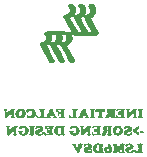
<source format=gbo>
G04 Layer: BottomSilkscreenLayer*
G04 EasyEDA Pro v2.2.40.8, 2025-10-17 17:16:52*
G04 Gerber Generator version 0.3*
G04 Scale: 100 percent, Rotated: No, Reflected: No*
G04 Dimensions in millimeters*
G04 Leading zeros omitted, absolute positions, 4 integers and 5 decimals*
G04 Generated by one-click*
%FSLAX45Y45*%
%MOMM*%
%ADD10C,0.254*%
%ADD11C,0.9541*%
G75*


G04 Image Start*
G36*
G01X912244Y2163178D02*
G01X908671Y2162975D01*
G01X906326Y2163590D01*
G01X903981Y2164205D01*
G01X901627Y2163640D01*
G01X899274Y2163076D01*
G01X895630Y2163076D01*
G01X891068Y2163959D01*
G01X889346Y2164749D01*
G01X887625Y2165539D01*
G01X885760Y2166756D01*
G01X883895Y2167972D01*
G01X882463Y2169754D01*
G01X881031Y2171535D01*
G01X842004Y2243455D01*
G01X802978Y2315376D01*
G01X802314Y2317734D01*
G01X801649Y2320092D01*
G01X802123Y2325202D01*
G01X802785Y2326774D01*
G01X800010Y2324477D01*
G01X797236Y2322180D01*
G01X793864Y2319852D01*
G01X790493Y2317525D01*
G01X786449Y2315352D01*
G01X782406Y2313179D01*
G01X780029Y2312219D01*
G01X777651Y2311259D01*
G01X777651Y2310720D01*
G01X808496Y2253307D01*
G01X839340Y2195894D01*
G01X844446Y2186277D01*
G01X844913Y2183521D01*
G01X845380Y2180765D01*
G01X844890Y2178358D01*
G01X844400Y2175952D01*
G01X841906Y2171084D01*
G01X839666Y2169039D01*
G01X837427Y2166994D01*
G01X835295Y2166008D01*
G01X833163Y2165022D01*
G01X830481Y2164394D01*
G01X827799Y2163767D01*
G01X824919Y2164011D01*
G01X822038Y2164256D01*
G01X819925Y2164989D01*
G01X817874Y2164426D01*
G01X815822Y2163862D01*
G01X809240Y2163862D01*
G01X806556Y2164689D01*
G01X803873Y2165517D01*
G01X801682Y2167020D01*
G01X799491Y2168523D01*
G01X796961Y2171326D01*
G01X786946Y2189702D01*
G01X776931Y2208078D01*
G01X747615Y2262120D01*
G01X718299Y2316162D01*
G01X717793Y2318034D01*
G01X717287Y2319905D01*
G01X717472Y2323339D01*
G01X717658Y2326774D01*
G01X718924Y2329158D01*
G01X720190Y2331543D01*
G01X711582Y2323596D01*
G01X704264Y2318522D01*
G01X695647Y2313787D01*
G01X693184Y2312813D01*
G01X690721Y2311839D01*
G01X690707Y2311446D01*
G01X756202Y2189605D01*
G01X757930Y2185675D01*
G01X758164Y2182881D01*
G01X758397Y2180087D01*
G01X757851Y2177968D01*
G01X757304Y2175849D01*
G01X756237Y2173905D01*
G01X755169Y2171961D01*
G01X752854Y2169745D01*
G01X750539Y2167528D01*
G01X748251Y2166506D01*
G01X745964Y2165483D01*
G01X741907Y2164550D01*
G01X738151Y2164812D01*
G01X734394Y2165074D01*
G01X732672Y2165087D01*
G01X726039Y2163696D01*
G01X720392Y2164579D01*
G01X717573Y2165784D01*
G01X714754Y2166989D01*
G01X712522Y2169076D01*
G01X710290Y2171164D01*
G01X631341Y2316569D01*
G01X630842Y2318694D01*
G01X630343Y2320819D01*
G01X630556Y2323600D01*
G01X630769Y2326381D01*
G01X631715Y2328642D01*
G01X632661Y2330902D01*
G01X635335Y2333990D01*
G01X722085Y2333990D01*
G01X724445Y2335618D01*
G01X726154Y2336796D01*
G01X811616Y2336796D01*
G01X811870Y2336797D01*
G01X814026Y2337545D01*
G01X816181Y2338293D01*
G01X824743Y2339226D01*
G01X832100Y2341167D01*
G01X835648Y2342887D01*
G01X839196Y2344607D01*
G01X841722Y2346382D01*
G01X844249Y2348157D01*
G01X846998Y2350878D01*
G01X849747Y2353598D01*
G01X851848Y2356787D01*
G01X853948Y2359975D01*
G01X855382Y2363812D01*
G01X856816Y2367649D01*
G01X857317Y2370597D01*
G01X857818Y2373545D01*
G01X857333Y2382584D01*
G01X855513Y2388873D01*
G01X851665Y2396144D01*
G01X822365Y2396144D01*
G01X822850Y2395427D01*
G01X824545Y2387906D01*
G01X825060Y2382592D01*
G01X825575Y2377279D01*
G01X825060Y2371965D01*
G01X824545Y2366651D01*
G01X822906Y2359381D01*
G01X820160Y2351535D01*
G01X816552Y2344067D01*
G01X814142Y2340432D01*
G01X814142Y2340432D01*
G01X811616Y2336796D01*
G01X726154Y2336796D01*
G01X726806Y2337246D01*
G01X729005Y2338008D01*
G01X731203Y2338771D01*
G01X736090Y2339356D01*
G01X740977Y2339941D01*
G01X743927Y2340763D01*
G01X746876Y2341585D01*
G01X750189Y2343088D01*
G01X753502Y2344590D01*
G01X757404Y2347042D01*
G01X760032Y2349263D01*
G01X762660Y2351485D01*
G01X764588Y2353772D01*
G01X766515Y2356060D01*
G01X768386Y2359300D01*
G01X770257Y2362540D01*
G01X772417Y2368865D01*
G01X772921Y2372823D01*
G01X773425Y2376781D01*
G01X772940Y2380469D01*
G01X772456Y2384157D01*
G01X771081Y2388873D01*
G01X769228Y2392509D01*
G01X767376Y2396144D01*
G01X735842Y2396144D01*
G01X736076Y2395456D01*
G01X736309Y2394768D01*
G01X737564Y2389266D01*
G01X738594Y2380619D01*
G01X738344Y2375117D01*
G01X738094Y2369614D01*
G01X736735Y2362540D01*
G01X735634Y2358806D01*
G01X734532Y2355072D01*
G01X732599Y2350751D01*
G01X730666Y2346431D01*
G01X728343Y2342651D01*
G01X726020Y2338872D01*
G01X724053Y2336431D01*
G01X724053Y2336431D01*
G01X722085Y2333990D01*
G01X635335Y2333990D01*
G01X636074Y2334844D01*
G01X638102Y2336208D01*
G01X640131Y2337571D01*
G01X642398Y2338360D01*
G01X644665Y2339148D01*
G01X648639Y2339553D01*
G01X652614Y2339959D01*
G01X655762Y2340742D01*
G01X658911Y2341524D01*
G01X661573Y2342547D01*
G01X664235Y2343569D01*
G01X667248Y2345343D01*
G01X670261Y2347118D01*
G01X675211Y2351023D01*
G01X677817Y2354182D01*
G01X680424Y2357340D01*
G01X681855Y2359940D01*
G01X683287Y2362540D01*
G01X685496Y2368935D01*
G01X686513Y2375903D01*
G01X686254Y2379249D01*
G01X685995Y2382594D01*
G01X684936Y2386406D01*
G01X683877Y2390219D01*
G01X680161Y2397118D01*
G01X677015Y2400029D01*
G01X673869Y2402939D01*
G01X671339Y2407516D01*
G01X670312Y2412985D01*
G01X670818Y2415471D01*
G01X671325Y2417957D01*
G01X672615Y2420351D01*
G01X673905Y2422744D01*
G01X676279Y2424794D01*
G01X678652Y2426843D01*
G01X683419Y2428836D01*
G01X686670Y2429352D01*
G01X689920Y2429867D01*
G01X698238Y2429475D01*
G01X701986Y2430273D01*
G01X798602Y2429875D01*
G01X895218Y2429477D01*
G01X895466Y2429703D01*
G01X895714Y2429930D01*
G01X863320Y2489777D01*
G01X833924Y2544083D01*
G01X891159Y2544083D01*
G01X921778Y2486916D01*
G01X952397Y2429748D01*
G01X967494Y2429645D01*
G01X967494Y2429645D01*
G01X982591Y2429542D01*
G01X982402Y2429842D01*
G01X982213Y2430141D01*
G01X920923Y2543523D01*
G01X978229Y2543523D01*
G01X978235Y2543233D01*
G01X978241Y2542942D01*
G01X1008564Y2486345D01*
G01X1038886Y2429748D01*
G01X1052707Y2429645D01*
G01X1052707Y2429645D01*
G01X1066527Y2429541D01*
G01X1066034Y2430960D01*
G01X1034230Y2489711D01*
G01X1002427Y2548462D01*
G01X1001952Y2550025D01*
G01X1001476Y2551589D01*
G01X1001472Y2557364D01*
G01X998243Y2554905D01*
G01X991769Y2550315D01*
G01X988870Y2548694D01*
G01X985970Y2547074D01*
G01X978229Y2543523D01*
G01X920923Y2543523D01*
G01X917625Y2549623D01*
G01X917152Y2551706D01*
G01X916678Y2553789D01*
G01X916678Y2557116D01*
G01X917258Y2559156D01*
G01X917837Y2561195D01*
G01X913903Y2557767D01*
G01X909969Y2554340D01*
G01X906006Y2551785D01*
G01X902043Y2549230D01*
G01X891929Y2544330D01*
G01X891544Y2544207D01*
G01X891159Y2544083D01*
G01X833924Y2544083D01*
G01X830925Y2549623D01*
G01X830276Y2552530D01*
G01X829626Y2555437D01*
G01X830080Y2557938D01*
G01X830534Y2560439D01*
G01X831651Y2562668D01*
G01X832769Y2564897D01*
G01X835813Y2568289D01*
G01X837790Y2569531D01*
G01X839767Y2570773D01*
G01X843974Y2572233D01*
G01X848861Y2572817D01*
G01X853748Y2573402D01*
G01X856697Y2574227D01*
G01X859647Y2575051D01*
G01X863116Y2576612D01*
G01X866585Y2578172D01*
G01X869417Y2580109D01*
G01X872249Y2582046D01*
G01X874667Y2584430D01*
G01X877084Y2586814D01*
G01X878857Y2589198D01*
G01X880630Y2591582D01*
G01X882067Y2594422D01*
G01X883504Y2597263D01*
G01X884377Y2600169D01*
G01X885249Y2603076D01*
G01X885641Y2606613D01*
G01X886033Y2610150D01*
G01X885664Y2613687D01*
G01X885296Y2617225D01*
G01X883053Y2624300D01*
G01X881193Y2627500D01*
G01X879332Y2630701D01*
G01X876524Y2634061D01*
G01X873716Y2637422D01*
G01X872724Y2639704D01*
G01X871733Y2641986D01*
G01X871716Y2645720D01*
G01X871699Y2649454D01*
G01X873681Y2654221D01*
G01X877403Y2658552D01*
G01X881508Y2661034D01*
G01X883921Y2661899D01*
G01X886333Y2662764D01*
G01X890207Y2662762D01*
G01X894081Y2662760D01*
G01X896125Y2662085D01*
G01X898170Y2661410D01*
G01X902061Y2662616D01*
G01X907855Y2662975D01*
G01X909791Y2662606D01*
G01X911728Y2662236D01*
G01X914475Y2661003D01*
G01X917221Y2659769D01*
G01X921884Y2655349D01*
G01X924650Y2651812D01*
G01X927417Y2648275D01*
G01X930188Y2643362D01*
G01X932959Y2638449D01*
G01X934532Y2634322D01*
G01X936104Y2630195D01*
G01X936964Y2626908D01*
G01X937824Y2623621D01*
G01X938434Y2619440D01*
G01X939043Y2615260D01*
G01X939043Y2605434D01*
G01X938415Y2601121D01*
G01X937786Y2596809D01*
G01X936662Y2592709D01*
G01X935538Y2588609D01*
G01X934116Y2585206D01*
G01X932694Y2581803D01*
G01X930655Y2578094D01*
G01X928616Y2574384D01*
G01X925717Y2570242D01*
G01X925717Y2569908D01*
G01X930276Y2571814D01*
G01X935309Y2572416D01*
G01X940342Y2573019D01*
G01X943898Y2574043D01*
G01X947453Y2575067D01*
G01X950301Y2576374D01*
G01X953148Y2577682D01*
G01X956607Y2580062D01*
G01X960066Y2582442D01*
G01X964306Y2586961D01*
G01X965615Y2588730D01*
G01X966924Y2590499D01*
G01X968485Y2593333D01*
G01X970045Y2596168D01*
G01X971169Y2599622D01*
G01X972292Y2603076D01*
G01X972521Y2607895D01*
G01X972750Y2612714D01*
G01X972213Y2615755D01*
G01X971676Y2618797D01*
G01X970466Y2622046D01*
G01X969256Y2625295D01*
G01X966255Y2630195D01*
G01X963504Y2633565D01*
G01X960753Y2636934D01*
G01X959699Y2639067D01*
G01X958645Y2641200D01*
G01X958644Y2649887D01*
G01X961881Y2655866D01*
G01X966823Y2659998D01*
G01X969107Y2660955D01*
G01X971391Y2661912D01*
G01X974165Y2662346D01*
G01X976939Y2662780D01*
G01X979986Y2662303D01*
G01X983034Y2661826D01*
G01X984127Y2661303D01*
G01X985220Y2660780D01*
G01X986997Y2661390D01*
G01X988774Y2662000D01*
G01X996952Y2662031D01*
G01X1001256Y2660538D01*
G01X1005789Y2657819D01*
G01X1008608Y2654619D01*
G01X1011427Y2651419D01*
G01X1013840Y2647882D01*
G01X1016254Y2644344D01*
G01X1020340Y2636484D01*
G01X1021628Y2633112D01*
G01X1022916Y2629740D01*
G01X1024015Y2625251D01*
G01X1025114Y2620762D01*
G01X1026122Y2611330D01*
G01X1025586Y2601897D01*
G01X1024260Y2594429D01*
G01X1023157Y2590695D01*
G01X1022055Y2586961D01*
G01X1018202Y2578315D01*
G01X1016884Y2576153D01*
G01X1015566Y2573991D01*
G01X1014457Y2572248D01*
G01X1013348Y2570505D01*
G01X1015030Y2571132D01*
G01X1019242Y2571649D01*
G01X1023454Y2572167D01*
G01X1024838Y2572419D01*
G01X1026221Y2572671D01*
G01X1029019Y2573484D01*
G01X1031816Y2574298D01*
G01X1034399Y2575476D01*
G01X1036981Y2576654D01*
G01X1039564Y2578242D01*
G01X1042147Y2579830D01*
G01X1048235Y2585389D01*
G01X1050087Y2587897D01*
G01X1051940Y2590405D01*
G01X1053599Y2593638D01*
G01X1055258Y2596871D01*
G01X1056119Y2600164D01*
G01X1056980Y2603456D01*
G01X1057258Y2606808D01*
G01X1057535Y2610160D01*
G01X1057028Y2613639D01*
G01X1056521Y2617118D01*
G01X1054325Y2623514D01*
G01X1052644Y2626461D01*
G01X1050963Y2629409D01*
G01X1047986Y2633042D01*
G01X1045009Y2636674D01*
G01X1043310Y2640821D01*
G01X1043012Y2642992D01*
G01X1042715Y2645163D01*
G01X1043181Y2647463D01*
G01X1043647Y2649764D01*
G01X1044738Y2651939D01*
G01X1045829Y2654115D01*
G01X1047401Y2655867D01*
G01X1048973Y2657620D01*
G01X1051466Y2659091D01*
G01X1053958Y2660562D01*
G01X1056742Y2661250D01*
G01X1059527Y2661938D01*
G01X1062888Y2661756D01*
G01X1066250Y2661575D01*
G01X1068301Y2660741D01*
G01X1070352Y2659908D01*
G01X1072122Y2660478D01*
G01X1073891Y2661048D01*
G01X1080944Y2661048D01*
G01X1083131Y2660455D01*
G01X1085317Y2659862D01*
G01X1087900Y2658287D01*
G01X1090484Y2656712D01*
G01X1092856Y2654031D01*
G01X1095228Y2651351D01*
G01X1097809Y2647761D01*
G01X1100390Y2644171D01*
G01X1102550Y2640131D01*
G01X1104708Y2636091D01*
G01X1106262Y2631987D01*
G01X1107815Y2627883D01*
G01X1108970Y2622947D01*
G01X1110125Y2618011D01*
G01X1110153Y2599539D01*
G01X1109165Y2595084D01*
G01X1108177Y2590629D01*
G01X1106675Y2586443D01*
G01X1105173Y2582256D01*
G01X1103041Y2578181D01*
G01X1100909Y2574106D01*
G01X1098917Y2571110D01*
G01X1096925Y2568114D01*
G01X1094961Y2565747D01*
G01X1092996Y2563380D01*
G01X1087341Y2557539D01*
G01X1080036Y2551706D01*
G01X1071415Y2546445D01*
G01X1062813Y2542551D01*
G01X1062573Y2542466D01*
G01X1095930Y2480175D01*
G01X1129287Y2417884D01*
G01X1129815Y2415072D01*
G01X1130343Y2412259D01*
G01X1129853Y2409646D01*
G01X1129363Y2407033D01*
G01X1128051Y2404599D01*
G01X1126739Y2402166D01*
G01X1121997Y2398071D01*
G01X1119088Y2396813D01*
G01X1116179Y2395555D01*
G01X940567Y2395741D01*
G01X906843Y2396218D01*
G01X907664Y2393332D01*
G01X908485Y2390445D01*
G01X909885Y2381405D01*
G01X909454Y2367256D01*
G01X907571Y2358609D01*
G01X906060Y2354286D01*
G01X904549Y2349963D01*
G01X902047Y2345226D01*
G01X899545Y2340489D01*
G01X896518Y2336383D01*
G01X893491Y2332276D01*
G01X890224Y2328847D01*
G01X886957Y2325418D01*
G01X883202Y2322435D01*
G01X879447Y2319451D01*
G01X875211Y2316858D01*
G01X870975Y2314265D01*
G01X867033Y2312425D01*
G01X863090Y2310586D01*
G01X862539Y2310422D01*
G01X861987Y2310258D01*
G01X895151Y2248556D01*
G01X928315Y2186854D01*
G01X929591Y2182978D01*
G01X929591Y2177295D01*
G01X928806Y2175000D01*
G01X928022Y2172705D01*
G01X926855Y2171021D01*
G01X925688Y2169337D01*
G01X922058Y2166101D01*
G01X915818Y2163382D01*
G01X912244Y2163178D01*
G37*
G04 Image End*

G04 Text Start*
G36*
G01X408664Y1694854D02*
G01X407392Y1694672D01*
G01X405392Y1694490D01*
G01X403755Y1694309D01*
G01X401937Y1694127D01*
G01X399755Y1694309D01*
G01X395028Y1694672D01*
G01X393028Y1695036D01*
G01X390846Y1695581D01*
G01X389392Y1696127D01*
G01X387937Y1696854D01*
G01X386664Y1697763D01*
G01X385574Y1699036D01*
G01X384846Y1700854D01*
G01X384664Y1702854D01*
G01X385028Y1704490D01*
G01X385755Y1705399D01*
G01X386664Y1706127D01*
G01X387937Y1707036D01*
G01X389392Y1707945D01*
G01X390664Y1709218D01*
G01X391574Y1710672D01*
G01X392119Y1712490D01*
G01X392483Y1714309D01*
G01X392846Y1718309D01*
G01X393028Y1722491D01*
G01X392846Y1726672D01*
G01X392483Y1729582D01*
G01X391937Y1731036D01*
G01X390846Y1732309D01*
G01X388846Y1732672D01*
G01X387028Y1732309D01*
G01X385574Y1731400D01*
G01X384301Y1730309D01*
G01X382483Y1728854D01*
G01X381574Y1727945D01*
G01X380119Y1726854D01*
G01X377937Y1724672D01*
G01X376483Y1723581D01*
G01X375210Y1722309D01*
G01X372664Y1720127D01*
G01X370846Y1718309D01*
G01X369028Y1716854D01*
G01X367210Y1715036D01*
G01X365392Y1713581D01*
G01X364483Y1712672D01*
G01X362664Y1711218D01*
G01X360846Y1709400D01*
G01X359028Y1707945D01*
G01X357210Y1706127D01*
G01X355755Y1705036D01*
G01X353573Y1702854D01*
G01X352119Y1701763D01*
G01X350846Y1700490D01*
G01X348301Y1698309D01*
G01X347392Y1697399D01*
G01X344482Y1695218D01*
G01X342664Y1694490D01*
G01X340301Y1694309D01*
G01X338301Y1695218D01*
G01X336846Y1696854D01*
G01X335937Y1698672D01*
G01X335210Y1700854D01*
G01X334846Y1703036D01*
G01X334664Y1704490D01*
G01X334301Y1708490D01*
G01X333937Y1753581D01*
G01X333573Y1757218D01*
G01X333210Y1758854D01*
G01X332664Y1760491D01*
G01X331937Y1761763D01*
G01X330664Y1762854D01*
G01X329210Y1763581D01*
G01X327937Y1764309D01*
G01X326846Y1765218D01*
G01X325937Y1766127D01*
G01X325210Y1767400D01*
G01X324846Y1768854D01*
G01X324846Y1770490D01*
G01X325392Y1772127D01*
G01X326119Y1773218D01*
G01X327210Y1774127D01*
G01X328482Y1774854D01*
G01X330119Y1775400D01*
G01X331755Y1775763D01*
G01X333937Y1776127D01*
G01X336664Y1776309D01*
G01X338301Y1776490D01*
G01X342846Y1776672D01*
G01X347392Y1776490D01*
G01X351392Y1776127D01*
G01X352846Y1775763D01*
G01X354482Y1775218D01*
G01X356119Y1774309D01*
G01X357392Y1773036D01*
G01X358119Y1771581D01*
G01X358483Y1769400D01*
G01X358119Y1767400D01*
G01X357392Y1766309D01*
G01X356119Y1765218D01*
G01X353210Y1763400D01*
G01X351937Y1762127D01*
G01X351210Y1760854D01*
G01X350664Y1759218D01*
G01X350301Y1757581D01*
G01X349937Y1753218D01*
G01X349755Y1750309D01*
G01X349937Y1747400D01*
G01X350301Y1745763D01*
G01X351028Y1744309D01*
G01X352119Y1743763D01*
G01X353573Y1743581D01*
G01X355210Y1744127D01*
G01X356846Y1745218D01*
G01X358119Y1746309D01*
G01X360301Y1748127D01*
G01X361210Y1749036D01*
G01X362664Y1750127D01*
G01X363937Y1751400D01*
G01X366119Y1753218D01*
G01X367028Y1754127D01*
G01X368483Y1755218D01*
G01X369755Y1756491D01*
G01X371937Y1758309D01*
G01X372846Y1759218D01*
G01X374301Y1760309D01*
G01X375574Y1761581D01*
G01X377755Y1763400D01*
G01X378664Y1764309D01*
G01X380119Y1765400D01*
G01X381392Y1766672D01*
G01X383574Y1768490D01*
G01X384483Y1769400D01*
G01X385937Y1770490D01*
G01X387210Y1771763D01*
G01X389392Y1773581D01*
G01X390301Y1774309D01*
G01X392846Y1775581D01*
G01X395028Y1776127D01*
G01X397937Y1776490D01*
G01X402846Y1776672D01*
G01X406664Y1776490D01*
G01X411755Y1776127D01*
G01X413392Y1775763D01*
G01X415210Y1775218D01*
G01X416664Y1774672D01*
G01X418301Y1773763D01*
G01X419573Y1772490D01*
G01X420301Y1771400D01*
G01X420846Y1769581D01*
G01X420664Y1767218D01*
G01X419755Y1765763D01*
G01X418483Y1764854D01*
G01X416846Y1763945D01*
G01X415573Y1763218D01*
G01X414483Y1762491D01*
G01X413210Y1761218D01*
G01X412301Y1759763D01*
G01X411755Y1758309D01*
G01X411392Y1756854D01*
G01X411028Y1755036D01*
G01X410664Y1752854D01*
G01X410483Y1751218D01*
G01X410301Y1749945D01*
G01X409937Y1745218D01*
G01X409755Y1733581D01*
G01X409937Y1721945D01*
G01X410301Y1716490D01*
G01X410664Y1712854D01*
G01X411210Y1711218D01*
G01X411937Y1709763D01*
G01X412664Y1708854D01*
G01X413573Y1708127D01*
G01X414846Y1707400D01*
G01X416119Y1706490D01*
G01X417028Y1705581D01*
G01X417755Y1704672D01*
G01X418301Y1703036D01*
G01X418301Y1700854D01*
G01X417755Y1699399D01*
G01X417028Y1698309D01*
G01X415937Y1697399D01*
G01X414664Y1696672D01*
G01X413028Y1695945D01*
G01X410664Y1695218D01*
G01X408664Y1694854D01*
G37*
G36*
G01X477937Y1694672D02*
G01X475755Y1694309D01*
G01X473392Y1694127D01*
G01X472119Y1693945D01*
G01X469755Y1693763D01*
G01X467028Y1693945D01*
G01X463392Y1694309D01*
G01X460846Y1694672D01*
G01X457573Y1695399D01*
G01X451573Y1697399D01*
G01X449937Y1698127D01*
G01X447028Y1699581D01*
G01X444482Y1701036D01*
G01X443028Y1701945D01*
G01X441755Y1702854D01*
G01X439028Y1705036D01*
G01X435392Y1708672D01*
G01X434482Y1709763D01*
G01X433755Y1710854D01*
G01X433028Y1711763D01*
G01X432119Y1713036D01*
G01X431028Y1714672D01*
G01X430119Y1716309D01*
G01X429392Y1717581D01*
G01X427937Y1720854D01*
G01X427392Y1722491D01*
G01X427173Y1723218D01*
G01X454846Y1723218D01*
G01X455028Y1720854D01*
G01X455392Y1719036D01*
G01X455937Y1717036D01*
G01X456846Y1715400D01*
G01X458119Y1713581D01*
G01X459573Y1712490D01*
G01X460664Y1711945D01*
G01X460664Y1711945D01*
G01X462301Y1711400D01*
G01X464119Y1711036D01*
G01X465210Y1711036D01*
G01X466664Y1711218D01*
G01X468301Y1711581D01*
G01X469755Y1712309D01*
G01X470846Y1713036D01*
G01X471755Y1713763D01*
G01X472664Y1714672D01*
G01X474119Y1716490D01*
G01X474846Y1717581D01*
G01X475755Y1719036D01*
G01X478119Y1723763D01*
G01X478846Y1725400D01*
G01X480301Y1729036D01*
G01X481392Y1732309D01*
G01X481937Y1734127D01*
G01X482301Y1735763D01*
G01X482846Y1737581D01*
G01X483392Y1740491D01*
G01X483755Y1742672D01*
G01X484119Y1745581D01*
G01X484301Y1748309D01*
G01X484119Y1751036D01*
G01X483755Y1752491D01*
G01X483210Y1753945D01*
G01X482483Y1755218D01*
G01X481392Y1756854D01*
G01X480119Y1758127D01*
G01X479028Y1758854D01*
G01X477392Y1759581D01*
G01X474664Y1760127D01*
G01X472482Y1760127D01*
G01X470846Y1759581D01*
G01X469028Y1758672D01*
G01X467755Y1757763D01*
G01X465028Y1755036D01*
G01X464301Y1754127D01*
G01X463392Y1752854D01*
G01X462301Y1751036D01*
G01X459937Y1746309D01*
G01X459210Y1744309D01*
G01X458482Y1742491D01*
G01X457937Y1740854D01*
G01X457573Y1739400D01*
G01X457028Y1737581D01*
G01X456482Y1735218D01*
G01X456119Y1733581D01*
G01X455755Y1731763D01*
G01X455392Y1729218D01*
G01X455210Y1727036D01*
G01X455028Y1725581D01*
G01X454846Y1723218D01*
G01X427173Y1723218D01*
G01X426846Y1724309D01*
G01X426301Y1726491D01*
G01X425937Y1728491D01*
G01X425573Y1731400D01*
G01X425392Y1734672D01*
G01X425573Y1737945D01*
G01X425937Y1740854D01*
G01X426664Y1744491D01*
G01X427937Y1748309D01*
G01X428664Y1750127D01*
G01X429392Y1751763D01*
G01X430301Y1753581D01*
G01X431210Y1755218D01*
G01X431937Y1756491D01*
G01X432846Y1757945D01*
G01X434119Y1759763D01*
G01X435210Y1761218D01*
G01X436664Y1763036D01*
G01X440301Y1766672D01*
G01X443028Y1768854D01*
G01X443937Y1769400D01*
G01X445210Y1770309D01*
G01X447028Y1771400D01*
G01X450301Y1773036D01*
G01X451937Y1773763D01*
G01X453755Y1774490D01*
G01X457392Y1775581D01*
G01X458846Y1775945D01*
G01X460119Y1776127D01*
G01X462301Y1776490D01*
G01X465573Y1776854D01*
G01X469573Y1777036D01*
G01X472482Y1776854D01*
G01X476119Y1776490D01*
G01X478664Y1776127D01*
G01X482301Y1775218D01*
G01X484664Y1774490D01*
G01X486664Y1773763D01*
G01X490301Y1772309D01*
G01X493574Y1770490D01*
G01X494846Y1769763D01*
G01X497392Y1767945D01*
G01X498301Y1767218D01*
G01X499210Y1766309D01*
G01X501392Y1764491D01*
G01X502846Y1762672D01*
G01X503755Y1761763D01*
G01X504664Y1760672D01*
G01X505392Y1759581D01*
G01X506301Y1758309D01*
G01X508119Y1755400D01*
G01X509028Y1753581D01*
G01X509755Y1751945D01*
G01X510483Y1750127D01*
G01X511574Y1746854D01*
G01X512119Y1744491D01*
G01X512483Y1742672D01*
G01X512846Y1739763D01*
G01X513028Y1734854D01*
G01X512846Y1729945D01*
G01X512483Y1727400D01*
G01X511755Y1724127D01*
G01X511210Y1722491D01*
G01X510483Y1720491D01*
G01X509755Y1718672D01*
G01X508301Y1715763D01*
G01X507392Y1714127D01*
G01X506301Y1712490D01*
G01X505028Y1710672D01*
G01X503937Y1709218D01*
G01X502483Y1707400D01*
G01X500664Y1705581D01*
G01X498119Y1703399D01*
G01X497210Y1702672D01*
G01X496301Y1702127D01*
G01X495028Y1701218D01*
G01X493210Y1700127D01*
G01X489937Y1698490D01*
G01X488301Y1697763D01*
G01X484664Y1696309D01*
G01X482664Y1695763D01*
G01X479755Y1695036D01*
G01X477937Y1694672D01*
G37*
G36*
G01X563755Y1694672D02*
G01X561573Y1694309D01*
G01X559392Y1694127D01*
G01X558301Y1693945D01*
G01X556301Y1693763D01*
G01X553937Y1693945D01*
G01X549937Y1694309D01*
G01X546301Y1695036D01*
G01X544664Y1695581D01*
G01X542846Y1696127D01*
G01X541392Y1696672D01*
G01X539573Y1697399D01*
G01X537937Y1698127D01*
G01X535392Y1699218D01*
G01X533755Y1699763D01*
G01X532119Y1700127D01*
G01X530301Y1700672D01*
G01X528119Y1701399D01*
G01X526846Y1702309D01*
G01X525937Y1703218D01*
G01X524846Y1704490D01*
G01X523937Y1705763D01*
G01X522483Y1708309D01*
G01X521937Y1709400D01*
G01X521392Y1710672D01*
G01X520846Y1712309D01*
G01X520483Y1713945D01*
G01X520301Y1716490D01*
G01X520664Y1719036D01*
G01X521392Y1720309D01*
G01X522301Y1721400D01*
G01X523574Y1722127D01*
G01X525210Y1722491D01*
G01X526846Y1721945D01*
G01X528119Y1721036D01*
G01X529028Y1720127D01*
G01X530119Y1719218D01*
G01X531392Y1718491D01*
G01X532846Y1717763D01*
G01X534483Y1717036D01*
G01X536301Y1716309D01*
G01X538483Y1715763D01*
G01X540119Y1715400D01*
G01X542664Y1715036D01*
G01X546119Y1714854D01*
G01X549573Y1715036D01*
G01X551210Y1715400D01*
G01X553028Y1715945D01*
G01X554483Y1716490D01*
G01X555755Y1717036D01*
G01X557028Y1717763D01*
G01X558483Y1718672D01*
G01X559755Y1719581D01*
G01X562482Y1722309D01*
G01X563210Y1723218D01*
G01X564119Y1724491D01*
G01X565210Y1726127D01*
G01X566119Y1727763D01*
G01X566846Y1729218D01*
G01X567573Y1730854D01*
G01X568301Y1732854D01*
G01X569028Y1735036D01*
G01X569573Y1737763D01*
G01X569937Y1739763D01*
G01X570119Y1744491D01*
G01X569937Y1749218D01*
G01X569573Y1750672D01*
G01X569028Y1752309D01*
G01X568301Y1753945D01*
G01X567573Y1755218D01*
G01X566846Y1756127D01*
G01X565028Y1757945D01*
G01X564119Y1758672D01*
G01X563028Y1759218D01*
G01X561210Y1759945D01*
G01X559210Y1760309D01*
G01X556664Y1760672D01*
G01X552846Y1760127D01*
G01X551392Y1759763D01*
G01X549937Y1759218D01*
G01X547028Y1757763D01*
G01X545573Y1756854D01*
G01X544301Y1755763D01*
G01X543392Y1755036D01*
G01X542301Y1753945D01*
G01X541210Y1752672D01*
G01X540483Y1751763D01*
G01X539755Y1750491D01*
G01X538846Y1749036D01*
G01X536664Y1745218D01*
G01X535937Y1744127D01*
G01X534846Y1742854D01*
G01X533210Y1741581D01*
G01X531392Y1740854D01*
G01X529573Y1740491D01*
G01X527392Y1740491D01*
G01X525392Y1741036D01*
G01X524119Y1741581D01*
G01X522846Y1742309D01*
G01X521574Y1743218D01*
G01X520664Y1744309D01*
G01X519755Y1745763D01*
G01X519028Y1747218D01*
G01X518664Y1748491D01*
G01X518301Y1749945D01*
G01X518119Y1753763D01*
G01X518301Y1757218D01*
G01X518664Y1759036D01*
G01X519210Y1761036D01*
G01X519755Y1762672D01*
G01X520301Y1764127D01*
G01X521755Y1766672D01*
G01X522483Y1767763D01*
G01X523574Y1769218D01*
G01X524846Y1770490D01*
G01X525937Y1771218D01*
G01X527392Y1771763D01*
G01X528846Y1772127D01*
G01X529937Y1772127D01*
G01X532483Y1771763D01*
G01X534301Y1771581D01*
G01X536301Y1771945D01*
G01X537755Y1772490D01*
G01X540301Y1773581D01*
G01X541755Y1774127D01*
G01X543573Y1774854D01*
G01X545573Y1775400D01*
G01X548483Y1776127D01*
G01X550664Y1776490D01*
G01X552664Y1776672D01*
G01X553937Y1776854D01*
G01X556483Y1777036D01*
G01X559028Y1776854D01*
G01X562664Y1776490D01*
G01X566301Y1775763D01*
G01X568119Y1775218D01*
G01X570301Y1774490D01*
G01X572301Y1773763D01*
G01X573937Y1773036D01*
G01X575210Y1772490D01*
G01X576664Y1771763D01*
G01X578301Y1770854D01*
G01X579573Y1770127D01*
G01X581755Y1768672D01*
G01X583028Y1767763D01*
G01X584301Y1766672D01*
G01X586482Y1764854D01*
G01X589210Y1762127D01*
G01X591028Y1759945D01*
G01X591755Y1759036D01*
G01X592301Y1758127D01*
G01X593210Y1756854D01*
G01X595028Y1753945D01*
G01X595937Y1752127D01*
G01X596664Y1750491D01*
G01X597392Y1748672D01*
G01X598119Y1746491D01*
G01X598664Y1744491D01*
G01X599392Y1740854D01*
G01X599573Y1739218D01*
G01X599755Y1737945D01*
G01X599937Y1734672D01*
G01X599755Y1731400D01*
G01X599392Y1728491D01*
G01X598664Y1725218D01*
G01X597392Y1721400D01*
G01X596664Y1719763D01*
G01X594482Y1715400D01*
G01X593755Y1714127D01*
G01X592846Y1712854D01*
G01X591573Y1711036D01*
G01X590482Y1709581D01*
G01X589573Y1708672D01*
G01X587755Y1706490D01*
G01X585937Y1705036D01*
G01X585028Y1704127D01*
G01X583937Y1703218D01*
G01X582846Y1702490D01*
G01X581573Y1701581D01*
G01X580119Y1700672D01*
G01X577573Y1699218D01*
G01X576119Y1698490D01*
G01X572482Y1697036D01*
G01X570482Y1696309D01*
G01X568482Y1695763D01*
G01X565573Y1695036D01*
G01X563755Y1694672D01*
G37*
G36*
G01X647937Y1695581D02*
G01X625210Y1695399D01*
G01X615028Y1694127D01*
G01X613937Y1693945D01*
G01X612483Y1693945D01*
G01X610664Y1694490D01*
G01X609574Y1695218D01*
G01X608664Y1696309D01*
G01X607937Y1697399D01*
G01X607028Y1698672D01*
G01X604846Y1702309D01*
G01X604119Y1703945D01*
G01X603573Y1705399D01*
G01X602846Y1707218D01*
G01X602301Y1709400D01*
G01X601937Y1711036D01*
G01X601755Y1714127D01*
G01X601937Y1717218D01*
G01X602483Y1718854D01*
G01X603210Y1720491D01*
G01X603937Y1721581D01*
G01X605210Y1722672D01*
G01X607210Y1723581D01*
G01X609392Y1723763D01*
G01X610846Y1723036D01*
G01X611574Y1722127D01*
G01X612119Y1721036D01*
G01X612483Y1719763D01*
G01X613028Y1718127D01*
G01X613755Y1716309D01*
G01X614483Y1714854D01*
G01X615210Y1713763D01*
G01X615937Y1712854D01*
G01X616846Y1711945D01*
G01X617755Y1711218D01*
G01X619028Y1710309D01*
G01X621028Y1709400D01*
G01X622664Y1708854D01*
G01X624483Y1708490D01*
G01X627392Y1708127D01*
G01X630664Y1708127D01*
G01X633392Y1708672D01*
G01X635392Y1709763D01*
G01X636846Y1711400D01*
G01X637574Y1713945D01*
G01X637937Y1716127D01*
G01X638301Y1722672D01*
G01X638483Y1736854D01*
G01X638301Y1751036D01*
G01X637937Y1759763D01*
G01X637392Y1761218D01*
G01X636483Y1762672D01*
G01X635028Y1763581D01*
G01X632119Y1765036D01*
G01X630846Y1765763D01*
G01X629937Y1766854D01*
G01X629528Y1767809D01*
G01X629392Y1769218D01*
G01X629528Y1770627D01*
G01X629937Y1771581D01*
G01X630846Y1772672D01*
G01X632119Y1773581D01*
G01X634119Y1774490D01*
G01X636483Y1775218D01*
G01X638483Y1775581D01*
G01X639755Y1775763D01*
G01X643028Y1776127D01*
G01X650664Y1776490D01*
G01X653028Y1776672D01*
G01X655392Y1776490D01*
G01X661937Y1776127D01*
G01X664846Y1775763D01*
G01X668483Y1775036D01*
G01X670119Y1774490D01*
G01X671755Y1773763D01*
G01X672846Y1773218D01*
G01X674301Y1772309D01*
G01X675755Y1770672D01*
G01X676483Y1768490D01*
G01X676301Y1766490D01*
G01X675392Y1765400D01*
G01X674483Y1764672D01*
G01X673210Y1763945D01*
G01X671210Y1763218D01*
G01X669392Y1762491D01*
G01X668119Y1761763D01*
G01X667210Y1760491D01*
G01X666664Y1759036D01*
G01X666301Y1757218D01*
G01X666119Y1751036D01*
G01X665937Y1745581D01*
G01X665573Y1732127D01*
G01X665392Y1723400D01*
G01X665573Y1714672D01*
G01X665937Y1709945D01*
G01X666483Y1708672D01*
G01X667573Y1707036D01*
G01X669210Y1705763D01*
G01X672119Y1704309D01*
G01X673392Y1703399D01*
G01X674119Y1702672D01*
G01X674846Y1701218D01*
G01X674846Y1698854D01*
G01X673937Y1697399D01*
G01X673028Y1696672D01*
G01X671392Y1695945D01*
G01X647937Y1695581D01*
G37*
G36*
G01X1299392Y1695399D02*
G01X1293573Y1695036D01*
G01X1290664Y1694672D01*
G01X1289392Y1694309D01*
G01X1287573Y1694127D01*
G01X1285574Y1694672D01*
G01X1284301Y1695763D01*
G01X1283574Y1696672D01*
G01X1282664Y1697945D01*
G01X1281574Y1699763D01*
G01X1279937Y1703036D01*
G01X1279392Y1704309D01*
G01X1278846Y1705763D01*
G01X1278119Y1707581D01*
G01X1277574Y1709581D01*
G01X1277210Y1711036D01*
G01X1276846Y1712854D01*
G01X1276483Y1715036D01*
G01X1276483Y1716490D01*
G01X1276664Y1717763D01*
G01X1277028Y1719036D01*
G01X1277755Y1720309D01*
G01X1278483Y1721400D01*
G01X1279392Y1722127D01*
G01X1281028Y1722854D01*
G01X1283210Y1723036D01*
G01X1285210Y1722127D01*
G01X1286483Y1720672D01*
G01X1288664Y1716854D01*
G01X1289392Y1715400D01*
G01X1290301Y1714127D01*
G01X1291755Y1712309D01*
G01X1292664Y1711400D01*
G01X1293755Y1710490D01*
G01X1295210Y1709581D01*
G01X1296664Y1708854D01*
G01X1297937Y1708490D01*
G01X1299755Y1707945D01*
G01X1301755Y1707581D01*
G01X1303028Y1707400D01*
G01X1307755Y1707036D01*
G01X1310301Y1706854D01*
G01X1312846Y1707036D01*
G01X1316846Y1707400D01*
G01X1318301Y1707945D01*
G01X1319074Y1708445D01*
G01X1319573Y1709218D01*
G01X1320119Y1710672D01*
G01X1320483Y1712854D01*
G01X1320664Y1715218D01*
G01X1320846Y1716490D01*
G01X1321028Y1719763D01*
G01X1321210Y1722854D01*
G01X1321210Y1723763D01*
G01X1321028Y1725945D01*
G01X1320664Y1728309D01*
G01X1319937Y1729582D01*
G01X1318664Y1730491D01*
G01X1316119Y1730854D01*
G01X1313937Y1730672D01*
G01X1312664Y1730127D01*
G01X1311028Y1729036D01*
G01X1309937Y1727582D01*
G01X1309392Y1726127D01*
G01X1309028Y1724672D01*
G01X1308846Y1723400D01*
G01X1308483Y1721763D01*
G01X1307755Y1720127D01*
G01X1306119Y1719218D01*
G01X1304483Y1719036D01*
G01X1303210Y1719400D01*
G01X1302119Y1719945D01*
G01X1301392Y1720672D01*
G01X1300483Y1721945D01*
G01X1299755Y1723581D01*
G01X1299210Y1725036D01*
G01X1298664Y1726854D01*
G01X1298301Y1728491D01*
G01X1297937Y1730309D01*
G01X1297573Y1732854D01*
G01X1297392Y1738127D01*
G01X1297573Y1742672D01*
G01X1297937Y1745218D01*
G01X1298301Y1747036D01*
G01X1298846Y1749036D01*
G01X1299392Y1750491D01*
G01X1299937Y1751763D01*
G01X1300664Y1752854D01*
G01X1301573Y1753581D01*
G01X1302664Y1754127D01*
G01X1304483Y1754491D01*
G01X1306301Y1754127D01*
G01X1307392Y1753400D01*
G01X1308119Y1752309D01*
G01X1308664Y1751036D01*
G01X1309210Y1748854D01*
G01X1309573Y1746309D01*
G01X1309937Y1744672D01*
G01X1310664Y1743400D01*
G01X1312119Y1742491D01*
G01X1316119Y1742127D01*
G01X1319755Y1742309D01*
G01X1320846Y1742854D01*
G01X1321573Y1744491D01*
G01X1321937Y1746672D01*
G01X1322119Y1751218D01*
G01X1321937Y1755400D01*
G01X1321755Y1758127D01*
G01X1321392Y1761036D01*
G01X1320664Y1762309D01*
G01X1319573Y1763036D01*
G01X1318119Y1763581D01*
G01X1316119Y1763945D01*
G01X1314301Y1764127D01*
G01X1311028Y1764309D01*
G01X1307755Y1764127D01*
G01X1303392Y1763763D01*
G01X1301573Y1763400D01*
G01X1299573Y1762854D01*
G01X1297937Y1762127D01*
G01X1296664Y1761400D01*
G01X1295755Y1760672D01*
G01X1294846Y1759763D01*
G01X1291573Y1755400D01*
G01X1289937Y1754127D01*
G01X1288483Y1753581D01*
G01X1286846Y1753400D01*
G01X1284846Y1753945D01*
G01X1283574Y1755036D01*
G01X1282846Y1755945D01*
G01X1282119Y1757218D01*
G01X1281574Y1759400D01*
G01X1281392Y1763036D01*
G01X1281574Y1765945D01*
G01X1281937Y1767400D01*
G01X1282483Y1769218D01*
G01X1283210Y1771036D01*
G01X1284119Y1772672D01*
G01X1285028Y1774127D01*
G01X1285937Y1775218D01*
G01X1286846Y1776127D01*
G01X1287937Y1776854D01*
G01X1289210Y1777218D01*
G01X1290301Y1777581D01*
G01X1291392Y1777581D01*
G01X1294664Y1776854D01*
G01X1296119Y1776490D01*
G01X1298301Y1776127D01*
G01X1300846Y1775763D01*
G01X1305392Y1775581D01*
G01X1309210Y1775400D01*
G01X1352119Y1775036D01*
G01X1353574Y1774490D01*
G01X1354846Y1773581D01*
G01X1355574Y1772672D01*
G01X1356301Y1771581D01*
G01X1356846Y1769945D01*
G01X1356846Y1768490D01*
G01X1356301Y1767218D01*
G01X1355028Y1765945D01*
G01X1353028Y1765036D01*
G01X1351210Y1764309D01*
G01X1350119Y1763400D01*
G01X1349392Y1762309D01*
G01X1348846Y1760854D01*
G01X1348119Y1757945D01*
G01X1347755Y1755763D01*
G01X1347392Y1752854D01*
G01X1347210Y1750491D01*
G01X1347028Y1749218D01*
G01X1346665Y1741581D01*
G01X1346483Y1733763D01*
G01X1346665Y1725945D01*
G01X1347028Y1719400D01*
G01X1347392Y1715763D01*
G01X1347755Y1713218D01*
G01X1348483Y1709218D01*
G01X1349028Y1707763D01*
G01X1349937Y1706490D01*
G01X1350846Y1705763D01*
G01X1352119Y1705036D01*
G01X1353574Y1704309D01*
G01X1354665Y1703581D01*
G01X1355755Y1702309D01*
G01X1356301Y1700127D01*
G01X1355937Y1698309D01*
G01X1355210Y1697218D01*
G01X1354301Y1696490D01*
G01X1353028Y1695945D01*
G01X1326119Y1695581D01*
G01X1299392Y1695399D01*
G37*
G36*
G01X1495392Y1695036D02*
G01X1493210Y1694672D01*
G01X1490119Y1694490D01*
G01X1488119Y1694309D01*
G01X1485574Y1694127D01*
G01X1482665Y1694309D01*
G01X1475755Y1694672D01*
G01X1472846Y1695036D01*
G01X1470301Y1695399D01*
G01X1466665Y1696127D01*
G01X1465028Y1696672D01*
G01X1463392Y1697399D01*
G01X1462301Y1698127D01*
G01X1461392Y1699036D01*
G01X1460665Y1700127D01*
G01X1460119Y1701581D01*
G01X1459937Y1703399D01*
G01X1460665Y1705218D01*
G01X1461937Y1706490D01*
G01X1463028Y1707218D01*
G01X1464301Y1707945D01*
G01X1465937Y1709036D01*
G01X1467210Y1710672D01*
G01X1467755Y1712490D01*
G01X1468119Y1714309D01*
G01X1468301Y1716490D01*
G01X1468483Y1718309D01*
G01X1468846Y1726672D01*
G01X1469028Y1738309D01*
G01X1468846Y1749945D01*
G01X1468483Y1756127D01*
G01X1468119Y1758672D01*
G01X1467574Y1760309D01*
G01X1466846Y1761763D01*
G01X1466119Y1762672D01*
G01X1465210Y1763400D01*
G01X1464119Y1763945D01*
G01X1462846Y1764672D01*
G01X1461210Y1765763D01*
G01X1460483Y1766627D01*
G01X1460119Y1767763D01*
G01X1459937Y1769763D01*
G01X1460301Y1771036D01*
G01X1461028Y1772127D01*
G01X1462301Y1773218D01*
G01X1463755Y1774127D01*
G01X1465210Y1774672D01*
G01X1468119Y1775400D01*
G01X1473210Y1776127D01*
G01X1476119Y1776309D01*
G01X1478665Y1776490D01*
G01X1481574Y1776672D01*
G01X1484483Y1776490D01*
G01X1488846Y1776127D01*
G01X1491755Y1775763D01*
G01X1495755Y1775036D01*
G01X1499028Y1774309D01*
G01X1500665Y1773763D01*
G01X1502483Y1773036D01*
G01X1504119Y1772127D01*
G01X1505210Y1771036D01*
G01X1505755Y1769945D01*
G01X1506119Y1768309D01*
G01X1505755Y1766672D01*
G01X1505028Y1765581D01*
G01X1503755Y1764491D01*
G01X1501210Y1762672D01*
G01X1499937Y1761581D01*
G01X1499028Y1760309D01*
G01X1498119Y1758491D01*
G01X1497574Y1756127D01*
G01X1497210Y1753218D01*
G01X1497028Y1750309D01*
G01X1496846Y1748491D01*
G01X1496665Y1736127D01*
G01X1496846Y1723763D01*
G01X1497210Y1716127D01*
G01X1497574Y1712127D01*
G01X1497937Y1710490D01*
G01X1498846Y1708490D01*
G01X1500119Y1707218D01*
G01X1501028Y1706490D01*
G01X1502301Y1705581D01*
G01X1503755Y1704127D01*
G01X1504483Y1702672D01*
G01X1504665Y1700854D01*
G01X1504301Y1699218D01*
G01X1503574Y1698309D01*
G01X1502483Y1697399D01*
G01X1501210Y1696672D01*
G01X1499392Y1695945D01*
G01X1497210Y1695399D01*
G01X1495392Y1695036D01*
G37*
G36*
G01X1445210Y1695036D02*
G01X1443028Y1694672D01*
G01X1440846Y1694490D01*
G01X1439392Y1694309D01*
G01X1437573Y1694127D01*
G01X1435392Y1694309D01*
G01X1430301Y1694672D01*
G01X1428483Y1695036D01*
G01X1426483Y1695581D01*
G01X1425028Y1696127D01*
G01X1423755Y1696672D01*
G01X1422664Y1697399D01*
G01X1421755Y1698309D01*
G01X1421028Y1699218D01*
G01X1420301Y1700854D01*
G01X1420119Y1703218D01*
G01X1421028Y1705218D01*
G01X1422664Y1706490D01*
G01X1423937Y1707218D01*
G01X1424846Y1707945D01*
G01X1425937Y1708854D01*
G01X1426846Y1710127D01*
G01X1427573Y1711945D01*
G01X1427937Y1713763D01*
G01X1428119Y1715036D01*
G01X1428483Y1721945D01*
G01X1428664Y1723218D01*
G01X1428483Y1724491D01*
G01X1428119Y1728854D01*
G01X1427755Y1730127D01*
G01X1427210Y1731400D01*
G01X1426301Y1732309D01*
G01X1425210Y1732854D01*
G01X1424119Y1732854D01*
G01X1422664Y1732309D01*
G01X1420846Y1731218D01*
G01X1419392Y1730127D01*
G01X1418483Y1729218D01*
G01X1415937Y1727036D01*
G01X1415028Y1726127D01*
G01X1413210Y1724672D01*
G01X1411392Y1722854D01*
G01X1409574Y1721400D01*
G01X1407755Y1719581D01*
G01X1406301Y1718491D01*
G01X1404119Y1716309D01*
G01X1402664Y1715218D01*
G01X1400483Y1713036D01*
G01X1399028Y1711945D01*
G01X1397755Y1710672D01*
G01X1395210Y1708490D01*
G01X1393392Y1706672D01*
G01X1391574Y1705218D01*
G01X1390664Y1704309D01*
G01X1388846Y1702854D01*
G01X1387028Y1701036D01*
G01X1385210Y1699581D01*
G01X1383392Y1697763D01*
G01X1381937Y1696672D01*
G01X1380301Y1695399D01*
G01X1378665Y1694672D01*
G01X1377210Y1694309D01*
G01X1375755Y1694309D01*
G01X1374301Y1694854D01*
G01X1373210Y1695581D01*
G01X1372483Y1696490D01*
G01X1371937Y1697581D01*
G01X1371210Y1699218D01*
G01X1370665Y1701581D01*
G01X1370301Y1703399D01*
G01X1369937Y1706672D01*
G01X1369574Y1752127D01*
G01X1369210Y1756127D01*
G01X1368846Y1758672D01*
G01X1368301Y1760309D01*
G01X1367574Y1761763D01*
G01X1366483Y1762672D01*
G01X1364846Y1763581D01*
G01X1363392Y1764309D01*
G01X1362301Y1765036D01*
G01X1361210Y1766309D01*
G01X1360483Y1768127D01*
G01X1360301Y1770127D01*
G01X1360665Y1771763D01*
G01X1361392Y1772854D01*
G01X1362301Y1773763D01*
G01X1363392Y1774490D01*
G01X1365028Y1775218D01*
G01X1367392Y1775763D01*
G01X1369574Y1776127D01*
G01X1371937Y1776309D01*
G01X1373937Y1776490D01*
G01X1378483Y1776672D01*
G01X1383028Y1776490D01*
G01X1387028Y1776127D01*
G01X1388483Y1775763D01*
G01X1390301Y1775036D01*
G01X1391755Y1774127D01*
G01X1392664Y1773218D01*
G01X1393392Y1772127D01*
G01X1393937Y1770309D01*
G01X1393937Y1768127D01*
G01X1393028Y1766309D01*
G01X1391392Y1765036D01*
G01X1390119Y1764309D01*
G01X1389028Y1763581D01*
G01X1387937Y1762672D01*
G01X1387210Y1761763D01*
G01X1386483Y1760309D01*
G01X1385937Y1757945D01*
G01X1385574Y1755036D01*
G01X1385392Y1750127D01*
G01X1385574Y1746309D01*
G01X1386119Y1745036D01*
G01X1387210Y1743945D01*
G01X1388846Y1743581D01*
G01X1390301Y1743945D01*
G01X1391574Y1744672D01*
G01X1392664Y1745400D01*
G01X1393574Y1746127D01*
G01X1394483Y1747036D01*
G01X1396664Y1748854D01*
G01X1397574Y1749763D01*
G01X1399028Y1750854D01*
G01X1400301Y1752127D01*
G01X1402483Y1753945D01*
G01X1403392Y1754854D01*
G01X1404846Y1755945D01*
G01X1406119Y1757218D01*
G01X1408301Y1759036D01*
G01X1409210Y1759945D01*
G01X1410664Y1761036D01*
G01X1411937Y1762309D01*
G01X1414119Y1764127D01*
G01X1415028Y1765036D01*
G01X1416483Y1766127D01*
G01X1417755Y1767400D01*
G01X1419937Y1769218D01*
G01X1420846Y1770127D01*
G01X1422301Y1771218D01*
G01X1423573Y1772490D01*
G01X1425392Y1773945D01*
G01X1426483Y1774672D01*
G01X1427573Y1775218D01*
G01X1428846Y1775763D01*
G01X1430301Y1776127D01*
G01X1433210Y1776490D01*
G01X1437755Y1776672D01*
G01X1442301Y1776490D01*
G01X1447392Y1776127D01*
G01X1449028Y1775763D01*
G01X1450846Y1775218D01*
G01X1452301Y1774672D01*
G01X1453392Y1774127D01*
G01X1454301Y1773400D01*
G01X1455210Y1772490D01*
G01X1455937Y1771218D01*
G01X1456483Y1769400D01*
G01X1456301Y1767581D01*
G01X1455574Y1766127D01*
G01X1454664Y1765218D01*
G01X1453392Y1764491D01*
G01X1451755Y1763581D01*
G01X1450483Y1762854D01*
G01X1449574Y1762127D01*
G01X1448483Y1760854D01*
G01X1447573Y1759036D01*
G01X1447028Y1757218D01*
G01X1446301Y1753581D01*
G01X1445937Y1751036D01*
G01X1445755Y1748309D01*
G01X1445573Y1746672D01*
G01X1445392Y1733218D01*
G01X1445573Y1719763D01*
G01X1445937Y1715036D01*
G01X1446301Y1712490D01*
G01X1446846Y1710854D01*
G01X1447755Y1709400D01*
G01X1448664Y1708490D01*
G01X1449574Y1707763D01*
G01X1450846Y1707036D01*
G01X1452119Y1706127D01*
G01X1453210Y1704854D01*
G01X1453937Y1702672D01*
G01X1453937Y1700854D01*
G01X1453392Y1699581D01*
G01X1452483Y1698490D01*
G01X1451574Y1697581D01*
G01X1450664Y1696854D01*
G01X1449392Y1696309D01*
G01X1447573Y1695581D01*
G01X1445210Y1695036D01*
G37*
G36*
G01X1044664Y1694854D02*
G01X1043392Y1694672D01*
G01X1040664Y1694490D01*
G01X1038301Y1694309D01*
G01X1035755Y1694127D01*
G01X1032846Y1694309D01*
G01X1027755Y1694672D01*
G01X1025937Y1695036D01*
G01X1023937Y1695581D01*
G01X1022483Y1696127D01*
G01X1020846Y1697036D01*
G01X1019392Y1698672D01*
G01X1018664Y1700127D01*
G01X1018483Y1701581D01*
G01X1018846Y1703036D01*
G01X1020119Y1704309D01*
G01X1021937Y1705218D01*
G01X1023574Y1705763D01*
G01X1024846Y1706490D01*
G01X1025574Y1707763D01*
G01X1025574Y1709763D01*
G01X1025028Y1711400D01*
G01X1024301Y1712490D01*
G01X1023210Y1713400D01*
G01X1021210Y1713945D01*
G01X1018483Y1714127D01*
G01X1016483Y1714309D01*
G01X1013028Y1714490D01*
G01X1009574Y1714309D01*
G01X1001937Y1713945D01*
G01X999028Y1713581D01*
G01X997574Y1713036D01*
G01X995937Y1711763D01*
G01X995028Y1709400D01*
G01X995073Y1708081D01*
G01X995574Y1707036D01*
G01X997210Y1705945D01*
G01X998846Y1705399D01*
G01X1000119Y1704672D01*
G01X1001210Y1703399D01*
G01X1001755Y1700854D01*
G01X1001392Y1698854D01*
G01X1000664Y1697945D01*
G01X999392Y1696854D01*
G01X997574Y1695945D01*
G01X995392Y1695399D01*
G01X993210Y1695036D01*
G01X991392Y1694854D01*
G01X989937Y1694672D01*
G01X983028Y1694309D01*
G01X976664Y1694127D01*
G01X970301Y1694309D01*
G01X965573Y1694672D01*
G01X963028Y1695036D01*
G01X961392Y1695399D01*
G01X959573Y1695945D01*
G01X957937Y1696672D01*
G01X956664Y1697399D01*
G01X955755Y1698127D01*
G01X955028Y1699036D01*
G01X954482Y1700127D01*
G01X954119Y1702309D01*
G01X954482Y1704309D01*
G01X955210Y1705036D01*
G01X956482Y1705763D01*
G01X958664Y1706490D01*
G01X960846Y1707400D01*
G01X962119Y1708672D01*
G01X962846Y1709945D01*
G01X965755Y1715763D01*
G01X966846Y1718309D01*
G01X968301Y1721218D01*
G01X969392Y1723763D01*
G01X970846Y1726672D01*
G01X971937Y1729218D01*
G01X972301Y1729945D01*
G01X1001210Y1729945D01*
G01X1001255Y1729445D01*
G01X1001755Y1729036D01*
G01X1003392Y1728672D01*
G01X1003392Y1728672D01*
G01X1004846Y1728491D01*
G01X1010664Y1728309D01*
G01X1016119Y1728491D01*
G01X1017210Y1728672D01*
G01X1017937Y1728900D01*
G01X1018301Y1729582D01*
G01X1018301Y1731582D01*
G01X1017755Y1733218D01*
G01X1016664Y1736127D01*
G01X1016119Y1737400D01*
G01X1015574Y1738854D01*
G01X1014846Y1740672D01*
G01X1014119Y1742309D01*
G01X1013392Y1743581D01*
G01X1012301Y1744672D01*
G01X1010664Y1745036D01*
G01X1008846Y1744309D01*
G01X1007755Y1743036D01*
G01X1007028Y1741763D01*
G01X1006119Y1740309D01*
G01X1005392Y1739036D01*
G01X1004664Y1737581D01*
G01X1003210Y1735036D01*
G01X1002483Y1733581D01*
G01X1001937Y1732309D01*
G01X1001574Y1731036D01*
G01X1001210Y1729945D01*
G01X972301Y1729945D01*
G01X973392Y1732127D01*
G01X974483Y1734672D01*
G01X975937Y1737581D01*
G01X977392Y1740854D01*
G01X982483Y1751036D01*
G01X983937Y1753581D01*
G01X984665Y1755036D01*
G01X987574Y1760127D01*
G01X988483Y1761581D01*
G01X989574Y1763400D01*
G01X991755Y1766672D01*
G01X992665Y1767945D01*
G01X994846Y1770672D01*
G01X996665Y1772490D01*
G01X997574Y1773218D01*
G01X998483Y1773763D01*
G01X999755Y1774672D01*
G01X1001574Y1775581D01*
G01X1003210Y1776309D01*
G01X1005210Y1776854D01*
G01X1007755Y1777218D01*
G01X1010301Y1777218D01*
G01X1012664Y1776672D01*
G01X1014664Y1775945D01*
G01X1016483Y1774854D01*
G01X1018119Y1773400D01*
G01X1019210Y1772127D01*
G01X1019937Y1771218D01*
G01X1020483Y1770127D01*
G01X1020846Y1768854D01*
G01X1021210Y1767400D01*
G01X1021392Y1764491D01*
G01X1021574Y1761945D01*
G01X1021937Y1757218D01*
G01X1022664Y1753945D01*
G01X1023937Y1750127D01*
G01X1024664Y1748127D01*
G01X1025392Y1746309D01*
G01X1026846Y1743036D01*
G01X1027574Y1741218D01*
G01X1028301Y1739763D01*
G01X1029392Y1737218D01*
G01X1030119Y1735763D01*
G01X1030846Y1733945D01*
G01X1031574Y1732491D01*
G01X1033028Y1729218D01*
G01X1033755Y1727763D01*
G01X1035210Y1724491D01*
G01X1035937Y1723036D01*
G01X1037028Y1720491D01*
G01X1037755Y1719036D01*
G01X1039210Y1715763D01*
G01X1039937Y1714309D01*
G01X1040846Y1712854D01*
G01X1041755Y1711218D01*
G01X1042846Y1709581D01*
G01X1044119Y1708309D01*
G01X1045028Y1707581D01*
G01X1046119Y1706854D01*
G01X1047573Y1706127D01*
G01X1050846Y1704672D01*
G01X1052119Y1703399D01*
G01X1052846Y1701581D01*
G01X1053028Y1699763D01*
G01X1052483Y1698127D01*
G01X1051028Y1696672D01*
G01X1049210Y1695763D01*
G01X1046301Y1695036D01*
G01X1044664Y1694854D01*
G37*
G36*
G01X1090301Y1695036D02*
G01X1088119Y1694672D01*
G01X1085210Y1694490D01*
G01X1083028Y1694309D01*
G01X1080664Y1694127D01*
G01X1077937Y1694309D01*
G01X1070664Y1694672D01*
G01X1067755Y1695036D01*
G01X1065210Y1695399D01*
G01X1061573Y1696127D01*
G01X1060119Y1696672D01*
G01X1058483Y1697399D01*
G01X1056846Y1698490D01*
G01X1055573Y1700127D01*
G01X1055028Y1701945D01*
G01X1055028Y1703763D01*
G01X1055937Y1705581D01*
G01X1057392Y1706854D01*
G01X1059937Y1708309D01*
G01X1061028Y1709036D01*
G01X1061937Y1710127D01*
G01X1062664Y1711945D01*
G01X1063028Y1713581D01*
G01X1063392Y1716854D01*
G01X1063755Y1723763D01*
G01X1063937Y1737945D01*
G01X1063755Y1752127D01*
G01X1063392Y1756854D01*
G01X1063028Y1758672D01*
G01X1062483Y1760491D01*
G01X1061755Y1761763D01*
G01X1060846Y1762854D01*
G01X1059755Y1763581D01*
G01X1057210Y1765036D01*
G01X1056119Y1765763D01*
G01X1055392Y1766672D01*
G01X1055028Y1767763D01*
G01X1054846Y1769218D01*
G01X1055210Y1770854D01*
G01X1055937Y1772127D01*
G01X1057210Y1773218D01*
G01X1059028Y1774127D01*
G01X1060664Y1774854D01*
G01X1062119Y1775218D01*
G01X1063392Y1775400D01*
G01X1065573Y1775763D01*
G01X1068119Y1776127D01*
G01X1071210Y1776309D01*
G01X1076664Y1776672D01*
G01X1079392Y1776490D01*
G01X1083755Y1776127D01*
G01X1086664Y1775763D01*
G01X1090664Y1775036D01*
G01X1093937Y1774309D01*
G01X1095574Y1773763D01*
G01X1097574Y1773036D01*
G01X1099392Y1771945D01*
G01X1100665Y1770127D01*
G01X1101028Y1767945D01*
G01X1100846Y1766900D01*
G01X1100301Y1765945D01*
G01X1099028Y1764672D01*
G01X1096483Y1762854D01*
G01X1095210Y1761763D01*
G01X1094119Y1760491D01*
G01X1093392Y1759218D01*
G01X1092846Y1757218D01*
G01X1092483Y1755400D01*
G01X1092119Y1752491D01*
G01X1091755Y1746309D01*
G01X1091574Y1737036D01*
G01X1091755Y1727763D01*
G01X1092119Y1717218D01*
G01X1092483Y1712854D01*
G01X1092664Y1711581D01*
G01X1093028Y1710127D01*
G01X1093755Y1708672D01*
G01X1094664Y1707581D01*
G01X1096483Y1706127D01*
G01X1097937Y1705036D01*
G01X1099210Y1703399D01*
G01X1099755Y1701581D01*
G01X1099574Y1699945D01*
G01X1098846Y1698672D01*
G01X1097937Y1697763D01*
G01X1096846Y1697036D01*
G01X1095392Y1696309D01*
G01X1093574Y1695763D01*
G01X1092119Y1695399D01*
G01X1090301Y1695036D01*
G37*
G36*
G01X1157574Y1695036D02*
G01X1154664Y1694672D01*
G01X1151937Y1694490D01*
G01X1149574Y1694309D01*
G01X1144119Y1694127D01*
G01X1138301Y1694309D01*
G01X1133574Y1694672D01*
G01X1131028Y1695036D01*
G01X1129210Y1695399D01*
G01X1127210Y1695945D01*
G01X1125755Y1696490D01*
G01X1124483Y1697036D01*
G01X1123392Y1697763D01*
G01X1122483Y1698672D01*
G01X1121755Y1699581D01*
G01X1121028Y1701036D01*
G01X1120665Y1703036D01*
G01X1121210Y1704854D01*
G01X1122301Y1706127D01*
G01X1123392Y1706854D01*
G01X1126301Y1708309D01*
G01X1127755Y1709218D01*
G01X1129028Y1710309D01*
G01X1129755Y1711400D01*
G01X1130483Y1713218D01*
G01X1130846Y1715400D01*
G01X1131028Y1716854D01*
G01X1131210Y1736127D01*
G01X1131028Y1755400D01*
G01X1130664Y1757036D01*
G01X1129937Y1758491D01*
G01X1129028Y1759218D01*
G01X1127574Y1759763D01*
G01X1125755Y1759581D01*
G01X1124483Y1758854D01*
G01X1123392Y1757581D01*
G01X1122301Y1755763D01*
G01X1121392Y1754127D01*
G01X1120665Y1752854D01*
G01X1119937Y1751763D01*
G01X1118846Y1750309D01*
G01X1117574Y1749036D01*
G01X1116665Y1748309D01*
G01X1115392Y1747581D01*
G01X1113937Y1747036D01*
G01X1112483Y1746672D01*
G01X1110665Y1746491D01*
G01X1109210Y1746672D01*
G01X1107755Y1747218D01*
G01X1105937Y1748309D01*
G01X1104483Y1749945D01*
G01X1103574Y1751581D01*
G01X1103028Y1753581D01*
G01X1102846Y1757218D01*
G01X1103028Y1760127D01*
G01X1103574Y1761945D01*
G01X1104301Y1764309D01*
G01X1105028Y1766309D01*
G01X1105755Y1767763D01*
G01X1106665Y1769218D01*
G01X1107755Y1771036D01*
G01X1108665Y1772309D01*
G01X1109392Y1773218D01*
G01X1111210Y1775036D01*
G01X1112119Y1775763D01*
G01X1113210Y1776309D01*
G01X1115028Y1776854D01*
G01X1117392Y1777036D01*
G01X1119028Y1776854D01*
G01X1122301Y1776127D01*
G01X1124119Y1775763D01*
G01X1126664Y1775581D01*
G01X1128483Y1775400D01*
G01X1145210Y1775218D01*
G01X1161937Y1775400D01*
G01X1165937Y1775763D01*
G01X1169937Y1776490D01*
G01X1172119Y1776672D01*
G01X1174483Y1776309D01*
G01X1176119Y1775400D01*
G01X1177392Y1774490D01*
G01X1178301Y1773763D01*
G01X1180119Y1771581D01*
G01X1180846Y1770672D01*
G01X1181573Y1769400D01*
G01X1182664Y1767763D01*
G01X1184301Y1764491D01*
G01X1185028Y1762854D01*
G01X1185755Y1760672D01*
G01X1186301Y1758309D01*
G01X1186664Y1756491D01*
G01X1186846Y1754491D01*
G01X1186664Y1752491D01*
G01X1186119Y1751036D01*
G01X1185028Y1749218D01*
G01X1183392Y1747763D01*
G01X1181755Y1746854D01*
G01X1179392Y1746491D01*
G01X1177028Y1746854D01*
G01X1175573Y1747581D01*
G01X1173937Y1748672D01*
G01X1171755Y1750854D01*
G01X1170664Y1752127D01*
G01X1168846Y1754672D01*
G01X1167573Y1756491D01*
G01X1166483Y1757945D01*
G01X1165210Y1759036D01*
G01X1163210Y1759763D01*
G01X1162165Y1759718D01*
G01X1161210Y1759218D01*
G01X1160483Y1758400D01*
G01X1160119Y1757400D01*
G01X1159755Y1755763D01*
G01X1159392Y1752491D01*
G01X1159210Y1748127D01*
G01X1159392Y1743763D01*
G01X1159755Y1731400D01*
G01X1160119Y1723763D01*
G01X1160483Y1718672D01*
G01X1160846Y1715036D01*
G01X1161210Y1713036D01*
G01X1161755Y1711036D01*
G01X1162483Y1709763D01*
G01X1163392Y1708854D01*
G01X1164664Y1708309D01*
G01X1167937Y1707218D01*
G01X1169392Y1706490D01*
G01X1170664Y1705218D01*
G01X1171210Y1702854D01*
G01X1170664Y1700490D01*
G01X1169755Y1699218D01*
G01X1168846Y1698490D01*
G01X1167755Y1697763D01*
G01X1166119Y1697036D01*
G01X1164483Y1696490D01*
G01X1162664Y1695945D01*
G01X1159755Y1695399D01*
G01X1157574Y1695036D01*
G37*
G36*
G01X1212483Y1695218D02*
G01X1210664Y1694490D01*
G01X1208483Y1693945D01*
G01X1204846Y1693218D01*
G01X1201755Y1693036D01*
G01X1199028Y1693218D01*
G01X1194664Y1693581D01*
G01X1192846Y1693945D01*
G01X1190846Y1694490D01*
G01X1189392Y1695036D01*
G01X1188119Y1695581D01*
G01X1186664Y1696490D01*
G01X1185392Y1697581D01*
G01X1184664Y1698672D01*
G01X1183937Y1699945D01*
G01X1183392Y1701763D01*
G01X1183573Y1703581D01*
G01X1184301Y1704854D01*
G01X1185573Y1705763D01*
G01X1187573Y1706490D01*
G01X1189210Y1707218D01*
G01X1190301Y1707945D01*
G01X1191028Y1709036D01*
G01X1191392Y1710309D01*
G01X1191755Y1711763D01*
G01X1192483Y1716127D01*
G01X1192846Y1718127D01*
G01X1193210Y1719763D01*
G01X1194482Y1723581D01*
G01X1195210Y1725218D01*
G01X1195937Y1726672D01*
G01X1196846Y1727945D01*
G01X1199573Y1730672D01*
G01X1200483Y1731400D01*
G01X1204483Y1733400D01*
G01X1205755Y1733945D01*
G01X1206846Y1734491D01*
G01X1207573Y1735400D01*
G01X1207937Y1736854D01*
G01X1207710Y1737672D01*
G01X1207028Y1738309D01*
G01X1205210Y1739400D01*
G01X1203755Y1740309D01*
G01X1202846Y1741036D01*
G01X1201755Y1742309D01*
G01X1200483Y1743581D01*
G01X1199755Y1744491D01*
G01X1198483Y1747036D01*
G01X1197755Y1748672D01*
G01X1197210Y1750672D01*
G01X1196992Y1751763D01*
G01X1226119Y1751763D01*
G01X1226301Y1748127D01*
G01X1226846Y1746491D01*
G01X1227574Y1744854D01*
G01X1227574Y1744854D01*
G01X1228665Y1743581D01*
G01X1230301Y1742491D01*
G01X1231937Y1741763D01*
G01X1235210Y1741400D01*
G01X1237255Y1741581D01*
G01X1238301Y1742127D01*
G01X1238710Y1743945D01*
G01X1238846Y1747945D01*
G01X1238665Y1753581D01*
G01X1238301Y1760491D01*
G01X1237937Y1761763D01*
G01X1236846Y1763036D01*
G01X1235619Y1763445D01*
G01X1233755Y1763581D01*
G01X1230846Y1763218D01*
G01X1229574Y1762491D01*
G01X1228665Y1761581D01*
G01X1227937Y1760672D01*
G01X1227210Y1759400D01*
G01X1226665Y1757581D01*
G01X1226301Y1755763D01*
G01X1226119Y1751763D01*
G01X1196992Y1751763D01*
G01X1196846Y1752491D01*
G01X1196664Y1755945D01*
G01X1196846Y1759400D01*
G01X1197210Y1760854D01*
G01X1197755Y1762491D01*
G01X1198483Y1764127D01*
G01X1199573Y1765945D01*
G01X1200664Y1767400D01*
G01X1202483Y1769218D01*
G01X1203392Y1769945D01*
G01X1204301Y1770490D01*
G01X1205573Y1771400D01*
G01X1207210Y1772309D01*
G01X1208664Y1773036D01*
G01X1210301Y1773763D01*
G01X1212301Y1774490D01*
G01X1214483Y1775036D01*
G01X1216119Y1775400D01*
G01X1217937Y1775763D01*
G01X1220846Y1776127D01*
G01X1225937Y1776309D01*
G01X1229937Y1776127D01*
G01X1235028Y1775763D01*
G01X1240846Y1775400D01*
G01X1246483Y1775218D01*
G01X1252119Y1775400D01*
G01X1257574Y1775763D01*
G01X1261392Y1775945D01*
G01X1265210Y1775763D01*
G01X1267028Y1775400D01*
G01X1269028Y1774854D01*
G01X1270664Y1774127D01*
G01X1271937Y1773218D01*
G01X1272664Y1772309D01*
G01X1273392Y1771218D01*
G01X1273937Y1769763D01*
G01X1273937Y1768490D01*
G01X1273392Y1767218D01*
G01X1272483Y1766127D01*
G01X1271210Y1765218D01*
G01X1269574Y1764309D01*
G01X1268301Y1763400D01*
G01X1267392Y1762491D01*
G01X1266664Y1761400D01*
G01X1266301Y1760127D01*
G01X1265937Y1758672D01*
G01X1265755Y1757036D01*
G01X1265574Y1755763D01*
G01X1265392Y1737581D01*
G01X1265574Y1719400D01*
G01X1265937Y1715036D01*
G01X1266301Y1712490D01*
G01X1266846Y1710854D01*
G01X1267755Y1709400D01*
G01X1269574Y1707581D01*
G01X1272119Y1705763D01*
G01X1273210Y1704490D01*
G01X1273755Y1702127D01*
G01X1273210Y1699945D01*
G01X1272301Y1698672D01*
G01X1271392Y1697945D01*
G01X1268846Y1696672D01*
G01X1266846Y1695945D01*
G01X1264846Y1695399D01*
G01X1262664Y1695036D01*
G01X1260119Y1694672D01*
G01X1256664Y1694490D01*
G01X1253937Y1694309D01*
G01X1251028Y1694127D01*
G01X1248119Y1694309D01*
G01X1241937Y1694672D01*
G01X1239028Y1695036D01*
G01X1237392Y1695399D01*
G01X1235574Y1695945D01*
G01X1234119Y1696672D01*
G01X1232665Y1697763D01*
G01X1231574Y1699218D01*
G01X1231028Y1701218D01*
G01X1231210Y1703218D01*
G01X1231937Y1704490D01*
G01X1233210Y1705581D01*
G01X1234665Y1706490D01*
G01X1235755Y1707218D01*
G01X1236846Y1708490D01*
G01X1237574Y1710672D01*
G01X1237937Y1712854D01*
G01X1238119Y1715218D01*
G01X1238301Y1717218D01*
G01X1238483Y1721581D01*
G01X1238301Y1725945D01*
G01X1237937Y1727400D01*
G01X1237574Y1728172D01*
G01X1236846Y1728672D01*
G01X1234483Y1729036D01*
G01X1232301Y1728672D01*
G01X1230846Y1728127D01*
G01X1229755Y1727400D01*
G01X1228846Y1726491D01*
G01X1228119Y1725581D01*
G01X1227574Y1724491D01*
G01X1226846Y1722854D01*
G01X1225755Y1719581D01*
G01X1225210Y1717400D01*
G01X1224846Y1715763D01*
G01X1224301Y1713945D01*
G01X1223755Y1711763D01*
G01X1223210Y1710127D01*
G01X1222119Y1706490D01*
G01X1221392Y1704854D01*
G01X1220665Y1703036D01*
G01X1219937Y1701763D01*
G01X1219028Y1700490D01*
G01X1217937Y1699218D01*
G01X1216119Y1697399D01*
G01X1215210Y1696672D01*
G01X1213937Y1695945D01*
G01X1212483Y1695218D01*
G37*
G36*
G01X770664Y1695036D02*
G01X767755Y1694672D01*
G01X765028Y1694490D01*
G01X762664Y1694309D01*
G01X760119Y1694127D01*
G01X757210Y1694309D01*
G01X752119Y1694672D01*
G01X750301Y1695036D01*
G01X748301Y1695581D01*
G01X746846Y1696127D01*
G01X745210Y1697036D01*
G01X743755Y1698672D01*
G01X743028Y1700490D01*
G01X743028Y1702309D01*
G01X744119Y1703945D01*
G01X745937Y1705036D01*
G01X747937Y1705763D01*
G01X749574Y1706854D01*
G01X750119Y1708672D01*
G01X749755Y1710490D01*
G01X749028Y1712127D01*
G01X748119Y1713218D01*
G01X747028Y1713581D01*
G01X745574Y1713945D01*
G01X743028Y1714127D01*
G01X740846Y1714309D01*
G01X737392Y1714490D01*
G01X733937Y1714309D01*
G01X726301Y1713945D01*
G01X723392Y1713581D01*
G01X721937Y1713036D01*
G01X720483Y1711945D01*
G01X719573Y1710127D01*
G01X719392Y1708127D01*
G01X719755Y1707309D01*
G01X720483Y1706672D01*
G01X722301Y1705763D01*
G01X723937Y1705036D01*
G01X725028Y1704127D01*
G01X725755Y1703036D01*
G01X726119Y1700854D01*
G01X725937Y1699399D01*
G01X725392Y1698309D01*
G01X723755Y1696854D01*
G01X721937Y1695945D01*
G01X719755Y1695399D01*
G01X717573Y1695036D01*
G01X715755Y1694854D01*
G01X714301Y1694672D01*
G01X707392Y1694309D01*
G01X701028Y1694127D01*
G01X694664Y1694309D01*
G01X689937Y1694672D01*
G01X687392Y1695036D01*
G01X685755Y1695399D01*
G01X683937Y1695945D01*
G01X682301Y1696672D01*
G01X681028Y1697399D01*
G01X680119Y1698127D01*
G01X679392Y1699036D01*
G01X678846Y1700127D01*
G01X678483Y1702309D01*
G01X678846Y1704309D01*
G01X679573Y1705036D01*
G01X680846Y1705763D01*
G01X683028Y1706490D01*
G01X685028Y1707218D01*
G01X686301Y1708490D01*
G01X687210Y1709945D01*
G01X690119Y1715763D01*
G01X691573Y1719036D01*
G01X693028Y1721945D01*
G01X694119Y1724491D01*
G01X695573Y1727400D01*
G01X696586Y1729763D01*
G01X725755Y1729763D01*
G01X725983Y1729172D01*
G01X726664Y1728854D01*
G01X726664Y1728854D01*
G01X729210Y1728491D01*
G01X735574Y1728309D01*
G01X740483Y1728491D01*
G01X741574Y1728672D01*
G01X742301Y1728900D01*
G01X742665Y1729582D01*
G01X742665Y1731582D01*
G01X742119Y1733400D01*
G01X739210Y1740672D01*
G01X738483Y1742309D01*
G01X737392Y1744127D01*
G01X736528Y1744809D01*
G01X735392Y1745036D01*
G01X734210Y1744854D01*
G01X733210Y1744309D01*
G01X732119Y1743036D01*
G01X731392Y1741763D01*
G01X730483Y1740127D01*
G01X727573Y1735036D01*
G01X726846Y1733581D01*
G01X726301Y1732309D01*
G01X725937Y1731036D01*
G01X725755Y1729763D01*
G01X696586Y1729763D01*
G01X696664Y1729945D01*
G01X698119Y1732854D01*
G01X699210Y1735400D01*
G01X700664Y1738309D01*
G01X702119Y1741581D01*
G01X706482Y1750309D01*
G01X707937Y1752854D01*
G01X708664Y1754309D01*
G01X711392Y1759218D01*
G01X712301Y1760672D01*
G01X713028Y1761945D01*
G01X713937Y1763400D01*
G01X716119Y1766672D01*
G01X717028Y1767945D01*
G01X719210Y1770672D01*
G01X721028Y1772490D01*
G01X721937Y1773218D01*
G01X723392Y1774127D01*
G01X725210Y1775218D01*
G01X726664Y1775945D01*
G01X728119Y1776490D01*
G01X729574Y1776854D01*
G01X733392Y1777400D01*
G01X734664Y1777218D01*
G01X736301Y1776854D01*
G01X738119Y1776309D01*
G01X739755Y1775581D01*
G01X741028Y1774672D01*
G01X742119Y1773763D01*
G01X743392Y1772490D01*
G01X744301Y1771218D01*
G01X744846Y1770127D01*
G01X745210Y1768854D01*
G01X745574Y1767400D01*
G01X745755Y1764672D01*
G01X746301Y1757581D01*
G01X747028Y1753945D01*
G01X748301Y1750127D01*
G01X749028Y1748309D01*
G01X749574Y1746854D01*
G01X752301Y1740491D01*
G01X753755Y1737218D01*
G01X754483Y1735763D01*
G01X755210Y1733945D01*
G01X756664Y1731036D01*
G01X757392Y1729218D01*
G01X758119Y1727763D01*
G01X759574Y1724491D01*
G01X760301Y1723036D01*
G01X761028Y1721218D01*
G01X762483Y1718309D01*
G01X763210Y1716490D01*
G01X763937Y1715036D01*
G01X766119Y1711218D01*
G01X767210Y1709581D01*
G01X768483Y1708309D01*
G01X769392Y1707581D01*
G01X770483Y1706854D01*
G01X771937Y1706127D01*
G01X775210Y1704672D01*
G01X776301Y1703763D01*
G01X777028Y1702672D01*
G01X777392Y1700490D01*
G01X777028Y1698309D01*
G01X776301Y1697399D01*
G01X775392Y1696672D01*
G01X774119Y1695945D01*
G01X772301Y1695399D01*
G01X770664Y1695036D01*
G37*
G36*
G01X838301Y1695036D02*
G01X835392Y1694672D01*
G01X831937Y1694490D01*
G01X829573Y1694309D01*
G01X825210Y1694127D01*
G01X820482Y1694309D01*
G01X813210Y1694672D01*
G01X809573Y1695036D01*
G01X807028Y1695399D01*
G01X803392Y1696127D01*
G01X801937Y1696672D01*
G01X800664Y1697581D01*
G01X799755Y1698490D01*
G01X799028Y1699763D01*
G01X798664Y1701218D01*
G01X798664Y1702854D01*
G01X799573Y1704854D01*
G01X801392Y1706127D01*
G01X803937Y1706672D01*
G01X806301Y1707400D01*
G01X807755Y1708854D01*
G01X808664Y1711036D01*
G01X809028Y1713218D01*
G01X809210Y1714672D01*
G01X809392Y1722127D01*
G01X809255Y1727445D01*
G01X808846Y1729582D01*
G01X807210Y1730491D01*
G01X805028Y1730854D01*
G01X803392Y1730672D01*
G01X801937Y1730309D01*
G01X800301Y1729582D01*
G01X799028Y1728672D01*
G01X798301Y1727582D01*
G01X797755Y1726309D01*
G01X797392Y1725036D01*
G01X796846Y1721218D01*
G01X796301Y1719763D01*
G01X795801Y1718990D01*
G01X795028Y1718491D01*
G01X793573Y1717945D01*
G01X791937Y1717945D01*
G01X790119Y1718672D01*
G01X789028Y1719581D01*
G01X788119Y1720854D01*
G01X787210Y1722491D01*
G01X786483Y1724309D01*
G01X785937Y1726309D01*
G01X785573Y1728127D01*
G01X785210Y1730309D01*
G01X785028Y1732854D01*
G01X784846Y1734672D01*
G01X784664Y1736854D01*
G01X784846Y1739036D01*
G01X785210Y1744491D01*
G01X785573Y1746309D01*
G01X786119Y1748309D01*
G01X786664Y1749581D01*
G01X787210Y1750672D01*
G01X787937Y1751763D01*
G01X789210Y1752854D01*
G01X791028Y1753581D01*
G01X792664Y1753763D01*
G01X794301Y1753036D01*
G01X795755Y1751400D01*
G01X796664Y1749400D01*
G01X797392Y1747036D01*
G01X798483Y1744854D01*
G01X799346Y1744127D01*
G01X800483Y1743763D01*
G01X802664Y1743400D01*
G01X804846Y1743400D01*
G01X807210Y1743763D01*
G01X808664Y1744491D01*
G01X809210Y1745581D01*
G01X809573Y1747036D01*
G01X809573Y1749218D01*
G01X809392Y1752127D01*
G01X809210Y1754309D01*
G01X808846Y1757218D01*
G01X808483Y1759036D01*
G01X807755Y1761218D01*
G01X806483Y1762491D01*
G01X804846Y1763036D01*
G01X800119Y1763218D01*
G01X795755Y1763036D01*
G01X791755Y1762672D01*
G01X789210Y1762309D01*
G01X787573Y1761763D01*
G01X785937Y1761036D01*
G01X784846Y1760309D01*
G01X783392Y1759218D01*
G01X782301Y1757945D01*
G01X781573Y1757036D01*
G01X779755Y1755218D01*
G01X778846Y1754127D01*
G01X777574Y1752854D01*
G01X776119Y1751945D01*
G01X774119Y1751581D01*
G01X771755Y1752127D01*
G01X770301Y1753036D01*
G01X769392Y1754127D01*
G01X768664Y1755581D01*
G01X768119Y1757581D01*
G01X767937Y1760672D01*
G01X768119Y1763036D01*
G01X768846Y1766309D01*
G01X769392Y1767763D01*
G01X770846Y1770672D01*
G01X771574Y1771945D01*
G01X772483Y1773218D01*
G01X773574Y1774490D01*
G01X774483Y1775218D01*
G01X775755Y1775945D01*
G01X777937Y1776309D01*
G01X779755Y1776127D01*
G01X783028Y1775763D01*
G01X788846Y1775400D01*
G01X806301Y1775218D01*
G01X823755Y1775400D01*
G01X829937Y1775763D01*
G01X835755Y1776127D01*
G01X837937Y1776127D01*
G01X840664Y1775581D01*
G01X842301Y1774854D01*
G01X843392Y1774127D01*
G01X844483Y1772854D01*
G01X845210Y1771036D01*
G01X845392Y1769218D01*
G01X845028Y1767945D01*
G01X844301Y1767218D01*
G01X843028Y1766309D01*
G01X841210Y1765400D01*
G01X839392Y1764309D01*
G01X838119Y1762854D01*
G01X837392Y1761400D01*
G01X837028Y1759945D01*
G01X836846Y1758672D01*
G01X836482Y1754309D01*
G01X836301Y1741036D01*
G01X836482Y1727763D01*
G01X836846Y1718309D01*
G01X837210Y1713581D01*
G01X837573Y1711945D01*
G01X838119Y1710309D01*
G01X838846Y1709218D01*
G01X839755Y1708309D01*
G01X840846Y1707581D01*
G01X842483Y1706854D01*
G01X844483Y1705763D01*
G01X845573Y1704309D01*
G01X845937Y1703036D01*
G01X846301Y1701945D01*
G01X846301Y1700854D01*
G01X845937Y1699581D01*
G01X845028Y1697945D01*
G01X843392Y1696490D01*
G01X841210Y1695581D01*
G01X838301Y1695036D01*
G37*
G36*
G01X923573Y1695581D02*
G01X900846Y1695399D01*
G01X890664Y1694127D01*
G01X889574Y1693945D01*
G01X888119Y1693945D01*
G01X886301Y1694490D01*
G01X885210Y1695218D01*
G01X884119Y1696490D01*
G01X881937Y1699763D01*
G01X881028Y1701399D01*
G01X880301Y1702672D01*
G01X879210Y1705218D01*
G01X878664Y1706672D01*
G01X878301Y1708127D01*
G01X877755Y1709945D01*
G01X877392Y1714127D01*
G01X877755Y1717763D01*
G01X878301Y1719218D01*
G01X878846Y1720491D01*
G01X879574Y1721581D01*
G01X880846Y1722672D01*
G01X882846Y1723581D01*
G01X885028Y1723763D01*
G01X886483Y1723036D01*
G01X887210Y1722127D01*
G01X887755Y1721036D01*
G01X888119Y1719763D01*
G01X888664Y1718127D01*
G01X889392Y1716127D01*
G01X890483Y1714309D01*
G01X891574Y1712854D01*
G01X892483Y1711945D01*
G01X893392Y1711218D01*
G01X894664Y1710309D01*
G01X896664Y1709400D01*
G01X898301Y1708854D01*
G01X900119Y1708490D01*
G01X903028Y1708127D01*
G01X906301Y1708127D01*
G01X909028Y1708672D01*
G01X911028Y1709763D01*
G01X912483Y1711400D01*
G01X913210Y1713945D01*
G01X913573Y1716127D01*
G01X913755Y1737763D01*
G01X913573Y1759400D01*
G01X913210Y1760854D01*
G01X912664Y1762127D01*
G01X911573Y1763036D01*
G01X909937Y1763945D01*
G01X907028Y1765400D01*
G01X905755Y1766490D01*
G01X905210Y1767763D01*
G01X905028Y1769581D01*
G01X905574Y1771581D01*
G01X906483Y1772672D01*
G01X907755Y1773581D01*
G01X909573Y1774490D01*
G01X911573Y1775036D01*
G01X913210Y1775400D01*
G01X915392Y1775763D01*
G01X918664Y1776127D01*
G01X923028Y1776309D01*
G01X926301Y1776490D01*
G01X928664Y1776672D01*
G01X931028Y1776490D01*
G01X937573Y1776127D01*
G01X940482Y1775763D01*
G01X942301Y1775400D01*
G01X944301Y1774854D01*
G01X945937Y1774309D01*
G01X947392Y1773763D01*
G01X948846Y1773036D01*
G01X950119Y1772127D01*
G01X951028Y1771218D01*
G01X951755Y1769945D01*
G01X952119Y1768490D01*
G01X952119Y1767036D01*
G01X951392Y1765763D01*
G01X950482Y1764854D01*
G01X949392Y1764127D01*
G01X945028Y1762491D01*
G01X943755Y1761763D01*
G01X942846Y1760672D01*
G01X942301Y1759036D01*
G01X941937Y1757218D01*
G01X941755Y1751400D01*
G01X941573Y1745945D01*
G01X941210Y1732491D01*
G01X941028Y1723581D01*
G01X941210Y1714672D01*
G01X941573Y1709945D01*
G01X942119Y1708490D01*
G01X943028Y1707218D01*
G01X943937Y1706309D01*
G01X945028Y1705581D01*
G01X946301Y1705036D01*
G01X947573Y1704309D01*
G01X949210Y1703218D01*
G01X949983Y1702354D01*
G01X950482Y1701218D01*
G01X950482Y1698854D01*
G01X949573Y1697399D01*
G01X948664Y1696672D01*
G01X947028Y1695945D01*
G01X923573Y1695581D01*
G37*
G36*
G01X431801Y1549078D02*
G01X430528Y1548896D01*
G01X428528Y1548714D01*
G01X426891Y1548532D01*
G01X425073Y1548351D01*
G01X422891Y1548532D01*
G01X417801Y1548896D01*
G01X415982Y1549260D01*
G01X413982Y1549805D01*
G01X412528Y1550351D01*
G01X411255Y1550896D01*
G01X410164Y1551623D01*
G01X409255Y1552533D01*
G01X408528Y1553623D01*
G01X407800Y1555442D01*
G01X407800Y1557805D01*
G01X408891Y1559805D01*
G01X410346Y1560896D01*
G01X411437Y1561442D01*
G01X412528Y1562169D01*
G01X413800Y1563442D01*
G01X414710Y1564896D01*
G01X415255Y1566714D01*
G01X415619Y1568896D01*
G01X415801Y1571442D01*
G01X415982Y1573623D01*
G01X416164Y1577078D01*
G01X415982Y1580533D01*
G01X415619Y1583442D01*
G01X415073Y1585078D01*
G01X413982Y1586533D01*
G01X411982Y1586896D01*
G01X410164Y1586533D01*
G01X408710Y1585623D01*
G01X407437Y1584714D01*
G01X406528Y1583987D01*
G01X405619Y1583078D01*
G01X403073Y1580896D01*
G01X401255Y1579078D01*
G01X399437Y1577623D01*
G01X398528Y1576714D01*
G01X396709Y1575260D01*
G01X394891Y1573442D01*
G01X393073Y1571987D01*
G01X391255Y1570169D01*
G01X389800Y1569078D01*
G01X387618Y1566896D01*
G01X386164Y1565805D01*
G01X384891Y1564533D01*
G01X382346Y1562351D01*
G01X380528Y1560533D01*
G01X378709Y1559078D01*
G01X376891Y1557260D01*
G01X375073Y1555805D01*
G01X374164Y1554896D01*
G01X372346Y1553442D01*
G01X370528Y1551623D01*
G01X369073Y1550533D01*
G01X367255Y1549260D01*
G01X364891Y1548532D01*
G01X362709Y1548714D01*
G01X361255Y1549623D01*
G01X360164Y1550714D01*
G01X359437Y1551805D01*
G01X358891Y1553260D01*
G01X358346Y1554896D01*
G01X357982Y1556533D01*
G01X357800Y1557987D01*
G01X357437Y1561623D01*
G01X357073Y1607078D01*
G01X356709Y1610714D01*
G01X356346Y1612532D01*
G01X355800Y1614532D01*
G01X355073Y1615987D01*
G01X354164Y1616896D01*
G01X351619Y1618169D01*
G01X350346Y1619078D01*
G01X349437Y1619805D01*
G01X348709Y1620714D01*
G01X348164Y1621987D01*
G01X347800Y1623805D01*
G01X348164Y1625805D01*
G01X348891Y1627078D01*
G01X350164Y1628169D01*
G01X351619Y1629078D01*
G01X353255Y1629623D01*
G01X354891Y1629987D01*
G01X357073Y1630351D01*
G01X359800Y1630532D01*
G01X361437Y1630714D01*
G01X365982Y1630896D01*
G01X370528Y1630714D01*
G01X374528Y1630351D01*
G01X375982Y1629987D01*
G01X377618Y1629441D01*
G01X378891Y1628714D01*
G01X380164Y1627442D01*
G01X381255Y1625442D01*
G01X381618Y1623260D01*
G01X381255Y1621623D01*
G01X380528Y1620532D01*
G01X379255Y1619442D01*
G01X377800Y1618532D01*
G01X376528Y1617805D01*
G01X375437Y1616896D01*
G01X374709Y1615805D01*
G01X373982Y1614351D01*
G01X373437Y1612169D01*
G01X373255Y1609805D01*
G01X373073Y1608169D01*
G01X372891Y1604532D01*
G01X373073Y1600896D01*
G01X373437Y1599623D01*
G01X374164Y1598532D01*
G01X375255Y1597987D01*
G01X376709Y1597805D01*
G01X378346Y1598351D01*
G01X379618Y1599260D01*
G01X381073Y1600351D01*
G01X382346Y1601442D01*
G01X383255Y1602169D01*
G01X384164Y1603078D01*
G01X386709Y1605260D01*
G01X387618Y1606169D01*
G01X389073Y1607260D01*
G01X390346Y1608532D01*
G01X392528Y1610351D01*
G01X393437Y1611260D01*
G01X394891Y1612351D01*
G01X396164Y1613623D01*
G01X398346Y1615442D01*
G01X399255Y1616351D01*
G01X400709Y1617442D01*
G01X401982Y1618714D01*
G01X404164Y1620532D01*
G01X405073Y1621442D01*
G01X406528Y1622532D01*
G01X407800Y1623805D01*
G01X409982Y1625623D01*
G01X410891Y1626532D01*
G01X412346Y1627623D01*
G01X414164Y1628896D01*
G01X415982Y1629805D01*
G01X418164Y1630351D01*
G01X421073Y1630714D01*
G01X425982Y1630896D01*
G01X429801Y1630714D01*
G01X434891Y1630351D01*
G01X436528Y1629987D01*
G01X438346Y1629441D01*
G01X439800Y1628896D01*
G01X441437Y1627987D01*
G01X442710Y1626714D01*
G01X443437Y1625623D01*
G01X443982Y1623805D01*
G01X443800Y1621623D01*
G01X442710Y1619987D01*
G01X441073Y1618714D01*
G01X439437Y1617805D01*
G01X438164Y1617078D01*
G01X437073Y1616351D01*
G01X435982Y1615078D01*
G01X435073Y1613078D01*
G01X434346Y1610714D01*
G01X433982Y1608714D01*
G01X433801Y1607442D01*
G01X433437Y1604532D01*
G01X433073Y1600169D01*
G01X432891Y1587623D01*
G01X433073Y1575078D01*
G01X433437Y1569987D01*
G01X433801Y1566714D01*
G01X434346Y1565260D01*
G01X435437Y1563442D01*
G01X436891Y1562169D01*
G01X438346Y1561260D01*
G01X439619Y1560351D01*
G01X440710Y1559078D01*
G01X441437Y1556896D01*
G01X441255Y1554533D01*
G01X440164Y1552533D01*
G01X438710Y1551442D01*
G01X436164Y1550169D01*
G01X433801Y1549442D01*
G01X431801Y1549078D01*
G37*
G36*
G01X504709Y1549623D02*
G01X503255Y1549260D01*
G01X501437Y1548896D01*
G01X497073Y1548169D01*
G01X493255Y1547987D01*
G01X489800Y1548169D01*
G01X486164Y1548532D01*
G01X482164Y1549260D01*
G01X480346Y1549805D01*
G01X477982Y1550533D01*
G01X475982Y1551260D01*
G01X474164Y1551987D01*
G01X472709Y1552714D01*
G01X470164Y1554169D01*
G01X468710Y1555078D01*
G01X467437Y1555987D01*
G01X466528Y1556714D01*
G01X462891Y1560351D01*
G01X461982Y1561442D01*
G01X461255Y1562533D01*
G01X460528Y1563442D01*
G01X459800Y1564533D01*
G01X459073Y1565987D01*
G01X458346Y1567260D01*
G01X457619Y1568714D01*
G01X456164Y1573078D01*
G01X455437Y1574896D01*
G01X454346Y1575987D01*
G01X452346Y1576533D01*
G01X450528Y1577078D01*
G01X449255Y1577805D01*
G01X448164Y1578896D01*
G01X447437Y1580169D01*
G01X447073Y1582533D01*
G01X447437Y1584896D01*
G01X448164Y1586169D01*
G01X449255Y1587260D01*
G01X450528Y1587987D01*
G01X451982Y1588714D01*
G01X453982Y1589442D01*
G01X456346Y1589987D01*
G01X458164Y1590351D01*
G01X460346Y1590714D01*
G01X463619Y1591078D01*
G01X470528Y1591260D01*
G01X476346Y1591078D01*
G01X479255Y1590714D01*
G01X483255Y1589987D01*
G01X485073Y1589442D01*
G01X487437Y1588714D01*
G01X489255Y1587805D01*
G01X490528Y1586896D01*
G01X491437Y1585805D01*
G01X492164Y1584351D01*
G01X492528Y1582169D01*
G01X492164Y1579987D01*
G01X491437Y1578714D01*
G01X490346Y1577805D01*
G01X488891Y1577078D01*
G01X485800Y1576714D01*
G01X483800Y1576578D01*
G01X482528Y1576169D01*
G01X481255Y1574714D01*
G01X480709Y1572896D01*
G01X480528Y1571078D01*
G01X480891Y1569442D01*
G01X481619Y1567987D01*
G01X482891Y1566533D01*
G01X484346Y1565442D01*
G01X486164Y1564896D01*
G01X488528Y1564714D01*
G01X490164Y1564896D01*
G01X491437Y1565260D01*
G01X492891Y1565805D01*
G01X494528Y1566533D01*
G01X495800Y1567260D01*
G01X497073Y1568169D01*
G01X498346Y1569260D01*
G01X501073Y1571987D01*
G01X501800Y1572896D01*
G01X502528Y1574169D01*
G01X504346Y1577442D01*
G01X505073Y1578896D01*
G01X505618Y1580169D01*
G01X506164Y1581623D01*
G01X506709Y1583260D01*
G01X507255Y1585260D01*
G01X507982Y1588896D01*
G01X508346Y1591805D01*
G01X508528Y1597442D01*
G01X508346Y1601987D01*
G01X507982Y1603623D01*
G01X507437Y1605442D01*
G01X506891Y1606896D01*
G01X506346Y1608169D01*
G01X505618Y1609442D01*
G01X504528Y1611078D01*
G01X503437Y1612532D01*
G01X502346Y1613442D01*
G01X501255Y1614169D01*
G01X499982Y1615078D01*
G01X497982Y1615987D01*
G01X495982Y1616532D01*
G01X493800Y1616896D01*
G01X491073Y1617078D01*
G01X489073Y1616896D01*
G01X487619Y1616532D01*
G01X485982Y1615987D01*
G01X484346Y1615260D01*
G01X482709Y1614351D01*
G01X481437Y1613442D01*
G01X480528Y1612532D01*
G01X479619Y1611805D01*
G01X478528Y1610714D01*
G01X475255Y1606896D01*
G01X473437Y1604714D01*
G01X472528Y1603987D01*
G01X471255Y1603078D01*
G01X469437Y1602169D01*
G01X467255Y1601442D01*
G01X465255Y1601078D01*
G01X463982Y1601260D01*
G01X462346Y1601805D01*
G01X460891Y1602532D01*
G01X459982Y1603260D01*
G01X459073Y1604351D01*
G01X458164Y1605805D01*
G01X457437Y1607260D01*
G01X457073Y1608532D01*
G01X456710Y1610351D01*
G01X456528Y1613623D01*
G01X456710Y1616169D01*
G01X457437Y1619078D01*
G01X457982Y1620532D01*
G01X458710Y1621987D01*
G01X459437Y1623260D01*
G01X460346Y1624714D01*
G01X461255Y1625987D01*
G01X463073Y1627805D01*
G01X464346Y1628714D01*
G01X465982Y1629441D01*
G01X467800Y1629805D01*
G01X469619Y1629441D01*
G01X471255Y1628896D01*
G01X474164Y1628169D01*
G01X476164Y1628169D01*
G01X477800Y1628532D01*
G01X479437Y1629078D01*
G01X481437Y1629623D01*
G01X482891Y1629987D01*
G01X486891Y1630714D01*
G01X490164Y1631078D01*
G01X493437Y1631260D01*
G01X496709Y1631078D01*
G01X501073Y1630714D01*
G01X503255Y1630351D01*
G01X505618Y1629805D01*
G01X507437Y1629260D01*
G01X509073Y1628896D01*
G01X510528Y1628351D01*
G01X512346Y1627623D01*
G01X515619Y1626169D01*
G01X516891Y1625442D01*
G01X517982Y1624714D01*
G01X519255Y1623987D01*
G01X520346Y1623260D01*
G01X523255Y1621078D01*
G01X524164Y1620169D01*
G01X525982Y1618714D01*
G01X526891Y1617805D01*
G01X528346Y1615987D01*
G01X529255Y1614896D01*
G01X529982Y1613805D01*
G01X530891Y1612532D01*
G01X531982Y1610896D01*
G01X532891Y1609260D01*
G01X533619Y1607987D01*
G01X534164Y1606896D01*
G01X534710Y1605623D01*
G01X535437Y1603987D01*
G01X536528Y1600714D01*
G01X537073Y1598532D01*
G01X537437Y1596896D01*
G01X537801Y1594714D01*
G01X537982Y1589260D01*
G01X537801Y1584896D01*
G01X537073Y1580896D01*
G01X536710Y1579442D01*
G01X535619Y1576169D01*
G01X535073Y1574714D01*
G01X533619Y1571442D01*
G01X532164Y1568896D01*
G01X531255Y1567442D01*
G01X529982Y1565623D01*
G01X528891Y1564169D01*
G01X527982Y1563260D01*
G01X526891Y1561987D01*
G01X525619Y1560714D01*
G01X524528Y1559805D01*
G01X523619Y1558896D01*
G01X520709Y1556714D01*
G01X519437Y1555805D01*
G01X517800Y1554896D01*
G01X515255Y1553442D01*
G01X513800Y1552714D01*
G01X511255Y1551623D01*
G01X509800Y1551078D01*
G01X508164Y1550533D01*
G01X506346Y1549987D01*
G01X504709Y1549623D01*
G37*
G36*
G01X640346Y1548896D02*
G01X637800Y1548532D01*
G01X635437Y1548351D01*
G01X634164Y1548169D01*
G01X630709Y1547987D01*
G01X626891Y1548169D01*
G01X622528Y1548532D01*
G01X618164Y1549260D01*
G01X616346Y1549805D01*
G01X613982Y1550533D01*
G01X611982Y1551260D01*
G01X610164Y1551987D01*
G01X608709Y1552714D01*
G01X606164Y1554169D01*
G01X605073Y1554896D01*
G01X602164Y1557078D01*
G01X599437Y1559805D01*
G01X597982Y1561623D01*
G01X597073Y1562896D01*
G01X596164Y1564351D01*
G01X595437Y1565805D01*
G01X594710Y1567442D01*
G01X594164Y1569260D01*
G01X593800Y1570714D01*
G01X593437Y1572533D01*
G01X593255Y1574533D01*
G01X593073Y1575805D01*
G01X593073Y1577987D01*
G01X593437Y1580896D01*
G01X593800Y1582714D01*
G01X594346Y1584169D01*
G01X595073Y1585987D01*
G01X595982Y1587623D01*
G01X597073Y1589260D01*
G01X598164Y1590533D01*
G01X600891Y1593260D01*
G01X601982Y1594169D01*
G01X603619Y1595260D01*
G01X605437Y1596351D01*
G01X607073Y1597260D01*
G01X608891Y1598169D01*
G01X610709Y1598896D01*
G01X618891Y1601623D01*
G01X620346Y1601987D01*
G01X621982Y1602532D01*
G01X624346Y1603260D01*
G01X626346Y1603987D01*
G01X627982Y1604714D01*
G01X629255Y1605442D01*
G01X630164Y1606169D01*
G01X631255Y1607442D01*
G01X631982Y1608896D01*
G01X632346Y1610351D01*
G01X632346Y1612169D01*
G01X631437Y1613987D01*
G01X629800Y1615442D01*
G01X627982Y1616169D01*
G01X625982Y1616532D01*
G01X624346Y1616532D01*
G01X621437Y1616169D01*
G01X619800Y1615623D01*
G01X618164Y1614896D01*
G01X616891Y1614169D01*
G01X615437Y1613260D01*
G01X614164Y1612351D01*
G01X612709Y1611260D01*
G01X611437Y1609987D01*
G01X609255Y1608169D01*
G01X607437Y1606351D01*
G01X606528Y1605623D01*
G01X605619Y1605078D01*
G01X604346Y1604351D01*
G01X602891Y1603805D01*
G01X600891Y1603623D01*
G01X598891Y1603987D01*
G01X597619Y1604714D01*
G01X596346Y1605987D01*
G01X595437Y1607442D01*
G01X594710Y1609260D01*
G01X594346Y1611442D01*
G01X594528Y1612896D01*
G01X594891Y1614714D01*
G01X595437Y1616714D01*
G01X596891Y1619987D01*
G01X598709Y1622896D01*
G01X599437Y1623987D01*
G01X600164Y1624896D01*
G01X601982Y1626714D01*
G01X603255Y1627805D01*
G01X605073Y1628714D01*
G01X607437Y1629078D01*
G01X609619Y1628714D01*
G01X611619Y1628169D01*
G01X613619Y1627987D01*
G01X614891Y1628169D01*
G01X616528Y1628714D01*
G01X618709Y1629260D01*
G01X620346Y1629623D01*
G01X621800Y1629987D01*
G01X623619Y1630351D01*
G01X625800Y1630714D01*
G01X628709Y1631078D01*
G01X631982Y1631260D01*
G01X634164Y1631078D01*
G01X637437Y1630714D01*
G01X639255Y1630351D01*
G01X641255Y1629805D01*
G01X644528Y1628714D01*
G01X646346Y1627987D01*
G01X647800Y1627260D01*
G01X650346Y1625805D01*
G01X651437Y1625078D01*
G01X652528Y1624169D01*
G01X654346Y1622714D01*
G01X655437Y1621805D01*
G01X656710Y1620532D01*
G01X657801Y1619260D01*
G01X658710Y1618169D01*
G01X659619Y1616714D01*
G01X660528Y1615078D01*
G01X661255Y1613623D01*
G01X661801Y1612351D01*
G01X662164Y1611078D01*
G01X662710Y1609442D01*
G01X663073Y1607623D01*
G01X663255Y1606351D01*
G01X663437Y1603623D01*
G01X663255Y1600896D01*
G01X662891Y1599260D01*
G01X662346Y1597442D01*
G01X661801Y1595987D01*
G01X661255Y1594714D01*
G01X660528Y1593442D01*
G01X659619Y1591987D01*
G01X658710Y1590714D01*
G01X657619Y1589260D01*
G01X654528Y1586169D01*
G01X653073Y1585078D01*
G01X651255Y1583623D01*
G01X649437Y1582351D01*
G01X647800Y1581442D01*
G01X646528Y1580714D01*
G01X645073Y1579987D01*
G01X641800Y1578533D01*
G01X635800Y1576351D01*
G01X631437Y1574896D01*
G01X629437Y1574169D01*
G01X627982Y1573442D01*
G01X626891Y1572714D01*
G01X625982Y1571805D01*
G01X625255Y1570896D01*
G01X624528Y1569442D01*
G01X624346Y1567260D01*
G01X624891Y1565805D01*
G01X625619Y1565078D01*
G01X626891Y1564169D01*
G01X628891Y1563260D01*
G01X631618Y1562714D01*
G01X635255Y1562533D01*
G01X637800Y1562714D01*
G01X639437Y1563078D01*
G01X641255Y1563623D01*
G01X642891Y1564169D01*
G01X644528Y1564896D01*
G01X645982Y1565805D01*
G01X647619Y1566896D01*
G01X649073Y1567987D01*
G01X651255Y1570714D01*
G01X651800Y1571805D01*
G01X652528Y1572896D01*
G01X653437Y1574169D01*
G01X654528Y1575805D01*
G01X655437Y1577078D01*
G01X656164Y1577987D01*
G01X657073Y1578896D01*
G01X658164Y1579623D01*
G01X659801Y1580351D01*
G01X661801Y1580533D01*
G01X663073Y1579987D01*
G01X663801Y1579260D01*
G01X664528Y1578169D01*
G01X665255Y1576169D01*
G01X665619Y1573442D01*
G01X665437Y1571442D01*
G01X665073Y1568533D01*
G01X664710Y1566714D01*
G01X664164Y1564714D01*
G01X663073Y1561442D01*
G01X662346Y1559623D01*
G01X661619Y1558169D01*
G01X659801Y1555442D01*
G01X658346Y1554169D01*
G01X657073Y1553442D01*
G01X655437Y1552714D01*
G01X653619Y1551987D01*
G01X650346Y1550896D01*
G01X648891Y1550533D01*
G01X647619Y1550351D01*
G01X646164Y1549987D01*
G01X642528Y1549260D01*
G01X640346Y1548896D01*
G37*
G36*
G01X578164Y1549260D02*
G01X575982Y1548896D01*
G01X573255Y1548714D01*
G01X570891Y1548532D01*
G01X568528Y1548351D01*
G01X565800Y1548532D01*
G01X558528Y1548896D01*
G01X555619Y1549260D01*
G01X553073Y1549623D01*
G01X549437Y1550351D01*
G01X547801Y1550896D01*
G01X546164Y1551623D01*
G01X545073Y1552351D01*
G01X544164Y1553260D01*
G01X543437Y1554351D01*
G01X542891Y1555805D01*
G01X542710Y1557623D01*
G01X543073Y1558896D01*
G01X543801Y1559805D01*
G01X545073Y1560896D01*
G01X546528Y1561805D01*
G01X547801Y1562533D01*
G01X548891Y1563260D01*
G01X549801Y1564351D01*
G01X550528Y1566351D01*
G01X550891Y1568169D01*
G01X551255Y1571442D01*
G01X551619Y1579078D01*
G01X551801Y1592351D01*
G01X551619Y1605623D01*
G01X551255Y1610714D01*
G01X551073Y1611987D01*
G01X550710Y1613442D01*
G01X550164Y1614896D01*
G01X549255Y1616532D01*
G01X547982Y1617623D01*
G01X546891Y1618169D01*
G01X545619Y1618896D01*
G01X543982Y1619987D01*
G01X543255Y1620851D01*
G01X542891Y1621987D01*
G01X542710Y1623987D01*
G01X543073Y1625260D01*
G01X543801Y1626351D01*
G01X545073Y1627442D01*
G01X546891Y1628351D01*
G01X548528Y1629078D01*
G01X550891Y1629623D01*
G01X555982Y1630351D01*
G01X559255Y1630532D01*
G01X561437Y1630714D01*
G01X564346Y1630896D01*
G01X567255Y1630714D01*
G01X571619Y1630351D01*
G01X574528Y1629987D01*
G01X578528Y1629260D01*
G01X581800Y1628532D01*
G01X583437Y1627987D01*
G01X585437Y1627260D01*
G01X586710Y1626532D01*
G01X587619Y1625805D01*
G01X588346Y1624714D01*
G01X588710Y1623442D01*
G01X588891Y1621987D01*
G01X588164Y1620169D01*
G01X586891Y1618896D01*
G01X584346Y1617078D01*
G01X582891Y1615987D01*
G01X581800Y1614714D01*
G01X581255Y1613623D01*
G01X580710Y1611805D01*
G01X580346Y1609987D01*
G01X579982Y1607078D01*
G01X579619Y1601260D01*
G01X579437Y1590714D01*
G01X579619Y1580169D01*
G01X579982Y1571078D01*
G01X580346Y1566714D01*
G01X580710Y1564896D01*
G01X581255Y1563260D01*
G01X581982Y1562351D01*
G01X582891Y1561442D01*
G01X585800Y1559260D01*
G01X586891Y1557987D01*
G01X587619Y1556169D01*
G01X587619Y1554714D01*
G01X587073Y1553442D01*
G01X586164Y1552351D01*
G01X585255Y1551623D01*
G01X583982Y1550896D01*
G01X582528Y1550351D01*
G01X580891Y1549805D01*
G01X578164Y1549260D01*
G37*
G36*
G01X935982Y1549442D02*
G01X933073Y1548896D01*
G01X930528Y1548532D01*
G01X928710Y1548169D01*
G01X924891Y1547987D01*
G01X921437Y1548169D01*
G01X917437Y1548532D01*
G01X913437Y1549260D01*
G01X911801Y1549805D01*
G01X909801Y1550351D01*
G01X908346Y1550896D01*
G01X905801Y1551987D01*
G01X902891Y1553442D01*
G01X899982Y1555260D01*
G01X897073Y1557442D01*
G01X895255Y1559260D01*
G01X894164Y1560533D01*
G01X893255Y1561805D01*
G01X892528Y1562714D01*
G01X891619Y1563987D01*
G01X890710Y1565623D01*
G01X889255Y1568533D01*
G01X888528Y1570351D01*
G01X887800Y1572351D01*
G01X887255Y1574169D01*
G01X886528Y1575442D01*
G01X884891Y1576351D01*
G01X882709Y1576896D01*
G01X880709Y1577805D01*
G01X879255Y1579442D01*
G01X878528Y1581623D01*
G01X878528Y1583805D01*
G01X879073Y1585260D01*
G01X879800Y1586351D01*
G01X881073Y1587442D01*
G01X882528Y1588351D01*
G01X884164Y1589078D01*
G01X886346Y1589623D01*
G01X887982Y1589987D01*
G01X889800Y1590351D01*
G01X891982Y1590714D01*
G01X893800Y1590896D01*
G01X895255Y1591078D01*
G01X901437Y1591260D01*
G01X907619Y1591078D01*
G01X910891Y1590714D01*
G01X912891Y1590351D01*
G01X915073Y1589805D01*
G01X918710Y1588714D01*
G01X920346Y1587987D01*
G01X921619Y1587078D01*
G01X922528Y1586169D01*
G01X923437Y1584896D01*
G01X923982Y1583078D01*
G01X923982Y1581078D01*
G01X923073Y1579078D01*
G01X921437Y1577623D01*
G01X919619Y1576896D01*
G01X916891Y1576714D01*
G01X914164Y1576169D01*
G01X912710Y1574714D01*
G01X912300Y1573533D01*
G01X912164Y1571805D01*
G01X912528Y1569078D01*
G01X913255Y1567623D01*
G01X914164Y1566533D01*
G01X915255Y1565805D01*
G01X916891Y1565078D01*
G01X919619Y1564714D01*
G01X921801Y1564896D01*
G01X923437Y1565442D01*
G01X925437Y1566169D01*
G01X926710Y1566896D01*
G01X928891Y1568351D01*
G01X929801Y1569078D01*
G01X931619Y1570896D01*
G01X932346Y1571805D01*
G01X932891Y1572714D01*
G01X933801Y1573987D01*
G01X935619Y1576896D01*
G01X936528Y1578896D01*
G01X937255Y1580533D01*
G01X937801Y1581987D01*
G01X938164Y1583442D01*
G01X938710Y1585260D01*
G01X939255Y1587805D01*
G01X939619Y1589987D01*
G01X939801Y1591805D01*
G01X939982Y1593260D01*
G01X940164Y1596714D01*
G01X939982Y1600169D01*
G01X939619Y1603078D01*
G01X939255Y1604532D01*
G01X938710Y1606169D01*
G01X937982Y1607805D01*
G01X937255Y1609260D01*
G01X936346Y1610714D01*
G01X935255Y1611987D01*
G01X934346Y1612896D01*
G01X933073Y1613987D01*
G01X931619Y1614896D01*
G01X930164Y1615623D01*
G01X928710Y1616169D01*
G01X927255Y1616532D01*
G01X925437Y1616896D01*
G01X922891Y1617078D01*
G01X920710Y1616896D01*
G01X919073Y1616532D01*
G01X917437Y1615987D01*
G01X916164Y1615442D01*
G01X915073Y1614896D01*
G01X912891Y1613442D01*
G01X911982Y1612714D01*
G01X909255Y1609987D01*
G01X908164Y1608532D01*
G01X906710Y1606714D01*
G01X904528Y1604532D01*
G01X903255Y1603442D01*
G01X901801Y1602532D01*
G01X900164Y1601805D01*
G01X897619Y1601260D01*
G01X895619Y1601260D01*
G01X894346Y1601623D01*
G01X893073Y1602169D01*
G01X891982Y1602896D01*
G01X891073Y1603805D01*
G01X890346Y1604714D01*
G01X889619Y1605805D01*
G01X888891Y1607442D01*
G01X888346Y1609623D01*
G01X887982Y1611987D01*
G01X887982Y1613623D01*
G01X888346Y1616896D01*
G01X888891Y1618714D01*
G01X889619Y1620714D01*
G01X890346Y1622351D01*
G01X891073Y1623623D01*
G01X892891Y1626169D01*
G01X893619Y1627078D01*
G01X894710Y1627987D01*
G01X895801Y1628714D01*
G01X897255Y1629441D01*
G01X899255Y1629805D01*
G01X900710Y1629623D01*
G01X902346Y1629078D01*
G01X904710Y1628351D01*
G01X906710Y1627987D01*
G01X907982Y1628169D01*
G01X909619Y1628714D01*
G01X911619Y1629260D01*
G01X914528Y1629987D01*
G01X916346Y1630351D01*
G01X918528Y1630714D01*
G01X920528Y1630896D01*
G01X921801Y1631078D01*
G01X924891Y1631260D01*
G01X927982Y1631078D01*
G01X932346Y1630714D01*
G01X936710Y1629987D01*
G01X938346Y1629441D01*
G01X940346Y1628896D01*
G01X941982Y1628351D01*
G01X943619Y1627623D01*
G01X945437Y1626896D01*
G01X948346Y1625442D01*
G01X949982Y1624532D01*
G01X951619Y1623442D01*
G01X952891Y1622532D01*
G01X953800Y1621805D01*
G01X955255Y1620714D01*
G01X959255Y1616714D01*
G01X960164Y1615623D01*
G01X960891Y1614532D01*
G01X961619Y1613623D01*
G01X962528Y1612351D01*
G01X963619Y1610714D01*
G01X964528Y1609078D01*
G01X965255Y1607805D01*
G01X966710Y1604532D01*
G01X967255Y1603078D01*
G01X967800Y1601442D01*
G01X968346Y1599623D01*
G01X968710Y1597987D01*
G01X969073Y1595805D01*
G01X969437Y1592896D01*
G01X969619Y1589623D01*
G01X969437Y1587078D01*
G01X969073Y1583805D01*
G01X968710Y1581805D01*
G01X968164Y1579623D01*
G01X967073Y1575987D01*
G01X966346Y1574351D01*
G01X965619Y1572533D01*
G01X964891Y1571078D01*
G01X963437Y1568533D01*
G01X962528Y1567078D01*
G01X961619Y1565805D01*
G01X960891Y1564896D01*
G01X959800Y1563442D01*
G01X955800Y1559442D01*
G01X953073Y1557260D01*
G01X952164Y1556714D01*
G01X950891Y1555805D01*
G01X949073Y1554714D01*
G01X944346Y1552351D01*
G01X942710Y1551623D01*
G01X940891Y1550896D01*
G01X938528Y1550169D01*
G01X935982Y1549442D01*
G37*
G36*
G01X843982Y1551805D02*
G01X842528Y1550714D01*
G01X840710Y1549805D01*
G01X839255Y1549260D01*
G01X835982Y1549078D01*
G01X832710Y1549260D01*
G01X825073Y1549623D01*
G01X820528Y1549805D01*
G01X815982Y1549623D01*
G01X801801Y1549260D01*
G01X795619Y1549078D01*
G01X789437Y1549260D01*
G01X786164Y1549623D01*
G01X784346Y1549987D01*
G01X782346Y1550533D01*
G01X780528Y1551078D01*
G01X778891Y1551623D01*
G01X775982Y1552714D01*
G01X773073Y1554169D01*
G01X771619Y1555078D01*
G01X769982Y1556169D01*
G01X768710Y1557078D01*
G01X766891Y1558533D01*
G01X763255Y1562169D01*
G01X762528Y1563078D01*
G01X761982Y1563987D01*
G01X761255Y1564896D01*
G01X760528Y1565987D01*
G01X759619Y1567442D01*
G01X757982Y1570714D01*
G01X757437Y1571987D01*
G01X756891Y1573442D01*
G01X755800Y1576714D01*
G01X755255Y1578714D01*
G01X754528Y1582351D01*
G01X754164Y1584533D01*
G01X753982Y1586896D01*
G01X753966Y1587078D01*
G01X784164Y1587078D01*
G01X784346Y1579442D01*
G01X784710Y1576896D01*
G01X785437Y1573623D01*
G01X785982Y1571987D01*
G01X786710Y1570169D01*
G01X787437Y1568714D01*
G01X788346Y1567260D01*
G01X789255Y1565987D01*
G01X791073Y1564169D01*
G01X791982Y1563442D01*
G01X794528Y1562169D01*
G01X796346Y1561623D01*
G01X796346Y1561623D01*
G01X798164Y1561260D01*
G01X801255Y1561078D01*
G01X803619Y1561260D01*
G01X804710Y1561623D01*
G01X806164Y1562351D01*
G01X807073Y1563623D01*
G01X807619Y1565260D01*
G01X807801Y1566896D01*
G01X807982Y1568169D01*
G01X808164Y1591078D01*
G01X807982Y1613987D01*
G01X807801Y1615260D01*
G01X807437Y1616351D01*
G01X806528Y1617078D01*
G01X805073Y1617623D01*
G01X803255Y1617987D01*
G01X801437Y1617987D01*
G01X799619Y1617805D01*
G01X798164Y1617623D01*
G01X796346Y1617078D01*
G01X794528Y1616351D01*
G01X793073Y1615442D01*
G01X791801Y1614351D01*
G01X790891Y1613442D01*
G01X789801Y1612169D01*
G01X788710Y1610532D01*
G01X787801Y1608896D01*
G01X787073Y1607260D01*
G01X786528Y1605805D01*
G01X786164Y1604532D01*
G01X785619Y1602714D01*
G01X785073Y1599805D01*
G01X784710Y1597623D01*
G01X784346Y1594714D01*
G01X784164Y1587078D01*
G01X753966Y1587078D01*
G01X753800Y1588896D01*
G01X753619Y1591078D01*
G01X754164Y1597623D01*
G01X754528Y1600169D01*
G01X755255Y1603442D01*
G01X756528Y1607260D01*
G01X757255Y1609260D01*
G01X758709Y1612169D01*
G01X759619Y1613805D01*
G01X760709Y1615442D01*
G01X761982Y1617260D01*
G01X763073Y1618532D01*
G01X763800Y1619442D01*
G01X765619Y1621260D01*
G01X767800Y1623078D01*
G01X768710Y1623805D01*
G01X769982Y1624532D01*
G01X771619Y1625442D01*
G01X772891Y1626169D01*
G01X774346Y1626896D01*
G01X775982Y1627623D01*
G01X777437Y1628169D01*
G01X779073Y1628714D01*
G01X781073Y1629260D01*
G01X782891Y1629623D01*
G01X785073Y1629987D01*
G01X787619Y1630351D01*
G01X789801Y1630532D01*
G01X791619Y1630714D01*
G01X798528Y1630896D01*
G01X805437Y1630714D01*
G01X816346Y1630351D01*
G01X821437Y1630169D01*
G01X826528Y1630351D01*
G01X831255Y1630532D01*
G01X835982Y1630351D01*
G01X837800Y1629987D01*
G01X839619Y1629441D01*
G01X840891Y1628714D01*
G01X842346Y1627442D01*
G01X843255Y1625623D01*
G01X843437Y1623623D01*
G01X843255Y1622578D01*
G01X842710Y1621623D01*
G01X841073Y1620169D01*
G01X837800Y1618532D01*
G01X836891Y1617805D01*
G01X836164Y1616714D01*
G01X835619Y1615078D01*
G01X835437Y1612351D01*
G01X835255Y1609987D01*
G01X835255Y1608532D01*
G01X835437Y1596351D01*
G01X835619Y1584533D01*
G01X835982Y1574714D01*
G01X836346Y1568533D01*
G01X836710Y1565260D01*
G01X837255Y1563623D01*
G01X838528Y1561805D01*
G01X840528Y1560714D01*
G01X842528Y1559987D01*
G01X843800Y1559260D01*
G01X844710Y1558169D01*
G01X845437Y1556169D01*
G01X845437Y1554351D01*
G01X844891Y1553078D01*
G01X843982Y1551805D01*
G37*
G36*
G01X691619Y1549623D02*
G01X685801Y1549260D01*
G01X682891Y1548896D01*
G01X681619Y1548532D01*
G01X679982Y1548351D01*
G01X678346Y1548714D01*
G01X677073Y1549442D01*
G01X675982Y1550714D01*
G01X674164Y1553623D01*
G01X672528Y1556896D01*
G01X671801Y1558533D01*
G01X671073Y1560351D01*
G01X669982Y1563623D01*
G01X669437Y1565805D01*
G01X669073Y1567805D01*
G01X668891Y1570169D01*
G01X669255Y1572714D01*
G01X669801Y1573987D01*
G01X670710Y1575442D01*
G01X672346Y1576714D01*
G01X674164Y1577260D01*
G01X675619Y1577260D01*
G01X677073Y1576714D01*
G01X678346Y1575623D01*
G01X679073Y1574533D01*
G01X679801Y1573260D01*
G01X680528Y1571805D01*
G01X681437Y1570351D01*
G01X682528Y1568533D01*
G01X683437Y1567260D01*
G01X684164Y1566351D01*
G01X685437Y1565260D01*
G01X687073Y1564169D01*
G01X688710Y1563260D01*
G01X690710Y1562533D01*
G01X693073Y1561987D01*
G01X695255Y1561623D01*
G01X697800Y1561442D01*
G01X699982Y1561260D01*
G01X702528Y1561078D01*
G01X705073Y1561260D01*
G01X709073Y1561623D01*
G01X710528Y1562169D01*
G01X711982Y1563442D01*
G01X712710Y1565987D01*
G01X713073Y1568896D01*
G01X713255Y1571442D01*
G01X713437Y1573260D01*
G01X713619Y1577078D01*
G01X713437Y1580896D01*
G01X713073Y1582351D01*
G01X712164Y1583987D01*
G01X710164Y1584896D01*
G01X707982Y1585078D01*
G01X706528Y1584896D01*
G01X705073Y1584351D01*
G01X703800Y1583442D01*
G01X702891Y1582533D01*
G01X702164Y1581442D01*
G01X701800Y1580169D01*
G01X701437Y1578714D01*
G01X701073Y1576896D01*
G01X700528Y1575078D01*
G01X699437Y1573805D01*
G01X697982Y1573260D01*
G01X696710Y1573260D01*
G01X695437Y1573623D01*
G01X694346Y1574351D01*
G01X693437Y1575260D01*
G01X692710Y1576351D01*
G01X692164Y1577805D01*
G01X691437Y1579623D01*
G01X690891Y1581805D01*
G01X690528Y1583442D01*
G01X690164Y1585623D01*
G01X689982Y1588169D01*
G01X689801Y1589623D01*
G01X689619Y1591987D01*
G01X689801Y1594351D01*
G01X690164Y1598351D01*
G01X690528Y1600896D01*
G01X691073Y1602714D01*
G01X691800Y1604896D01*
G01X692891Y1606714D01*
G01X694346Y1607987D01*
G01X695982Y1608532D01*
G01X697619Y1608714D01*
G01X698710Y1608351D01*
G01X699619Y1607623D01*
G01X700528Y1606351D01*
G01X701255Y1604714D01*
G01X701619Y1603078D01*
G01X701800Y1601623D01*
G01X701982Y1600351D01*
G01X702346Y1598896D01*
G01X703073Y1597623D01*
G01X704346Y1596714D01*
G01X708528Y1596351D01*
G01X711210Y1596487D01*
G01X712710Y1596896D01*
G01X713482Y1597578D01*
G01X713982Y1598532D01*
G01X714346Y1606351D01*
G01X714164Y1613623D01*
G01X713800Y1615078D01*
G01X713073Y1616351D01*
G01X712164Y1617078D01*
G01X710891Y1617623D01*
G01X709437Y1617987D01*
G01X706528Y1618351D01*
G01X703437Y1618532D01*
G01X700346Y1618351D01*
G01X695982Y1617987D01*
G01X693437Y1617623D01*
G01X691800Y1617078D01*
G01X689982Y1616169D01*
G01X688710Y1615260D01*
G01X687801Y1614532D01*
G01X687073Y1613805D01*
G01X686346Y1612896D01*
G01X684528Y1610351D01*
G01X683801Y1609442D01*
G01X682710Y1608532D01*
G01X681073Y1607805D01*
G01X679255Y1607623D01*
G01X677619Y1607987D01*
G01X676346Y1608714D01*
G01X675255Y1609987D01*
G01X674346Y1611805D01*
G01X673801Y1614351D01*
G01X673619Y1617078D01*
G01X673801Y1618714D01*
G01X674164Y1620714D01*
G01X674710Y1622896D01*
G01X675255Y1624351D01*
G01X675801Y1625623D01*
G01X676528Y1626896D01*
G01X677437Y1628351D01*
G01X678346Y1629623D01*
G01X679437Y1630532D01*
G01X680710Y1631260D01*
G01X681982Y1631623D01*
G01X683073Y1631805D01*
G01X683982Y1631805D01*
G01X685801Y1631260D01*
G01X688528Y1630714D01*
G01X690528Y1630351D01*
G01X693073Y1629987D01*
G01X701437Y1629623D01*
G01X744346Y1629260D01*
G01X745619Y1628896D01*
G01X747255Y1627987D01*
G01X748346Y1626532D01*
G01X748891Y1625078D01*
G01X749255Y1623260D01*
G01X748891Y1621623D01*
G01X747619Y1620351D01*
G01X745800Y1619442D01*
G01X744164Y1618896D01*
G01X742891Y1618169D01*
G01X741982Y1616896D01*
G01X741255Y1615260D01*
G01X740709Y1613078D01*
G01X740346Y1611078D01*
G01X739982Y1608896D01*
G01X739619Y1605987D01*
G01X739437Y1603078D01*
G01X739255Y1600896D01*
G01X739073Y1588351D01*
G01X739255Y1575805D01*
G01X739619Y1571442D01*
G01X739982Y1568169D01*
G01X740709Y1564169D01*
G01X741255Y1562533D01*
G01X742346Y1560714D01*
G01X743982Y1559442D01*
G01X745800Y1558533D01*
G01X747437Y1557442D01*
G01X748346Y1555805D01*
G01X748528Y1553805D01*
G01X748346Y1552760D01*
G01X747800Y1551805D01*
G01X746164Y1550533D01*
G01X744709Y1549987D01*
G01X691619Y1549623D01*
G37*
G36*
G01X1057437Y1549260D02*
G01X1055619Y1548896D01*
G01X1053073Y1548714D01*
G01X1051619Y1548532D01*
G01X1049982Y1548351D01*
G01X1047982Y1548532D01*
G01X1042891Y1548896D01*
G01X1040891Y1549260D01*
G01X1038710Y1549805D01*
G01X1037073Y1550533D01*
G01X1035255Y1551623D01*
G01X1033982Y1552896D01*
G01X1033255Y1553987D01*
G01X1032710Y1555442D01*
G01X1032528Y1557078D01*
G01X1032892Y1558351D01*
G01X1033619Y1559442D01*
G01X1034892Y1560533D01*
G01X1036346Y1561442D01*
G01X1037437Y1562169D01*
G01X1038346Y1563078D01*
G01X1039073Y1563987D01*
G01X1039801Y1565260D01*
G01X1040346Y1567442D01*
G01X1040710Y1569987D01*
G01X1040891Y1576714D01*
G01X1040710Y1582714D01*
G01X1040346Y1584169D01*
G01X1039437Y1585987D01*
G01X1037982Y1587078D01*
G01X1036710Y1587078D01*
G01X1035255Y1586533D01*
G01X1033619Y1585623D01*
G01X1032346Y1584714D01*
G01X1031437Y1583805D01*
G01X1029255Y1581987D01*
G01X1027437Y1580169D01*
G01X1025619Y1578714D01*
G01X1024710Y1577805D01*
G01X1022891Y1576351D01*
G01X1021073Y1574533D01*
G01X1019255Y1573078D01*
G01X1017437Y1571260D01*
G01X1015982Y1570169D01*
G01X1013800Y1567987D01*
G01X1012346Y1566896D01*
G01X1011073Y1565623D01*
G01X1008528Y1563442D01*
G01X1006710Y1561623D01*
G01X1004891Y1560169D01*
G01X1003073Y1558351D01*
G01X1001255Y1556896D01*
G01X1000346Y1555987D01*
G01X998528Y1554533D01*
G01X996709Y1552714D01*
G01X995255Y1551623D01*
G01X993982Y1550533D01*
G01X993073Y1549805D01*
G01X991800Y1549078D01*
G01X989800Y1548532D01*
G01X987982Y1548532D01*
G01X986709Y1549078D01*
G01X985619Y1549987D01*
G01X984891Y1551078D01*
G01X984164Y1552533D01*
G01X983437Y1554533D01*
G01X982891Y1557260D01*
G01X982528Y1560169D01*
G01X982346Y1582714D01*
G01X982164Y1604532D01*
G01X981800Y1609987D01*
G01X981437Y1611987D01*
G01X980891Y1614169D01*
G01X980164Y1615623D01*
G01X978891Y1616896D01*
G01X977255Y1617805D01*
G01X975982Y1618532D01*
G01X974891Y1619260D01*
G01X973800Y1620532D01*
G01X973073Y1622351D01*
G01X972891Y1624351D01*
G01X973437Y1626351D01*
G01X974528Y1627623D01*
G01X975437Y1628351D01*
G01X976710Y1629078D01*
G01X978891Y1629805D01*
G01X980891Y1630169D01*
G01X982164Y1630351D01*
G01X986528Y1630714D01*
G01X990891Y1630896D01*
G01X995255Y1630714D01*
G01X999619Y1630351D01*
G01X1001073Y1629987D01*
G01X1002528Y1629441D01*
G01X1003800Y1628714D01*
G01X1004891Y1627805D01*
G01X1005619Y1626896D01*
G01X1006346Y1625260D01*
G01X1006528Y1622896D01*
G01X1005982Y1621260D01*
G01X1005255Y1620169D01*
G01X1003982Y1619260D01*
G01X1002709Y1618532D01*
G01X1001619Y1617805D01*
G01X1000528Y1616896D01*
G01X999800Y1615987D01*
G01X999073Y1614714D01*
G01X998528Y1612532D01*
G01X998164Y1610351D01*
G01X997982Y1605078D01*
G01X998164Y1600169D01*
G01X998891Y1598896D01*
G01X1000346Y1597987D01*
G01X1002164Y1597987D01*
G01X1003800Y1598714D01*
G01X1005073Y1599623D01*
G01X1006528Y1600714D01*
G01X1007800Y1601987D01*
G01X1009619Y1603442D01*
G01X1010528Y1604351D01*
G01X1011982Y1605442D01*
G01X1013255Y1606714D01*
G01X1015437Y1608532D01*
G01X1016346Y1609442D01*
G01X1017801Y1610532D01*
G01X1019073Y1611805D01*
G01X1021255Y1613623D01*
G01X1022164Y1614532D01*
G01X1023982Y1615987D01*
G01X1024891Y1616896D01*
G01X1027437Y1619078D01*
G01X1028346Y1619987D01*
G01X1029801Y1621078D01*
G01X1031073Y1622351D01*
G01X1033255Y1624169D01*
G01X1034164Y1625078D01*
G01X1035619Y1626169D01*
G01X1036892Y1627260D01*
G01X1037801Y1627987D01*
G01X1039073Y1628896D01*
G01X1040891Y1629805D01*
G01X1042891Y1630351D01*
G01X1044528Y1630532D01*
G01X1045801Y1630714D01*
G01X1050164Y1630896D01*
G01X1054528Y1630714D01*
G01X1059982Y1630351D01*
G01X1061619Y1629987D01*
G01X1063437Y1629441D01*
G01X1065073Y1628714D01*
G01X1066891Y1627623D01*
G01X1068164Y1625987D01*
G01X1068710Y1624532D01*
G01X1068891Y1622714D01*
G01X1068710Y1621532D01*
G01X1068164Y1620532D01*
G01X1066528Y1619078D01*
G01X1065073Y1618169D01*
G01X1063619Y1617442D01*
G01X1062346Y1616532D01*
G01X1061437Y1615623D01*
G01X1060528Y1614351D01*
G01X1059801Y1612351D01*
G01X1059255Y1609987D01*
G01X1058891Y1608169D01*
G01X1058528Y1605623D01*
G01X1058164Y1601987D01*
G01X1057801Y1594714D01*
G01X1057619Y1588169D01*
G01X1057801Y1581623D01*
G01X1058164Y1572896D01*
G01X1058528Y1568533D01*
G01X1058891Y1566714D01*
G01X1059437Y1564896D01*
G01X1060164Y1563805D01*
G01X1061073Y1562896D01*
G01X1061982Y1562169D01*
G01X1064710Y1560351D01*
G01X1065982Y1558714D01*
G01X1066346Y1556169D01*
G01X1065982Y1553987D01*
G01X1065255Y1552896D01*
G01X1064346Y1551987D01*
G01X1063255Y1551260D01*
G01X1061801Y1550533D01*
G01X1060164Y1549805D01*
G01X1058710Y1549442D01*
G01X1057437Y1549260D01*
G37*
G36*
G01X1094164Y1549623D02*
G01X1088346Y1549260D01*
G01X1085800Y1548896D01*
G01X1084528Y1548532D01*
G01X1082710Y1548351D01*
G01X1080891Y1548714D01*
G01X1079619Y1549442D01*
G01X1078891Y1550351D01*
G01X1078346Y1551260D01*
G01X1077437Y1552533D01*
G01X1076528Y1554351D01*
G01X1075800Y1555623D01*
G01X1075073Y1557078D01*
G01X1073619Y1560714D01*
G01X1072891Y1562896D01*
G01X1072164Y1565260D01*
G01X1071800Y1567260D01*
G01X1071619Y1568533D01*
G01X1071437Y1570169D01*
G01X1071619Y1571805D01*
G01X1071982Y1573078D01*
G01X1072528Y1574351D01*
G01X1073255Y1575442D01*
G01X1074346Y1576351D01*
G01X1075619Y1576896D01*
G01X1076891Y1577260D01*
G01X1078164Y1577260D01*
G01X1079255Y1576896D01*
G01X1080528Y1575987D01*
G01X1081800Y1574351D01*
G01X1082710Y1572896D01*
G01X1083437Y1571442D01*
G01X1084346Y1569805D01*
G01X1085437Y1568169D01*
G01X1086528Y1566896D01*
G01X1088346Y1565078D01*
G01X1089619Y1564169D01*
G01X1091437Y1563260D01*
G01X1093255Y1562533D01*
G01X1094710Y1562169D01*
G01X1095982Y1561987D01*
G01X1097800Y1561623D01*
G01X1100710Y1561442D01*
G01X1102891Y1561260D01*
G01X1105255Y1561078D01*
G01X1107619Y1561260D01*
G01X1111619Y1561623D01*
G01X1113073Y1562169D01*
G01X1114346Y1563078D01*
G01X1115073Y1564351D01*
G01X1115437Y1566169D01*
G01X1115619Y1567805D01*
G01X1115982Y1571805D01*
G01X1116164Y1576896D01*
G01X1115982Y1581987D01*
G01X1115437Y1583260D01*
G01X1114346Y1584351D01*
G01X1112709Y1584896D01*
G01X1110709Y1585078D01*
G01X1109073Y1584896D01*
G01X1107619Y1584351D01*
G01X1106346Y1583442D01*
G01X1105619Y1582533D01*
G01X1104891Y1581442D01*
G01X1104164Y1579442D01*
G01X1103800Y1577442D01*
G01X1103619Y1576169D01*
G01X1103073Y1574896D01*
G01X1101982Y1573805D01*
G01X1100528Y1573260D01*
G01X1099255Y1573260D01*
G01X1097800Y1573805D01*
G01X1096528Y1574714D01*
G01X1095619Y1575987D01*
G01X1094891Y1577442D01*
G01X1094346Y1578896D01*
G01X1093800Y1580714D01*
G01X1093437Y1582351D01*
G01X1093073Y1583805D01*
G01X1092710Y1586351D01*
G01X1092528Y1592533D01*
G01X1092710Y1597623D01*
G01X1093073Y1600169D01*
G01X1093437Y1601805D01*
G01X1093982Y1603623D01*
G01X1094528Y1605078D01*
G01X1095437Y1606714D01*
G01X1097073Y1607987D01*
G01X1098528Y1608532D01*
G01X1099982Y1608714D01*
G01X1101800Y1607987D01*
G01X1103255Y1606351D01*
G01X1103982Y1604169D01*
G01X1104346Y1602351D01*
G01X1104710Y1599805D01*
G01X1105073Y1598532D01*
G01X1105800Y1597442D01*
G01X1107073Y1596714D01*
G01X1111073Y1596351D01*
G01X1115073Y1596714D01*
G01X1116164Y1597442D01*
G01X1116709Y1599078D01*
G01X1116891Y1607078D01*
G01X1116709Y1614351D01*
G01X1116164Y1615623D01*
G01X1115255Y1616714D01*
G01X1114164Y1617442D01*
G01X1111982Y1617987D01*
G01X1109073Y1618351D01*
G01X1105619Y1618532D01*
G01X1102891Y1618351D01*
G01X1098528Y1617987D01*
G01X1096710Y1617623D01*
G01X1094710Y1617078D01*
G01X1093255Y1616532D01*
G01X1092164Y1615987D01*
G01X1091255Y1615260D01*
G01X1089437Y1613442D01*
G01X1088528Y1612351D01*
G01X1087437Y1610714D01*
G01X1086346Y1609260D01*
G01X1085073Y1608351D01*
G01X1083619Y1607805D01*
G01X1081982Y1607623D01*
G01X1079982Y1608169D01*
G01X1078528Y1609078D01*
G01X1077800Y1609987D01*
G01X1077255Y1611078D01*
G01X1076710Y1612896D01*
G01X1076346Y1615260D01*
G01X1076346Y1616896D01*
G01X1076710Y1620532D01*
G01X1077073Y1621987D01*
G01X1077619Y1623623D01*
G01X1078346Y1625442D01*
G01X1079073Y1626896D01*
G01X1079800Y1627987D01*
G01X1080710Y1629078D01*
G01X1081437Y1629805D01*
G01X1082528Y1630714D01*
G01X1084710Y1631623D01*
G01X1086528Y1631805D01*
G01X1089800Y1631078D01*
G01X1091255Y1630714D01*
G01X1093437Y1630351D01*
G01X1095982Y1629987D01*
G01X1100528Y1629805D01*
G01X1104346Y1629623D01*
G01X1147255Y1629260D01*
G01X1148710Y1628714D01*
G01X1149982Y1627805D01*
G01X1150710Y1626896D01*
G01X1151437Y1625623D01*
G01X1151801Y1623442D01*
G01X1151437Y1621623D01*
G01X1150710Y1620532D01*
G01X1149619Y1619805D01*
G01X1146710Y1618714D01*
G01X1145437Y1617987D01*
G01X1144528Y1616532D01*
G01X1143801Y1614896D01*
G01X1143255Y1612532D01*
G01X1142528Y1608169D01*
G01X1142346Y1605805D01*
G01X1142164Y1604532D01*
G01X1141801Y1598714D01*
G01X1141619Y1588351D01*
G01X1141801Y1577987D01*
G01X1142164Y1572533D01*
G01X1142528Y1569260D01*
G01X1142891Y1566714D01*
G01X1143619Y1563078D01*
G01X1144346Y1561623D01*
G01X1145437Y1560351D01*
G01X1146528Y1559623D01*
G01X1147982Y1558896D01*
G01X1149255Y1558169D01*
G01X1150164Y1557442D01*
G01X1150892Y1556169D01*
G01X1151255Y1554714D01*
G01X1151255Y1553260D01*
G01X1150710Y1551987D01*
G01X1149982Y1551260D01*
G01X1148892Y1550533D01*
G01X1147255Y1549987D01*
G01X1120528Y1549805D01*
G01X1094164Y1549623D01*
G37*
G36*
G01X1499982Y1570896D02*
G01X1494528Y1570714D01*
G01X1490528Y1570351D01*
G01X1489255Y1569987D01*
G01X1486891Y1569805D01*
G01X1485437Y1569987D01*
G01X1484346Y1570533D01*
G01X1483073Y1571987D01*
G01X1482346Y1573260D01*
G01X1480891Y1576169D01*
G01X1480346Y1577442D01*
G01X1479800Y1578896D01*
G01X1478710Y1582169D01*
G01X1478164Y1584351D01*
G01X1477800Y1586351D01*
G01X1477619Y1588351D01*
G01X1477755Y1589578D01*
G01X1478164Y1590351D01*
G01X1479028Y1590760D01*
G01X1480528Y1590896D01*
G01X1482891Y1590714D01*
G01X1487982Y1590533D01*
G01X1493073Y1590714D01*
G01X1497437Y1591078D01*
G01X1500710Y1591260D01*
G01X1503801Y1590896D01*
G01X1504710Y1590169D01*
G01X1505801Y1588896D01*
G01X1506892Y1587260D01*
G01X1507801Y1585623D01*
G01X1508528Y1583987D01*
G01X1509255Y1582169D01*
G01X1509982Y1579987D01*
G01X1510528Y1577987D01*
G01X1510892Y1576533D01*
G01X1511073Y1573623D01*
G01X1510892Y1571760D01*
G01X1510346Y1570896D01*
G01X1507801Y1570533D01*
G01X1505437Y1570714D01*
G01X1499982Y1570896D01*
G37*
G36*
G01X1182164Y1548896D02*
G01X1180528Y1548351D01*
G01X1177801Y1547805D01*
G01X1175619Y1547442D01*
G01X1172891Y1547260D01*
G01X1170164Y1547442D01*
G01X1165801Y1547805D01*
G01X1163982Y1548169D01*
G01X1161982Y1548714D01*
G01X1160528Y1549260D01*
G01X1159255Y1549805D01*
G01X1157801Y1550714D01*
G01X1156528Y1551805D01*
G01X1155801Y1552896D01*
G01X1155073Y1554169D01*
G01X1154528Y1555987D01*
G01X1154710Y1557805D01*
G01X1155437Y1559078D01*
G01X1156710Y1559987D01*
G01X1158710Y1560714D01*
G01X1160346Y1561442D01*
G01X1161437Y1562169D01*
G01X1162164Y1563442D01*
G01X1162892Y1566351D01*
G01X1163619Y1570714D01*
G01X1164164Y1572896D01*
G01X1164710Y1575260D01*
G01X1165255Y1576896D01*
G01X1165801Y1578351D01*
G01X1166346Y1579623D01*
G01X1167073Y1580896D01*
G01X1167982Y1582169D01*
G01X1168891Y1583260D01*
G01X1169801Y1584169D01*
G01X1171619Y1585623D01*
G01X1172891Y1586351D01*
G01X1174346Y1587078D01*
G01X1176891Y1588169D01*
G01X1177982Y1588896D01*
G01X1178710Y1589805D01*
G01X1179073Y1591078D01*
G01X1178846Y1591896D01*
G01X1178164Y1592533D01*
G01X1176346Y1593623D01*
G01X1174891Y1594532D01*
G01X1173982Y1595260D01*
G01X1173255Y1595987D01*
G01X1172528Y1596896D01*
G01X1171619Y1597805D01*
G01X1170891Y1598714D01*
G01X1169619Y1601260D01*
G01X1168891Y1602896D01*
G01X1168346Y1604896D01*
G01X1168128Y1605987D01*
G01X1197255Y1605987D01*
G01X1197437Y1602351D01*
G01X1197801Y1601078D01*
G01X1198528Y1599442D01*
G01X1199437Y1597987D01*
G01X1199437Y1597987D01*
G01X1200528Y1597078D01*
G01X1201800Y1596351D01*
G01X1203982Y1595805D01*
G01X1207255Y1595623D01*
G01X1208619Y1595805D01*
G01X1209437Y1596351D01*
G01X1209846Y1598078D01*
G01X1209982Y1601805D01*
G01X1209800Y1607078D01*
G01X1209437Y1614351D01*
G01X1209073Y1615805D01*
G01X1208710Y1616623D01*
G01X1207982Y1617260D01*
G01X1206755Y1617669D01*
G01X1204891Y1617805D01*
G01X1201982Y1617442D01*
G01X1200710Y1616714D01*
G01X1199800Y1615805D01*
G01X1199073Y1614896D01*
G01X1198346Y1613623D01*
G01X1197801Y1611805D01*
G01X1197437Y1609987D01*
G01X1197255Y1605987D01*
G01X1168128Y1605987D01*
G01X1167982Y1606714D01*
G01X1167801Y1610169D01*
G01X1167982Y1613623D01*
G01X1168346Y1615078D01*
G01X1168891Y1616714D01*
G01X1169619Y1618351D01*
G01X1170710Y1620169D01*
G01X1171801Y1621623D01*
G01X1173619Y1623442D01*
G01X1174528Y1624169D01*
G01X1175437Y1624714D01*
G01X1176710Y1625623D01*
G01X1178346Y1626532D01*
G01X1179801Y1627260D01*
G01X1181437Y1627987D01*
G01X1183437Y1628714D01*
G01X1185619Y1629260D01*
G01X1187255Y1629623D01*
G01X1189073Y1629987D01*
G01X1191982Y1630351D01*
G01X1197073Y1630532D01*
G01X1201073Y1630351D01*
G01X1206164Y1629987D01*
G01X1211982Y1629623D01*
G01X1217619Y1629441D01*
G01X1223255Y1629623D01*
G01X1228710Y1629987D01*
G01X1232528Y1630169D01*
G01X1236346Y1629987D01*
G01X1238164Y1629623D01*
G01X1240164Y1629078D01*
G01X1241800Y1628351D01*
G01X1243073Y1627442D01*
G01X1243800Y1626532D01*
G01X1244528Y1625260D01*
G01X1244891Y1623078D01*
G01X1244710Y1621896D01*
G01X1244164Y1620896D01*
G01X1242528Y1619623D01*
G01X1240891Y1618714D01*
G01X1239619Y1617805D01*
G01X1238709Y1616896D01*
G01X1237982Y1615805D01*
G01X1237255Y1613987D01*
G01X1236891Y1611805D01*
G01X1236709Y1610351D01*
G01X1236528Y1591805D01*
G01X1236709Y1573260D01*
G01X1237073Y1568896D01*
G01X1237437Y1567078D01*
G01X1237982Y1565078D01*
G01X1238709Y1563805D01*
G01X1240528Y1561987D01*
G01X1241619Y1561078D01*
G01X1242709Y1560351D01*
G01X1243619Y1559623D01*
G01X1244528Y1558351D01*
G01X1244891Y1556169D01*
G01X1244346Y1554169D01*
G01X1243437Y1552896D01*
G01X1242528Y1552169D01*
G01X1239982Y1550896D01*
G01X1237982Y1550169D01*
G01X1235982Y1549623D01*
G01X1233800Y1549260D01*
G01X1231255Y1548896D01*
G01X1227800Y1548714D01*
G01X1225073Y1548532D01*
G01X1222164Y1548351D01*
G01X1219255Y1548532D01*
G01X1212710Y1548896D01*
G01X1210164Y1549260D01*
G01X1208528Y1549623D01*
G01X1206710Y1550169D01*
G01X1205255Y1550896D01*
G01X1203800Y1551987D01*
G01X1202710Y1553442D01*
G01X1202164Y1555442D01*
G01X1202346Y1557442D01*
G01X1203073Y1558714D01*
G01X1204346Y1559805D01*
G01X1205982Y1560896D01*
G01X1207255Y1561805D01*
G01X1208164Y1563078D01*
G01X1208710Y1565260D01*
G01X1209073Y1567442D01*
G01X1209255Y1569987D01*
G01X1209437Y1572169D01*
G01X1209619Y1575987D01*
G01X1209437Y1579805D01*
G01X1209255Y1581078D01*
G01X1208710Y1582351D01*
G01X1206891Y1583078D01*
G01X1204891Y1583260D01*
G01X1203619Y1583078D01*
G01X1202164Y1582533D01*
G01X1200891Y1581623D01*
G01X1199982Y1580714D01*
G01X1199255Y1579805D01*
G01X1198710Y1578714D01*
G01X1197982Y1577078D01*
G01X1196891Y1573805D01*
G01X1196346Y1571623D01*
G01X1195982Y1569987D01*
G01X1195437Y1568169D01*
G01X1194710Y1565623D01*
G01X1193982Y1563260D01*
G01X1193255Y1561078D01*
G01X1192528Y1559078D01*
G01X1191619Y1557260D01*
G01X1190710Y1555623D01*
G01X1189619Y1553987D01*
G01X1187437Y1551805D01*
G01X1186346Y1550896D01*
G01X1185073Y1550169D01*
G01X1183619Y1549442D01*
G01X1182164Y1548896D01*
G37*
G36*
G01X1303437Y1549078D02*
G01X1299619Y1548532D01*
G01X1297801Y1548351D01*
G01X1296346Y1548169D01*
G01X1293982Y1547987D01*
G01X1291255Y1548169D01*
G01X1287255Y1548532D01*
G01X1283255Y1549260D01*
G01X1281437Y1549805D01*
G01X1279255Y1550351D01*
G01X1274892Y1551987D01*
G01X1271619Y1553442D01*
G01X1270164Y1554351D01*
G01X1268346Y1555442D01*
G01X1266710Y1556533D01*
G01X1265437Y1557442D01*
G01X1263619Y1558896D01*
G01X1259073Y1563442D01*
G01X1256891Y1566351D01*
G01X1255982Y1567623D01*
G01X1254891Y1569260D01*
G01X1252528Y1573987D01*
G01X1251800Y1575987D01*
G01X1251255Y1577623D01*
G01X1279073Y1577623D01*
G01X1279255Y1573987D01*
G01X1279619Y1572533D01*
G01X1280164Y1571078D01*
G01X1280892Y1569805D01*
G01X1281982Y1568169D01*
G01X1283437Y1566896D01*
G01X1284710Y1566169D01*
G01X1284710Y1566169D01*
G01X1286528Y1565623D01*
G01X1288346Y1565260D01*
G01X1289437Y1565260D01*
G01X1290892Y1565442D01*
G01X1292346Y1565805D01*
G01X1293437Y1566351D01*
G01X1294891Y1567260D01*
G01X1296346Y1568351D01*
G01X1297437Y1569623D01*
G01X1299255Y1572169D01*
G01X1300164Y1573805D01*
G01X1300891Y1575078D01*
G01X1301982Y1577623D01*
G01X1302710Y1579078D01*
G01X1304164Y1582714D01*
G01X1304891Y1584714D01*
G01X1305619Y1586896D01*
G01X1306164Y1588896D01*
G01X1307437Y1593987D01*
G01X1307801Y1596169D01*
G01X1307982Y1597623D01*
G01X1308346Y1601987D01*
G01X1308346Y1603805D01*
G01X1307982Y1606169D01*
G01X1307437Y1607987D01*
G01X1306528Y1609623D01*
G01X1305255Y1611442D01*
G01X1303801Y1612714D01*
G01X1302528Y1613442D01*
G01X1300710Y1613987D01*
G01X1298891Y1614351D01*
G01X1297073Y1614351D01*
G01X1295073Y1613805D01*
G01X1293437Y1613078D01*
G01X1292164Y1612169D01*
G01X1290346Y1610714D01*
G01X1289437Y1609805D01*
G01X1288710Y1608896D01*
G01X1288164Y1607987D01*
G01X1287255Y1606714D01*
G01X1286346Y1605078D01*
G01X1285619Y1603805D01*
G01X1284892Y1602351D01*
G01X1284164Y1600714D01*
G01X1282710Y1597078D01*
G01X1282164Y1595442D01*
G01X1281801Y1593987D01*
G01X1281255Y1592351D01*
G01X1280710Y1590169D01*
G01X1280346Y1588533D01*
G01X1279619Y1584533D01*
G01X1279255Y1581260D01*
G01X1279073Y1577623D01*
G01X1251255Y1577623D01*
G01X1251073Y1578169D01*
G01X1250528Y1580533D01*
G01X1250164Y1582351D01*
G01X1249800Y1584896D01*
G01X1249619Y1589442D01*
G01X1249800Y1593987D01*
G01X1250528Y1597623D01*
G01X1251073Y1599442D01*
G01X1251800Y1601805D01*
G01X1252528Y1603805D01*
G01X1253982Y1607078D01*
G01X1255801Y1610351D01*
G01X1256528Y1611623D01*
G01X1259255Y1615442D01*
G01X1260346Y1616714D01*
G01X1264528Y1620896D01*
G01X1265801Y1621987D01*
G01X1267073Y1622896D01*
G01X1267982Y1623623D01*
G01X1269073Y1624351D01*
G01X1270528Y1625260D01*
G01X1272346Y1626351D01*
G01X1273982Y1627078D01*
G01X1275255Y1627623D01*
G01X1276892Y1628351D01*
G01X1279073Y1629078D01*
G01X1281437Y1629805D01*
G01X1284164Y1630351D01*
G01X1286164Y1630714D01*
G01X1289437Y1631078D01*
G01X1293073Y1631260D01*
G01X1296710Y1631078D01*
G01X1300346Y1630714D01*
G01X1302891Y1630351D01*
G01X1304346Y1629987D01*
G01X1306346Y1629441D01*
G01X1308528Y1628714D01*
G01X1310346Y1628169D01*
G01X1311801Y1627623D01*
G01X1313437Y1626896D01*
G01X1316346Y1625442D01*
G01X1317982Y1624532D01*
G01X1319619Y1623442D01*
G01X1321437Y1622169D01*
G01X1323255Y1620714D01*
G01X1327255Y1616714D01*
G01X1329073Y1614532D01*
G01X1329800Y1613623D01*
G01X1330528Y1612351D01*
G01X1331619Y1610714D01*
G01X1333982Y1605987D01*
G01X1334710Y1603987D01*
G01X1335800Y1600714D01*
G01X1336346Y1598169D01*
G01X1336710Y1596169D01*
G01X1337073Y1593260D01*
G01X1337255Y1589260D01*
G01X1337073Y1585260D01*
G01X1336710Y1582351D01*
G01X1335982Y1578714D01*
G01X1335437Y1577078D01*
G01X1334710Y1575078D01*
G01X1333255Y1571442D01*
G01X1332346Y1569805D01*
G01X1330528Y1566896D01*
G01X1329437Y1565260D01*
G01X1328528Y1563987D01*
G01X1327800Y1563078D01*
G01X1323255Y1558533D01*
G01X1321437Y1557078D01*
G01X1320164Y1556169D01*
G01X1318528Y1555078D01*
G01X1316710Y1553987D01*
G01X1313437Y1552351D01*
G01X1312164Y1551805D01*
G01X1310710Y1551260D01*
G01X1308891Y1550533D01*
G01X1306710Y1549987D01*
G01X1304891Y1549442D01*
G01X1303437Y1549078D01*
G37*
G36*
G01X1389801Y1548896D02*
G01X1387255Y1548532D01*
G01X1384710Y1548351D01*
G01X1383619Y1548169D01*
G01X1380164Y1547987D01*
G01X1376346Y1548169D01*
G01X1371982Y1548532D01*
G01X1367619Y1549260D01*
G01X1365800Y1549805D01*
G01X1363437Y1550533D01*
G01X1361437Y1551260D01*
G01X1359619Y1551987D01*
G01X1358164Y1552714D01*
G01X1356710Y1553623D01*
G01X1354891Y1554714D01*
G01X1353073Y1555987D01*
G01X1351255Y1557442D01*
G01X1349073Y1559623D01*
G01X1348164Y1560714D01*
G01X1347437Y1561805D01*
G01X1346528Y1563078D01*
G01X1345619Y1564533D01*
G01X1344891Y1565987D01*
G01X1344164Y1567805D01*
G01X1343437Y1569987D01*
G01X1342891Y1572896D01*
G01X1342710Y1577442D01*
G01X1342891Y1580896D01*
G01X1343437Y1582714D01*
G01X1344164Y1584896D01*
G01X1344891Y1586533D01*
G01X1345619Y1587805D01*
G01X1346346Y1588896D01*
G01X1347437Y1590351D01*
G01X1349619Y1592533D01*
G01X1350891Y1593623D01*
G01X1353437Y1595442D01*
G01X1354891Y1596351D01*
G01X1359255Y1598532D01*
G01X1361255Y1599260D01*
G01X1367800Y1601442D01*
G01X1369800Y1601987D01*
G01X1371437Y1602532D01*
G01X1375073Y1603623D01*
G01X1376710Y1604351D01*
G01X1378164Y1605078D01*
G01X1379255Y1605805D01*
G01X1380164Y1606714D01*
G01X1380891Y1607623D01*
G01X1381619Y1609078D01*
G01X1381982Y1611260D01*
G01X1381437Y1613260D01*
G01X1380528Y1614714D01*
G01X1379437Y1615442D01*
G01X1378164Y1615987D01*
G01X1376528Y1616351D01*
G01X1374891Y1616532D01*
G01X1373800Y1616532D01*
G01X1370891Y1616169D01*
G01X1369437Y1615623D01*
G01X1367619Y1614896D01*
G01X1365982Y1613987D01*
G01X1364346Y1612896D01*
G01X1363073Y1611805D01*
G01X1361255Y1610351D01*
G01X1359437Y1608532D01*
G01X1357619Y1607078D01*
G01X1356710Y1606169D01*
G01X1355255Y1605078D01*
G01X1353255Y1603987D01*
G01X1350528Y1603623D01*
G01X1348346Y1603987D01*
G01X1347255Y1604714D01*
G01X1345437Y1606532D01*
G01X1344710Y1607805D01*
G01X1343982Y1610714D01*
G01X1343982Y1612169D01*
G01X1344164Y1613623D01*
G01X1344528Y1615260D01*
G01X1345073Y1616896D01*
G01X1345619Y1618351D01*
G01X1346346Y1619805D01*
G01X1347255Y1621442D01*
G01X1348346Y1623078D01*
G01X1349255Y1624351D01*
G01X1349982Y1625260D01*
G01X1351800Y1627078D01*
G01X1352710Y1627805D01*
G01X1353800Y1628351D01*
G01X1355255Y1628896D01*
G01X1357437Y1629078D01*
G01X1359255Y1628714D01*
G01X1361437Y1628169D01*
G01X1364164Y1628169D01*
G01X1365800Y1628532D01*
G01X1367437Y1629078D01*
G01X1369619Y1629623D01*
G01X1371255Y1629987D01*
G01X1373073Y1630351D01*
G01X1375255Y1630714D01*
G01X1376891Y1630896D01*
G01X1378164Y1631078D01*
G01X1381073Y1631260D01*
G01X1383982Y1631078D01*
G01X1386892Y1630714D01*
G01X1388710Y1630351D01*
G01X1390710Y1629805D01*
G01X1393982Y1628714D01*
G01X1395437Y1628169D01*
G01X1396710Y1627623D01*
G01X1399255Y1626169D01*
G01X1400710Y1625260D01*
G01X1401982Y1624351D01*
G01X1404710Y1622169D01*
G01X1406528Y1620351D01*
G01X1408710Y1617623D01*
G01X1409255Y1616532D01*
G01X1409982Y1615260D01*
G01X1410710Y1613805D01*
G01X1411437Y1611987D01*
G01X1412164Y1609805D01*
G01X1412528Y1607987D01*
G01X1412710Y1606714D01*
G01X1412892Y1603623D01*
G01X1412710Y1600532D01*
G01X1411982Y1597623D01*
G01X1411437Y1596169D01*
G01X1409982Y1593260D01*
G01X1409255Y1591987D01*
G01X1408528Y1591078D01*
G01X1407437Y1589623D01*
G01X1403437Y1585623D01*
G01X1402528Y1584896D01*
G01X1401619Y1584351D01*
G01X1400710Y1583623D01*
G01X1399437Y1582714D01*
G01X1397982Y1581805D01*
G01X1396710Y1581078D01*
G01X1393801Y1579623D01*
G01X1392164Y1578896D01*
G01X1390346Y1578169D01*
G01X1387437Y1577078D01*
G01X1380891Y1574896D01*
G01X1379437Y1574351D01*
G01X1378164Y1573805D01*
G01X1376710Y1572896D01*
G01X1375437Y1571805D01*
G01X1374710Y1570896D01*
G01X1374164Y1569623D01*
G01X1373800Y1568169D01*
G01X1373982Y1566896D01*
G01X1374710Y1565623D01*
G01X1375619Y1564714D01*
G01X1376710Y1563987D01*
G01X1378346Y1563260D01*
G01X1381073Y1562714D01*
G01X1384710Y1562533D01*
G01X1387255Y1562714D01*
G01X1389073Y1563078D01*
G01X1391073Y1563623D01*
G01X1392892Y1564351D01*
G01X1394528Y1565078D01*
G01X1395982Y1565987D01*
G01X1397801Y1567260D01*
G01X1399255Y1568896D01*
G01X1401073Y1571442D01*
G01X1403255Y1574714D01*
G01X1404164Y1575987D01*
G01X1404892Y1576896D01*
G01X1405982Y1578351D01*
G01X1407619Y1579623D01*
G01X1409255Y1580351D01*
G01X1411073Y1580533D01*
G01X1413073Y1579623D01*
G01X1414164Y1578169D01*
G01X1414528Y1576896D01*
G01X1414892Y1575442D01*
G01X1415073Y1572714D01*
G01X1414892Y1570351D01*
G01X1414528Y1567805D01*
G01X1413982Y1565987D01*
G01X1413437Y1563805D01*
G01X1412892Y1562169D01*
G01X1412164Y1560351D01*
G01X1411437Y1558714D01*
G01X1410710Y1557442D01*
G01X1409619Y1555805D01*
G01X1408346Y1554533D01*
G01X1407255Y1553805D01*
G01X1405801Y1553078D01*
G01X1404164Y1552351D01*
G01X1402164Y1551623D01*
G01X1399801Y1550896D01*
G01X1397437Y1550351D01*
G01X1395619Y1549987D01*
G01X1394164Y1549623D01*
G01X1389801Y1548896D01*
G37*
G36*
G01X1468346Y1578714D02*
G01X1472710Y1575987D01*
G01X1473437Y1574714D01*
G01X1473619Y1561623D01*
G01X1473482Y1552578D01*
G01X1473073Y1549805D01*
G01X1471619Y1550714D01*
G01X1469982Y1551623D01*
G01X1463619Y1555260D01*
G01X1462164Y1556169D01*
G01X1460528Y1557078D01*
G01X1443982Y1566533D01*
G01X1442528Y1567442D01*
G01X1440891Y1568351D01*
G01X1426891Y1576351D01*
G01X1425437Y1577260D01*
G01X1423801Y1578169D01*
G01X1422528Y1578896D01*
G01X1421801Y1579805D01*
G01X1421619Y1590714D01*
G01X1421619Y1601078D01*
G01X1424346Y1602714D01*
G01X1425982Y1603623D01*
G01X1437437Y1610169D01*
G01X1438891Y1611078D01*
G01X1440528Y1611987D01*
G01X1449437Y1617078D01*
G01X1450891Y1617987D01*
G01X1452528Y1618896D01*
G01X1461437Y1623987D01*
G01X1462891Y1624896D01*
G01X1464528Y1625805D01*
G01X1472164Y1630169D01*
G01X1473255Y1630714D01*
G01X1473528Y1629532D01*
G01X1473619Y1625623D01*
G01X1473437Y1619805D01*
G01X1473255Y1612169D01*
G01X1473255Y1605078D01*
G01X1472346Y1604714D01*
G01X1471073Y1603987D01*
G01X1469982Y1603260D01*
G01X1467073Y1601442D01*
G01X1465800Y1600714D01*
G01X1461437Y1597987D01*
G01X1459619Y1596896D01*
G01X1456710Y1595078D01*
G01X1454891Y1593987D01*
G01X1451982Y1592169D01*
G01X1450346Y1591078D01*
G01X1449801Y1590169D01*
G01X1450710Y1589442D01*
G01X1451982Y1588714D01*
G01X1456346Y1585987D01*
G01X1461800Y1582714D01*
G01X1464710Y1580896D01*
G01X1468346Y1578714D01*
G37*
G36*
G01X962119Y1401476D02*
G01X960846Y1400567D01*
G01X959392Y1399840D01*
G01X958483Y1399294D01*
G01X955573Y1399113D01*
G01X952301Y1399476D01*
G01X950846Y1400203D01*
G01X949755Y1401113D01*
G01X948846Y1402022D01*
G01X947937Y1403113D01*
G01X947028Y1404567D01*
G01X946119Y1406203D01*
G01X933028Y1432385D01*
G01X931573Y1435658D01*
G01X917028Y1464749D01*
G01X916301Y1466021D01*
G01X915392Y1467294D01*
G01X913937Y1468749D01*
G01X911937Y1469476D01*
G01X910301Y1469840D01*
G01X909028Y1470021D01*
G01X907573Y1470385D01*
G01X906119Y1471112D01*
G01X904846Y1472385D01*
G01X904301Y1475112D01*
G01X904483Y1476703D01*
G01X905028Y1477840D01*
G01X906664Y1479294D01*
G01X908664Y1480203D01*
G01X911028Y1480749D01*
G01X913210Y1481112D01*
G01X915573Y1481294D01*
G01X917573Y1481476D01*
G01X921573Y1481658D01*
G01X925573Y1481476D01*
G01X929937Y1481112D01*
G01X931755Y1480749D01*
G01X933755Y1480203D01*
G01X935210Y1479658D01*
G01X936483Y1479112D01*
G01X937573Y1478385D01*
G01X938664Y1477112D01*
G01X939392Y1475658D01*
G01X939573Y1474203D01*
G01X938846Y1472385D01*
G01X937392Y1471112D01*
G01X935755Y1470021D01*
G01X934483Y1468567D01*
G01X934119Y1466567D01*
G01X934483Y1464567D01*
G01X935210Y1462749D01*
G01X938846Y1454567D01*
G01X939573Y1453112D01*
G01X940301Y1451294D01*
G01X941755Y1448385D01*
G01X942664Y1446749D01*
G01X943755Y1445112D01*
G01X945210Y1443658D01*
G01X947028Y1442931D01*
G01X948664Y1442931D01*
G01X949937Y1444021D01*
G01X950846Y1445476D01*
G01X958119Y1461840D01*
G01X958664Y1463112D01*
G01X959210Y1464567D01*
G01X959573Y1466385D01*
G01X959392Y1467431D01*
G01X958846Y1468385D01*
G01X957392Y1469658D01*
G01X956301Y1470567D01*
G01X955392Y1471476D01*
G01X954664Y1472931D01*
G01X954482Y1474931D01*
G01X955210Y1476749D01*
G01X956846Y1478203D01*
G01X958664Y1479112D01*
G01X960664Y1479840D01*
G01X963028Y1480385D01*
G01X965210Y1480749D01*
G01X967755Y1481112D01*
G01X971028Y1481294D01*
G01X973210Y1481476D01*
G01X977574Y1481658D01*
G01X981937Y1481476D01*
G01X986665Y1481112D01*
G01X989210Y1480749D01*
G01X991028Y1480385D01*
G01X993028Y1479840D01*
G01X994665Y1479294D01*
G01X996119Y1478749D01*
G01X997574Y1477840D01*
G01X998846Y1476749D01*
G01X999755Y1475840D01*
G01X1000483Y1474749D01*
G01X1000846Y1473476D01*
G01X1001028Y1471658D01*
G01X1000846Y1470476D01*
G01X1000301Y1469476D01*
G01X998483Y1468203D01*
G01X996483Y1467658D01*
G01X995028Y1467112D01*
G01X993574Y1466203D01*
G01X992483Y1465112D01*
G01X991937Y1464203D01*
G01X991210Y1462931D01*
G01X989028Y1458567D01*
G01X987574Y1455294D01*
G01X986846Y1453840D01*
G01X986119Y1452021D01*
G01X985392Y1450567D01*
G01X983937Y1447294D01*
G01X983210Y1445840D01*
G01X982483Y1444021D01*
G01X981755Y1442567D01*
G01X980301Y1439294D01*
G01X979574Y1437840D01*
G01X978846Y1436022D01*
G01X978119Y1434567D01*
G01X976664Y1431294D01*
G01X975937Y1429840D01*
G01X975210Y1428022D01*
G01X974483Y1426567D01*
G01X973028Y1423294D01*
G01X972301Y1421840D01*
G01X971574Y1420022D01*
G01X970846Y1418567D01*
G01X969755Y1416022D01*
G01X969028Y1414567D01*
G01X968301Y1412749D01*
G01X967573Y1411294D01*
G01X966119Y1408022D01*
G01X963937Y1403658D01*
G01X963028Y1402385D01*
G01X962119Y1401476D01*
G37*
G36*
G01X1053210Y1400022D02*
G01X1048119Y1399294D01*
G01X1046119Y1399113D01*
G01X1044483Y1398931D01*
G01X1041028Y1398749D01*
G01X1037210Y1398931D01*
G01X1033210Y1399294D01*
G01X1030664Y1399658D01*
G01X1027392Y1400385D01*
G01X1025574Y1400931D01*
G01X1023574Y1401658D01*
G01X1022119Y1402203D01*
G01X1019574Y1403294D01*
G01X1018483Y1403840D01*
G01X1017210Y1404567D01*
G01X1015937Y1405476D01*
G01X1015028Y1406203D01*
G01X1013574Y1407113D01*
G01X1012301Y1408203D01*
G01X1011392Y1408931D01*
G01X1009210Y1411476D01*
G01X1008301Y1412567D01*
G01X1007574Y1413658D01*
G01X1006846Y1414931D01*
G01X1005392Y1417840D01*
G01X1004664Y1419840D01*
G01X1004119Y1422203D01*
G01X1003755Y1424385D01*
G01X1003574Y1427840D01*
G01X1003755Y1430931D01*
G01X1004119Y1432567D01*
G01X1004664Y1434385D01*
G01X1005210Y1435840D01*
G01X1005755Y1437112D01*
G01X1007574Y1440022D01*
G01X1009028Y1441840D01*
G01X1009937Y1442749D01*
G01X1012664Y1444931D01*
G01X1013937Y1445840D01*
G01X1016846Y1447658D01*
G01X1018664Y1448567D01*
G01X1020301Y1449294D01*
G01X1022119Y1450021D01*
G01X1026483Y1451476D01*
G01X1028483Y1452021D01*
G01X1030119Y1452567D01*
G01X1033755Y1453658D01*
G01X1035392Y1454203D01*
G01X1036846Y1454749D01*
G01X1038119Y1455294D01*
G01X1039210Y1455840D01*
G01X1040301Y1456749D01*
G01X1041392Y1457840D01*
G01X1042119Y1458749D01*
G01X1042664Y1460385D01*
G01X1042846Y1462567D01*
G01X1042483Y1464021D01*
G01X1041755Y1465112D01*
G01X1040664Y1466021D01*
G01X1039210Y1466749D01*
G01X1037573Y1467112D01*
G01X1036119Y1467294D01*
G01X1034664Y1467294D01*
G01X1033028Y1467112D01*
G01X1031574Y1466749D01*
G01X1030119Y1466203D01*
G01X1028483Y1465476D01*
G01X1026846Y1464567D01*
G01X1025392Y1463658D01*
G01X1024119Y1462749D01*
G01X1023210Y1461840D01*
G01X1021392Y1460385D01*
G01X1019574Y1458567D01*
G01X1017755Y1457112D01*
G01X1016483Y1456021D01*
G01X1015028Y1455112D01*
G01X1013210Y1454567D01*
G01X1011028Y1454385D01*
G01X1009392Y1454749D01*
G01X1008119Y1455476D01*
G01X1007210Y1456385D01*
G01X1006483Y1457294D01*
G01X1005755Y1458567D01*
G01X1005210Y1460385D01*
G01X1005028Y1462931D01*
G01X1005210Y1465112D01*
G01X1005755Y1466931D01*
G01X1006483Y1468749D01*
G01X1007028Y1470021D01*
G01X1007574Y1471112D01*
G01X1008301Y1472203D01*
G01X1009210Y1473658D01*
G01X1010119Y1474931D01*
G01X1011574Y1476749D01*
G01X1012664Y1477658D01*
G01X1014846Y1479112D01*
G01X1016664Y1479840D01*
G01X1018301Y1480021D01*
G01X1019755Y1479658D01*
G01X1021392Y1479112D01*
G01X1023574Y1478749D01*
G01X1025755Y1479112D01*
G01X1027574Y1479658D01*
G01X1029210Y1480021D01*
G01X1032846Y1480931D01*
G01X1034846Y1481294D01*
G01X1036119Y1481476D01*
G01X1039028Y1481840D01*
G01X1041937Y1482021D01*
G01X1044846Y1481840D01*
G01X1048119Y1481476D01*
G01X1051392Y1480749D01*
G01X1053028Y1480203D01*
G01X1055028Y1479476D01*
G01X1056846Y1478749D01*
G01X1058301Y1478021D01*
G01X1059573Y1477294D01*
G01X1061028Y1476385D01*
G01X1062664Y1475294D01*
G01X1063937Y1474385D01*
G01X1064846Y1473658D01*
G01X1067573Y1470931D01*
G01X1069028Y1469112D01*
G01X1069937Y1467840D01*
G01X1070846Y1466203D01*
G01X1071573Y1464749D01*
G01X1072301Y1463112D01*
G01X1073028Y1460931D01*
G01X1073573Y1458203D01*
G01X1073937Y1455658D01*
G01X1073937Y1454203D01*
G01X1073573Y1450567D01*
G01X1073028Y1448749D01*
G01X1072301Y1446749D01*
G01X1071573Y1445112D01*
G01X1070664Y1443476D01*
G01X1069755Y1442203D01*
G01X1068664Y1440749D01*
G01X1067573Y1439476D01*
G01X1066846Y1438567D01*
G01X1065937Y1437658D01*
G01X1064483Y1436567D01*
G01X1062664Y1435112D01*
G01X1061028Y1433840D01*
G01X1059573Y1432931D01*
G01X1058301Y1432203D01*
G01X1056846Y1431294D01*
G01X1055210Y1430567D01*
G01X1053937Y1430022D01*
G01X1052301Y1429294D01*
G01X1050483Y1428567D01*
G01X1042301Y1425840D01*
G01X1040846Y1425294D01*
G01X1039573Y1424749D01*
G01X1038119Y1424022D01*
G01X1036846Y1423112D01*
G01X1035755Y1421840D01*
G01X1035028Y1420022D01*
G01X1034846Y1418203D01*
G01X1035573Y1416385D01*
G01X1037210Y1415112D01*
G01X1038664Y1414385D01*
G01X1040483Y1413840D01*
G01X1042301Y1413476D01*
G01X1045392Y1413294D01*
G01X1048483Y1413476D01*
G01X1050119Y1413840D01*
G01X1051937Y1414385D01*
G01X1053392Y1414931D01*
G01X1054664Y1415476D01*
G01X1056119Y1416203D01*
G01X1057392Y1417112D01*
G01X1059210Y1418567D01*
G01X1060119Y1419476D01*
G01X1061028Y1420567D01*
G01X1061937Y1422022D01*
G01X1064119Y1425294D01*
G01X1065028Y1426567D01*
G01X1066119Y1428022D01*
G01X1068301Y1430203D01*
G01X1069573Y1430931D01*
G01X1071028Y1431294D01*
G01X1072301Y1431294D01*
G01X1073937Y1430385D01*
G01X1075210Y1428749D01*
G01X1075755Y1426931D01*
G01X1075937Y1423476D01*
G01X1075755Y1420385D01*
G01X1075392Y1418385D01*
G01X1074846Y1416203D01*
G01X1073755Y1412567D01*
G01X1072301Y1409294D01*
G01X1071573Y1408022D01*
G01X1070846Y1406931D01*
G01X1069028Y1405113D01*
G01X1067937Y1404385D01*
G01X1066664Y1403840D01*
G01X1065028Y1403113D01*
G01X1063210Y1402385D01*
G01X1061392Y1401840D01*
G01X1059755Y1401476D01*
G01X1057937Y1400931D01*
G01X1055210Y1400385D01*
G01X1053210Y1400022D01*
G37*
G36*
G01X1171028Y1402022D02*
G01X1169937Y1401294D01*
G01X1168301Y1400567D01*
G01X1166846Y1400022D01*
G01X1163755Y1399840D01*
G01X1160483Y1400022D01*
G01X1152846Y1400385D01*
G01X1148301Y1400567D01*
G01X1143755Y1400385D01*
G01X1129210Y1400022D01*
G01X1123028Y1399840D01*
G01X1116846Y1400022D01*
G01X1113937Y1400385D01*
G01X1110301Y1401113D01*
G01X1106483Y1402385D01*
G01X1104483Y1403113D01*
G01X1103028Y1403840D01*
G01X1101755Y1404385D01*
G01X1100665Y1404931D01*
G01X1099574Y1405658D01*
G01X1098119Y1406567D01*
G01X1096846Y1407476D01*
G01X1095392Y1408567D01*
G01X1094119Y1409658D01*
G01X1093210Y1410385D01*
G01X1089937Y1414203D01*
G01X1088119Y1416749D01*
G01X1087028Y1418567D01*
G01X1086119Y1420385D01*
G01X1085392Y1422022D01*
G01X1083937Y1425658D01*
G01X1083392Y1427476D01*
G01X1083028Y1429112D01*
G01X1082664Y1430567D01*
G01X1081937Y1434203D01*
G01X1081755Y1435840D01*
G01X1081573Y1437112D01*
G01X1081552Y1437658D01*
G01X1111574Y1437658D01*
G01X1111755Y1432385D01*
G01X1112119Y1428749D01*
G01X1112846Y1425112D01*
G01X1114119Y1421294D01*
G01X1115028Y1419476D01*
G01X1115937Y1418022D01*
G01X1116846Y1416931D01*
G01X1117574Y1416022D01*
G01X1118483Y1415112D01*
G01X1120665Y1413658D01*
G01X1122119Y1412931D01*
G01X1123937Y1412385D01*
G01X1123937Y1412385D01*
G01X1125574Y1412022D01*
G01X1128664Y1411840D01*
G01X1131392Y1412022D01*
G01X1132483Y1412385D01*
G01X1133755Y1413112D01*
G01X1134483Y1414022D01*
G01X1135028Y1415294D01*
G01X1135392Y1416749D01*
G01X1135574Y1441658D01*
G01X1135437Y1460158D01*
G01X1135028Y1466931D01*
G01X1133574Y1468203D01*
G01X1131937Y1468567D01*
G01X1130664Y1468749D01*
G01X1128846Y1468749D01*
G01X1126846Y1468567D01*
G01X1125574Y1468385D01*
G01X1123937Y1467840D01*
G01X1122301Y1467112D01*
G01X1121028Y1466385D01*
G01X1119392Y1465294D01*
G01X1117937Y1463658D01*
G01X1116119Y1461112D01*
G01X1115210Y1459294D01*
G01X1114483Y1457476D01*
G01X1113755Y1455476D01*
G01X1113210Y1453294D01*
G01X1112846Y1451658D01*
G01X1112119Y1447294D01*
G01X1111755Y1442931D01*
G01X1111574Y1437658D01*
G01X1081552Y1437658D01*
G01X1081392Y1441840D01*
G01X1081573Y1446567D01*
G01X1081937Y1449476D01*
G01X1082664Y1453476D01*
G01X1083210Y1455294D01*
G01X1083937Y1457658D01*
G01X1084664Y1459476D01*
G01X1085392Y1461112D01*
G01X1086119Y1462567D01*
G01X1087573Y1465112D01*
G01X1088301Y1466203D01*
G01X1090119Y1468749D01*
G01X1093755Y1472385D01*
G01X1095937Y1474203D01*
G01X1096846Y1474931D01*
G01X1098119Y1475658D01*
G01X1099755Y1476567D01*
G01X1102665Y1478021D01*
G01X1104483Y1478749D01*
G01X1106665Y1479476D01*
G01X1108846Y1480021D01*
G01X1110665Y1480385D01*
G01X1112846Y1480749D01*
G01X1115392Y1481112D01*
G01X1117574Y1481294D01*
G01X1119028Y1481476D01*
G01X1126119Y1481658D01*
G01X1133210Y1481476D01*
G01X1144119Y1481112D01*
G01X1149028Y1480931D01*
G01X1158846Y1481294D01*
G01X1163755Y1481112D01*
G01X1165392Y1480749D01*
G01X1167210Y1480203D01*
G01X1168846Y1479294D01*
G01X1170301Y1477840D01*
G01X1171028Y1476021D01*
G01X1171028Y1474021D01*
G01X1170119Y1472021D01*
G01X1168483Y1470749D01*
G01X1166846Y1470021D01*
G01X1165392Y1469294D01*
G01X1164301Y1468385D01*
G01X1163573Y1467112D01*
G01X1163210Y1465658D01*
G01X1163028Y1464385D01*
G01X1162846Y1454203D01*
G01X1163028Y1444021D01*
G01X1163392Y1430203D01*
G01X1163755Y1421840D01*
G01X1164119Y1417476D01*
G01X1164483Y1415658D01*
G01X1165028Y1413840D01*
G01X1165755Y1412749D01*
G01X1167028Y1411840D01*
G01X1168664Y1411294D01*
G01X1170301Y1410567D01*
G01X1171755Y1409658D01*
G01X1172664Y1408385D01*
G01X1173028Y1406022D01*
G01X1172664Y1404022D01*
G01X1171937Y1402931D01*
G01X1171028Y1402022D01*
G37*
G36*
G01X1219028Y1400022D02*
G01X1215392Y1399294D01*
G01X1213392Y1399113D01*
G01X1212119Y1398931D01*
G01X1209755Y1398749D01*
G01X1207028Y1398931D01*
G01X1203028Y1399294D01*
G01X1199392Y1400022D01*
G01X1197755Y1400567D01*
G01X1195755Y1401294D01*
G01X1193937Y1402022D01*
G01X1192301Y1402931D01*
G01X1190846Y1403840D01*
G01X1189210Y1404931D01*
G01X1187392Y1406385D01*
G01X1184301Y1409476D01*
G01X1183210Y1410931D01*
G01X1181937Y1412749D01*
G01X1180846Y1414385D01*
G01X1179937Y1416022D01*
G01X1179210Y1417476D01*
G01X1178483Y1419112D01*
G01X1178264Y1419658D01*
G01X1201028Y1419658D01*
G01X1201392Y1417476D01*
G01X1202119Y1416385D01*
G01X1203392Y1415476D01*
G01X1203392Y1415476D01*
G01X1204846Y1414931D01*
G01X1206664Y1414749D01*
G01X1208119Y1414931D01*
G01X1209028Y1415294D01*
G01X1210119Y1416022D01*
G01X1211028Y1416749D01*
G01X1212119Y1417840D01*
G01X1213210Y1419112D01*
G01X1213937Y1420022D01*
G01X1215210Y1422567D01*
G01X1215937Y1424203D01*
G01X1216483Y1426567D01*
G01X1216846Y1428931D01*
G01X1216846Y1430203D01*
G01X1216664Y1431476D01*
G01X1216301Y1432749D01*
G01X1215574Y1434022D01*
G01X1214301Y1435112D01*
G01X1212846Y1435658D01*
G01X1210846Y1435840D01*
G01X1208846Y1435476D01*
G01X1207573Y1434749D01*
G01X1206483Y1433840D01*
G01X1205573Y1432931D01*
G01X1204846Y1432022D01*
G01X1204119Y1430749D01*
G01X1203392Y1429294D01*
G01X1202846Y1428022D01*
G01X1202301Y1426567D01*
G01X1201755Y1424931D01*
G01X1201392Y1423294D01*
G01X1201210Y1421840D01*
G01X1201028Y1419658D01*
G01X1178264Y1419658D01*
G01X1177755Y1420931D01*
G01X1177210Y1422749D01*
G01X1176846Y1424385D01*
G01X1176483Y1426203D01*
G01X1176301Y1428203D01*
G01X1176119Y1429476D01*
G01X1175937Y1431112D01*
G01X1176119Y1432749D01*
G01X1176483Y1435294D01*
G01X1177028Y1437112D01*
G01X1177755Y1439294D01*
G01X1178483Y1440749D01*
G01X1179210Y1442022D01*
G01X1179937Y1443112D01*
G01X1180664Y1444021D01*
G01X1183392Y1446749D01*
G01X1184301Y1447476D01*
G01X1185573Y1448385D01*
G01X1187210Y1449476D01*
G01X1188664Y1450203D01*
G01X1189937Y1450749D01*
G01X1191755Y1451476D01*
G01X1194301Y1452021D01*
G01X1197210Y1452385D01*
G01X1200483Y1452385D01*
G01X1203392Y1451840D01*
G01X1205573Y1451294D01*
G01X1208846Y1450203D01*
G01X1210301Y1449840D01*
G01X1211574Y1449658D01*
G01X1212210Y1449840D01*
G01X1212664Y1450385D01*
G01X1213028Y1452203D01*
G01X1212664Y1454021D01*
G01X1212119Y1455476D01*
G01X1211574Y1456749D01*
G01X1210664Y1458203D01*
G01X1209574Y1460021D01*
G01X1208664Y1461294D01*
G01X1206483Y1464021D01*
G01X1205573Y1464931D01*
G01X1203392Y1467476D01*
G01X1202664Y1468385D01*
G01X1202301Y1469476D01*
G01X1202483Y1470749D01*
G01X1203573Y1471840D01*
G01X1204846Y1472567D01*
G01X1207755Y1474021D01*
G01X1209210Y1474567D01*
G01X1210846Y1475112D01*
G01X1212846Y1475658D01*
G01X1216483Y1476385D01*
G01X1218846Y1476385D01*
G01X1220483Y1475840D01*
G01X1221937Y1474931D01*
G01X1223210Y1473840D01*
G01X1225392Y1472021D01*
G01X1226483Y1470567D01*
G01X1227755Y1469294D01*
G01X1231392Y1464931D01*
G01X1232119Y1464021D01*
G01X1232665Y1463112D01*
G01X1233392Y1462203D01*
G01X1234301Y1460931D01*
G01X1236483Y1457658D01*
G01X1237392Y1456203D01*
G01X1238119Y1454931D01*
G01X1238846Y1453476D01*
G01X1239574Y1452203D01*
G01X1240119Y1451112D01*
G01X1240665Y1449840D01*
G01X1241392Y1448203D01*
G01X1242119Y1446385D01*
G01X1242665Y1444749D01*
G01X1243028Y1443294D01*
G01X1243574Y1441476D01*
G01X1243937Y1439476D01*
G01X1244119Y1438203D01*
G01X1244483Y1436022D01*
G01X1244665Y1431840D01*
G01X1244483Y1428749D01*
G01X1244119Y1426203D01*
G01X1243755Y1424567D01*
G01X1243210Y1422749D01*
G01X1242665Y1421112D01*
G01X1242119Y1419658D01*
G01X1240665Y1416385D01*
G01X1239755Y1414931D01*
G01X1238665Y1413112D01*
G01X1237392Y1411294D01*
G01X1235937Y1409476D01*
G01X1233755Y1407294D01*
G01X1231028Y1405113D01*
G01X1229755Y1404385D01*
G01X1228119Y1403476D01*
G01X1226846Y1402749D01*
G01X1225392Y1402022D01*
G01X1223574Y1401294D01*
G01X1221937Y1400749D01*
G01X1219028Y1400022D01*
G37*
G36*
G01X1477392Y1400567D02*
G01X1454664Y1400385D01*
G01X1444483Y1399113D01*
G01X1443392Y1398931D01*
G01X1441937Y1398931D01*
G01X1440119Y1399476D01*
G01X1439028Y1400203D01*
G01X1438119Y1401294D01*
G01X1437392Y1402385D01*
G01X1436483Y1403658D01*
G01X1434301Y1407294D01*
G01X1433573Y1408931D01*
G01X1433028Y1410203D01*
G01X1432483Y1411658D01*
G01X1432119Y1413112D01*
G01X1431573Y1414931D01*
G01X1431210Y1418931D01*
G01X1431392Y1422203D01*
G01X1431937Y1423840D01*
G01X1432664Y1425476D01*
G01X1433392Y1426567D01*
G01X1434664Y1427658D01*
G01X1436664Y1428567D01*
G01X1438846Y1428749D01*
G01X1440301Y1428022D01*
G01X1441028Y1427112D01*
G01X1441573Y1426022D01*
G01X1441937Y1424749D01*
G01X1442483Y1423112D01*
G01X1443210Y1421294D01*
G01X1443937Y1419840D01*
G01X1444664Y1418749D01*
G01X1445392Y1417840D01*
G01X1446301Y1416931D01*
G01X1447210Y1416203D01*
G01X1448483Y1415294D01*
G01X1450483Y1414385D01*
G01X1452119Y1413840D01*
G01X1453937Y1413476D01*
G01X1456846Y1413112D01*
G01X1460119Y1413112D01*
G01X1462846Y1413658D01*
G01X1464846Y1414749D01*
G01X1466301Y1416385D01*
G01X1467028Y1418931D01*
G01X1467392Y1421112D01*
G01X1467755Y1428022D01*
G01X1467937Y1441840D01*
G01X1467755Y1455658D01*
G01X1467392Y1464749D01*
G01X1466846Y1466203D01*
G01X1465937Y1467658D01*
G01X1464483Y1468567D01*
G01X1461574Y1470021D01*
G01X1460301Y1470749D01*
G01X1459392Y1471840D01*
G01X1458983Y1472794D01*
G01X1458846Y1474203D01*
G01X1458983Y1475612D01*
G01X1459392Y1476567D01*
G01X1460301Y1477658D01*
G01X1461574Y1478567D01*
G01X1463574Y1479476D01*
G01X1465937Y1480203D01*
G01X1467937Y1480567D01*
G01X1469210Y1480749D01*
G01X1472483Y1481112D01*
G01X1480119Y1481476D01*
G01X1482483Y1481658D01*
G01X1484846Y1481476D01*
G01X1491392Y1481112D01*
G01X1494301Y1480749D01*
G01X1497937Y1480021D01*
G01X1499574Y1479476D01*
G01X1501210Y1478749D01*
G01X1502301Y1478203D01*
G01X1503755Y1477294D01*
G01X1505210Y1475658D01*
G01X1505937Y1473476D01*
G01X1505755Y1471476D01*
G01X1504846Y1470385D01*
G01X1503937Y1469658D01*
G01X1502665Y1468931D01*
G01X1500665Y1468203D01*
G01X1498846Y1467476D01*
G01X1497574Y1466749D01*
G01X1496665Y1465658D01*
G01X1496119Y1464021D01*
G01X1495755Y1462203D01*
G01X1495574Y1456203D01*
G01X1495392Y1450567D01*
G01X1495028Y1437112D01*
G01X1494846Y1428385D01*
G01X1495028Y1419658D01*
G01X1495392Y1414931D01*
G01X1495937Y1413476D01*
G01X1496846Y1412203D01*
G01X1497755Y1411294D01*
G01X1498846Y1410567D01*
G01X1500119Y1410022D01*
G01X1501574Y1409294D01*
G01X1502846Y1408385D01*
G01X1503574Y1407658D01*
G01X1504301Y1406203D01*
G01X1504301Y1403840D01*
G01X1503392Y1402385D01*
G01X1502483Y1401658D01*
G01X1500846Y1400931D01*
G01X1477392Y1400567D01*
G37*
G36*
G01X1344483Y1400022D02*
G01X1342665Y1399658D01*
G01X1340301Y1399476D01*
G01X1339028Y1399294D01*
G01X1337028Y1399113D01*
G01X1334664Y1399294D01*
G01X1329574Y1399658D01*
G01X1325937Y1400385D01*
G01X1324483Y1400931D01*
G01X1322846Y1401840D01*
G01X1321573Y1402749D01*
G01X1320846Y1403840D01*
G01X1320483Y1405113D01*
G01X1320301Y1406385D01*
G01X1321028Y1408022D01*
G01X1322664Y1409294D01*
G01X1324119Y1410022D01*
G01X1325210Y1410749D01*
G01X1326119Y1411658D01*
G01X1326846Y1412931D01*
G01X1327210Y1414931D01*
G01X1327392Y1416749D01*
G01X1327573Y1423112D01*
G01X1327392Y1429476D01*
G01X1327028Y1435658D01*
G01X1326483Y1436749D01*
G01X1325937Y1437158D01*
G01X1325028Y1437294D01*
G01X1324119Y1437158D01*
G01X1323573Y1436749D01*
G01X1322664Y1435476D01*
G01X1321755Y1433658D01*
G01X1313755Y1415658D01*
G01X1308664Y1405476D01*
G01X1307937Y1404203D01*
G01X1307210Y1403294D01*
G01X1305937Y1402567D01*
G01X1304301Y1402385D01*
G01X1303210Y1402931D01*
G01X1302483Y1403840D01*
G01X1301573Y1405113D01*
G01X1299210Y1409840D01*
G01X1298483Y1411658D01*
G01X1297755Y1413112D01*
G01X1296664Y1415658D01*
G01X1292301Y1425476D01*
G01X1288664Y1432749D01*
G01X1287755Y1434022D01*
G01X1286846Y1434931D01*
G01X1285574Y1435658D01*
G01X1283937Y1435658D01*
G01X1283346Y1435249D01*
G01X1283028Y1434385D01*
G01X1282664Y1432749D01*
G01X1282483Y1425840D01*
G01X1282664Y1418931D01*
G01X1283028Y1415294D01*
G01X1283574Y1413658D01*
G01X1284483Y1412203D01*
G01X1286301Y1410385D01*
G01X1287755Y1409294D01*
G01X1288846Y1407840D01*
G01X1289210Y1406567D01*
G01X1289392Y1405294D01*
G01X1289028Y1404022D01*
G01X1288301Y1402931D01*
G01X1287028Y1402022D01*
G01X1285574Y1401294D01*
G01X1283755Y1400567D01*
G01X1280846Y1400022D01*
G01X1278301Y1399658D01*
G01X1275937Y1399476D01*
G01X1273937Y1399294D01*
G01X1268119Y1399113D01*
G01X1262301Y1399294D01*
G01X1258301Y1399658D01*
G01X1254664Y1400385D01*
G01X1253210Y1400931D01*
G01X1251392Y1401840D01*
G01X1250119Y1402931D01*
G01X1249392Y1403840D01*
G01X1248665Y1405294D01*
G01X1248483Y1407294D01*
G01X1249392Y1409112D01*
G01X1250846Y1410385D01*
G01X1252483Y1411476D01*
G01X1254119Y1413112D01*
G01X1255028Y1415476D01*
G01X1255392Y1417476D01*
G01X1255755Y1421112D01*
G01X1256119Y1425112D01*
G01X1256483Y1431294D01*
G01X1256664Y1442385D01*
G01X1256483Y1453476D01*
G01X1256119Y1457840D01*
G01X1255755Y1461112D01*
G01X1255392Y1463658D01*
G01X1254846Y1465112D01*
G01X1253937Y1466931D01*
G01X1252846Y1468203D01*
G01X1251028Y1469658D01*
G01X1250119Y1470567D01*
G01X1249392Y1471658D01*
G01X1248846Y1473294D01*
G01X1248846Y1474931D01*
G01X1249392Y1476385D01*
G01X1250301Y1477658D01*
G01X1251210Y1478385D01*
G01X1252483Y1479294D01*
G01X1254301Y1480021D01*
G01X1255755Y1480385D01*
G01X1259392Y1481112D01*
G01X1264846Y1481476D01*
G01X1266483Y1481658D01*
G01X1268119Y1481476D01*
G01X1272119Y1481112D01*
G01X1273937Y1480749D01*
G01X1275937Y1480203D01*
G01X1277392Y1479476D01*
G01X1279028Y1478385D01*
G01X1280301Y1476931D01*
G01X1281028Y1475840D01*
G01X1281937Y1474567D01*
G01X1283028Y1472749D01*
G01X1290483Y1457840D01*
G01X1291937Y1455294D01*
G01X1294119Y1450931D01*
G01X1295028Y1449294D01*
G01X1295937Y1448021D01*
G01X1297210Y1447294D01*
G01X1298483Y1446931D01*
G01X1299573Y1447112D01*
G01X1300664Y1447840D01*
G01X1301573Y1449112D01*
G01X1302664Y1450931D01*
G01X1303573Y1452749D01*
G01X1305028Y1455294D01*
G01X1305755Y1456749D01*
G01X1306664Y1458203D01*
G01X1308301Y1461476D01*
G01X1309210Y1462931D01*
G01X1310119Y1464749D01*
G01X1311937Y1468021D01*
G01X1312664Y1469476D01*
G01X1313573Y1470931D01*
G01X1315210Y1474203D01*
G01X1316119Y1475658D01*
G01X1317210Y1477476D01*
G01X1318301Y1478749D01*
G01X1319210Y1479476D01*
G01X1320483Y1480203D01*
G01X1322664Y1480749D01*
G01X1324483Y1481112D01*
G01X1328119Y1481476D01*
G01X1331028Y1481658D01*
G01X1333937Y1481476D01*
G01X1337937Y1481112D01*
G01X1340483Y1480749D01*
G01X1342483Y1480385D01*
G01X1344665Y1479840D01*
G01X1346119Y1479294D01*
G01X1347574Y1478567D01*
G01X1348846Y1477658D01*
G01X1349755Y1476567D01*
G01X1350483Y1475112D01*
G01X1350846Y1473294D01*
G01X1350483Y1471658D01*
G01X1349755Y1470567D01*
G01X1348483Y1469476D01*
G01X1346846Y1468567D01*
G01X1345574Y1467840D01*
G01X1344483Y1467112D01*
G01X1343392Y1465840D01*
G01X1342665Y1464021D01*
G01X1342301Y1462567D01*
G01X1341937Y1460021D01*
G01X1341574Y1455294D01*
G01X1341392Y1450203D01*
G01X1341574Y1445112D01*
G01X1341937Y1433840D01*
G01X1342301Y1426203D01*
G01X1342665Y1420749D01*
G01X1343028Y1417112D01*
G01X1343392Y1414567D01*
G01X1343755Y1413294D01*
G01X1344665Y1411658D01*
G01X1345937Y1410567D01*
G01X1348483Y1409294D01*
G01X1349755Y1408567D01*
G01X1350483Y1407658D01*
G01X1351028Y1406203D01*
G01X1351028Y1404385D01*
G01X1350119Y1402567D01*
G01X1348846Y1401476D01*
G01X1347755Y1400931D01*
G01X1346119Y1400385D01*
G01X1344483Y1400022D01*
G37*
G36*
G01X1402664Y1399658D02*
G01X1400119Y1399294D01*
G01X1397574Y1399113D01*
G01X1396483Y1398931D01*
G01X1393028Y1398749D01*
G01X1389210Y1398931D01*
G01X1384846Y1399294D01*
G01X1380483Y1400022D01*
G01X1378665Y1400567D01*
G01X1376301Y1401294D01*
G01X1374119Y1402022D01*
G01X1372483Y1402749D01*
G01X1369574Y1404203D01*
G01X1368119Y1405113D01*
G01X1366301Y1406385D01*
G01X1364846Y1407476D01*
G01X1361210Y1411112D01*
G01X1360301Y1412203D01*
G01X1358846Y1414385D01*
G01X1358119Y1415658D01*
G01X1357392Y1417294D01*
G01X1356665Y1419112D01*
G01X1356119Y1421112D01*
G01X1355755Y1422931D01*
G01X1355392Y1425476D01*
G01X1355210Y1427476D01*
G01X1355392Y1429476D01*
G01X1355755Y1432385D01*
G01X1356301Y1434022D01*
G01X1357028Y1436022D01*
G01X1357937Y1437840D01*
G01X1359028Y1439658D01*
G01X1360119Y1440931D01*
G01X1361028Y1442022D01*
G01X1361937Y1442931D01*
G01X1362846Y1443658D01*
G01X1364119Y1444749D01*
G01X1366665Y1446567D01*
G01X1368301Y1447476D01*
G01X1369574Y1448203D01*
G01X1371210Y1448931D01*
G01X1373028Y1449658D01*
G01X1375937Y1450749D01*
G01X1379574Y1451840D01*
G01X1381210Y1452385D01*
G01X1382664Y1452749D01*
G01X1388664Y1454749D01*
G01X1390301Y1455476D01*
G01X1391755Y1456385D01*
G01X1393028Y1457476D01*
G01X1393755Y1458567D01*
G01X1394483Y1460385D01*
G01X1394664Y1462567D01*
G01X1394119Y1464203D01*
G01X1393210Y1465294D01*
G01X1392301Y1466021D01*
G01X1390846Y1466749D01*
G01X1389028Y1467112D01*
G01X1387755Y1467294D01*
G01X1386301Y1467294D01*
G01X1384119Y1466931D01*
G01X1382119Y1466385D01*
G01X1380483Y1465658D01*
G01X1379028Y1464931D01*
G01X1377574Y1464021D01*
G01X1376301Y1463112D01*
G01X1375392Y1462385D01*
G01X1374483Y1461476D01*
G01X1372301Y1459658D01*
G01X1370483Y1457840D01*
G01X1368301Y1456021D01*
G01X1367210Y1455294D01*
G01X1365937Y1454749D01*
G01X1363574Y1454385D01*
G01X1360846Y1454931D01*
G01X1359392Y1455840D01*
G01X1358301Y1457112D01*
G01X1357392Y1458931D01*
G01X1356846Y1460749D01*
G01X1356665Y1462749D01*
G01X1356846Y1464385D01*
G01X1357210Y1466021D01*
G01X1357755Y1467840D01*
G01X1358483Y1469476D01*
G01X1359210Y1470931D01*
G01X1360119Y1472385D01*
G01X1361210Y1474021D01*
G01X1362119Y1475294D01*
G01X1364846Y1478021D01*
G01X1365937Y1478749D01*
G01X1367392Y1479476D01*
G01X1369755Y1479840D01*
G01X1371937Y1479476D01*
G01X1373937Y1478931D01*
G01X1375937Y1478749D01*
G01X1377210Y1478931D01*
G01X1378846Y1479476D01*
G01X1381028Y1480021D01*
G01X1382664Y1480385D01*
G01X1384119Y1480749D01*
G01X1387755Y1481476D01*
G01X1389392Y1481658D01*
G01X1390664Y1481840D01*
G01X1393574Y1482021D01*
G01X1396483Y1481840D01*
G01X1399755Y1481476D01*
G01X1403028Y1480749D01*
G01X1406846Y1479476D01*
G01X1408483Y1478749D01*
G01X1411392Y1477294D01*
G01X1412846Y1476385D01*
G01X1414664Y1475112D01*
G01X1416119Y1474021D01*
G01X1419755Y1470385D01*
G01X1420664Y1469294D01*
G01X1422119Y1467112D01*
G01X1422846Y1465840D01*
G01X1423573Y1464203D01*
G01X1424301Y1462385D01*
G01X1424846Y1460567D01*
G01X1425210Y1458931D01*
G01X1425573Y1456385D01*
G01X1425755Y1454385D01*
G01X1425573Y1452385D01*
G01X1425210Y1450567D01*
G01X1424664Y1448567D01*
G01X1423573Y1445658D01*
G01X1422664Y1444021D01*
G01X1421755Y1442567D01*
G01X1419573Y1439658D01*
G01X1416846Y1436931D01*
G01X1413937Y1434749D01*
G01X1412664Y1433840D01*
G01X1411028Y1432749D01*
G01X1409210Y1431658D01*
G01X1407392Y1430749D01*
G01X1405755Y1430022D01*
G01X1402119Y1428567D01*
G01X1393937Y1425840D01*
G01X1392483Y1425294D01*
G01X1391028Y1424567D01*
G01X1389392Y1423658D01*
G01X1388119Y1422749D01*
G01X1387392Y1421840D01*
G01X1386846Y1420567D01*
G01X1386483Y1418749D01*
G01X1386846Y1417112D01*
G01X1387574Y1416022D01*
G01X1388483Y1415294D01*
G01X1389574Y1414749D01*
G01X1391210Y1414022D01*
G01X1393937Y1413476D01*
G01X1397574Y1413294D01*
G01X1400119Y1413476D01*
G01X1401755Y1413840D01*
G01X1403574Y1414385D01*
G01X1405028Y1414931D01*
G01X1406301Y1415476D01*
G01X1407755Y1416203D01*
G01X1409028Y1416931D01*
G01X1409937Y1417658D01*
G01X1411755Y1419476D01*
G01X1412846Y1420749D01*
G01X1416119Y1425658D01*
G01X1417028Y1426931D01*
G01X1418119Y1428385D01*
G01X1419392Y1429658D01*
G01X1420664Y1430567D01*
G01X1422664Y1431294D01*
G01X1423846Y1431294D01*
G01X1424846Y1430931D01*
G01X1426119Y1429840D01*
G01X1426846Y1428931D01*
G01X1427392Y1427294D01*
G01X1427755Y1425476D01*
G01X1427755Y1423658D01*
G01X1427573Y1421294D01*
G01X1427392Y1419658D01*
G01X1427028Y1417840D01*
G01X1426483Y1415840D01*
G01X1425937Y1414022D01*
G01X1425392Y1412385D01*
G01X1424301Y1409840D01*
G01X1423573Y1408385D01*
G01X1422664Y1407113D01*
G01X1421937Y1406203D01*
G01X1421028Y1405294D01*
G01X1419573Y1404385D01*
G01X1417755Y1403476D01*
G01X1415937Y1402749D01*
G01X1414301Y1402203D01*
G01X1412846Y1401840D01*
G01X1411028Y1401294D01*
G01X1408483Y1400749D01*
G01X1404846Y1400022D01*
G01X1402664Y1399658D01*
G37*
G04 Text End*
G54D10*

M02*


</source>
